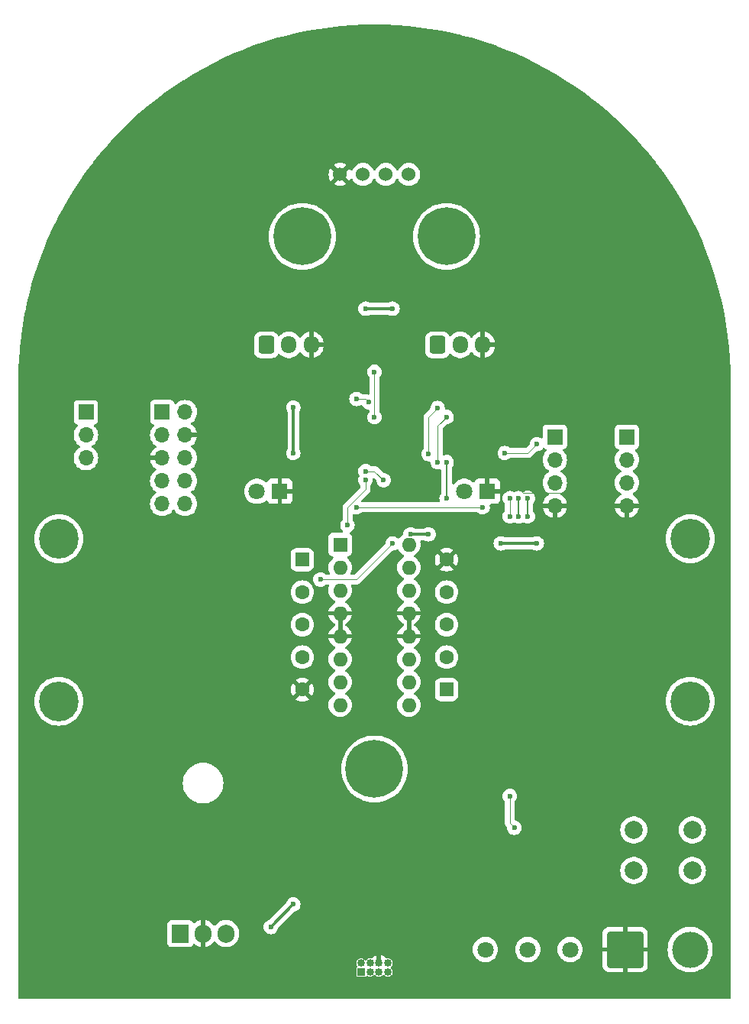
<source format=gbr>
%TF.GenerationSoftware,KiCad,Pcbnew,8.0.1*%
%TF.CreationDate,2024-06-02T16:30:41+02:00*%
%TF.ProjectId,Microrat,4d696372-6f72-4617-942e-6b696361645f,rev?*%
%TF.SameCoordinates,Original*%
%TF.FileFunction,Copper,L2,Bot*%
%TF.FilePolarity,Positive*%
%FSLAX46Y46*%
G04 Gerber Fmt 4.6, Leading zero omitted, Abs format (unit mm)*
G04 Created by KiCad (PCBNEW 8.0.1) date 2024-06-02 16:30:41*
%MOMM*%
%LPD*%
G01*
G04 APERTURE LIST*
G04 Aperture macros list*
%AMRoundRect*
0 Rectangle with rounded corners*
0 $1 Rounding radius*
0 $2 $3 $4 $5 $6 $7 $8 $9 X,Y pos of 4 corners*
0 Add a 4 corners polygon primitive as box body*
4,1,4,$2,$3,$4,$5,$6,$7,$8,$9,$2,$3,0*
0 Add four circle primitives for the rounded corners*
1,1,$1+$1,$2,$3*
1,1,$1+$1,$4,$5*
1,1,$1+$1,$6,$7*
1,1,$1+$1,$8,$9*
0 Add four rect primitives between the rounded corners*
20,1,$1+$1,$2,$3,$4,$5,0*
20,1,$1+$1,$4,$5,$6,$7,0*
20,1,$1+$1,$6,$7,$8,$9,0*
20,1,$1+$1,$8,$9,$2,$3,0*%
G04 Aperture macros list end*
%TA.AperFunction,ComponentPad*%
%ADD10C,2.600000*%
%TD*%
%TA.AperFunction,ConnectorPad*%
%ADD11C,4.400000*%
%TD*%
%TA.AperFunction,ComponentPad*%
%ADD12RoundRect,0.250000X-0.600000X-0.725000X0.600000X-0.725000X0.600000X0.725000X-0.600000X0.725000X0*%
%TD*%
%TA.AperFunction,ComponentPad*%
%ADD13O,1.700000X1.950000*%
%TD*%
%TA.AperFunction,ComponentPad*%
%ADD14R,1.700000X1.700000*%
%TD*%
%TA.AperFunction,ComponentPad*%
%ADD15O,1.700000X1.700000*%
%TD*%
%TA.AperFunction,ComponentPad*%
%ADD16R,0.850000X0.850000*%
%TD*%
%TA.AperFunction,ComponentPad*%
%ADD17O,0.850000X0.850000*%
%TD*%
%TA.AperFunction,ComponentPad*%
%ADD18C,1.800000*%
%TD*%
%TA.AperFunction,ComponentPad*%
%ADD19C,2.000000*%
%TD*%
%TA.AperFunction,ComponentPad*%
%ADD20RoundRect,0.250000X-0.550000X0.550000X-0.550000X-0.550000X0.550000X-0.550000X0.550000X0.550000X0*%
%TD*%
%TA.AperFunction,ComponentPad*%
%ADD21C,1.600000*%
%TD*%
%TA.AperFunction,ComponentPad*%
%ADD22R,1.600000X1.600000*%
%TD*%
%TA.AperFunction,ComponentPad*%
%ADD23O,1.600000X1.600000*%
%TD*%
%TA.AperFunction,ComponentPad*%
%ADD24R,1.905000X2.000000*%
%TD*%
%TA.AperFunction,ComponentPad*%
%ADD25O,1.905000X2.000000*%
%TD*%
%TA.AperFunction,ComponentPad*%
%ADD26C,1.530000*%
%TD*%
%TA.AperFunction,ComponentPad*%
%ADD27RoundRect,0.250000X-1.750000X-1.750000X1.750000X-1.750000X1.750000X1.750000X-1.750000X1.750000X0*%
%TD*%
%TA.AperFunction,ComponentPad*%
%ADD28C,4.000000*%
%TD*%
%TA.AperFunction,ComponentPad*%
%ADD29C,3.600000*%
%TD*%
%TA.AperFunction,ConnectorPad*%
%ADD30C,6.400000*%
%TD*%
%TA.AperFunction,ComponentPad*%
%ADD31R,1.800000X1.800000*%
%TD*%
%TA.AperFunction,ComponentPad*%
%ADD32RoundRect,0.250000X0.550000X-0.550000X0.550000X0.550000X-0.550000X0.550000X-0.550000X-0.550000X0*%
%TD*%
%TA.AperFunction,ViaPad*%
%ADD33C,0.600000*%
%TD*%
%TA.AperFunction,Conductor*%
%ADD34C,0.100000*%
%TD*%
%TA.AperFunction,Conductor*%
%ADD35C,0.300000*%
%TD*%
%TA.AperFunction,Conductor*%
%ADD36C,0.200000*%
%TD*%
G04 APERTURE END LIST*
D10*
%TO.P,REF\u002A\u002A,1*%
%TO.N,N/C*%
X273008574Y-169494100D03*
D11*
X273008574Y-169494100D03*
%TD*%
D12*
%TO.P,J2,1,Pin_1*%
%TO.N,Prot. Voltage*%
X226000000Y-148000000D03*
D13*
%TO.P,J2,2,Pin_2*%
%TO.N,Infra_out2*%
X228500000Y-148000000D03*
%TO.P,J2,3,Pin_3*%
%TO.N,GND*%
X231000000Y-148000000D03*
%TD*%
D14*
%TO.P,J5,1,Pin_1*%
%TO.N,UART_RX*%
X266000000Y-158200000D03*
D15*
%TO.P,J5,2,Pin_2*%
%TO.N,UART_TX*%
X266000000Y-160740000D03*
%TO.P,J5,3,Pin_3*%
%TO.N,Prot. Voltage*%
X266000000Y-163280000D03*
%TO.P,J5,4,Pin_4*%
%TO.N,GND*%
X266000000Y-165820000D03*
%TD*%
D16*
%TO.P,J9,1,Pin_1*%
%TO.N,SWD*%
X236500000Y-217500000D03*
D17*
%TO.P,J9,2,Pin_2*%
%TO.N,SW_CLK*%
X236500000Y-216500000D03*
%TO.P,J9,3,Pin_3*%
%TO.N,unconnected-(J9-Pin_3-Pad3)*%
X237500000Y-217500000D03*
%TO.P,J9,4,Pin_4*%
%TO.N,unconnected-(J9-Pin_4-Pad4)*%
X237500000Y-216500000D03*
%TO.P,J9,5,Pin_5*%
%TO.N,unconnected-(J9-Pin_5-Pad5)*%
X238500001Y-217500000D03*
%TO.P,J9,6,Pin_6*%
%TO.N,GND*%
X238500000Y-216500000D03*
%TO.P,J9,7,Pin_7*%
%TO.N,unconnected-(J9-Pin_7-Pad7)*%
X239500000Y-217500000D03*
%TO.P,J9,8,Pin_8*%
%TO.N,+3.3V*%
X239500000Y-216500000D03*
%TD*%
D18*
%TO.P,SW3,1,A*%
%TO.N,Batt_out*%
X250300000Y-215000000D03*
%TO.P,SW3,2,B*%
%TO.N,+BATT*%
X255000000Y-215000000D03*
%TO.P,SW3,3,C*%
%TO.N,unconnected-(SW3-C-Pad3)*%
X259700000Y-215000000D03*
%TD*%
D19*
%TO.P,SW2,1,1*%
%TO.N,Net-(R4-Pad2)*%
X266750000Y-201750000D03*
%TO.P,SW2,2,2*%
X273250000Y-201750000D03*
%TO.P,SW2,3,3*%
%TO.N,Prot. Voltage*%
X266750000Y-206250000D03*
%TO.P,SW2,4,4*%
X273250000Y-206250000D03*
%TD*%
D20*
%TO.P,J7,1,Pin_1*%
%TO.N,M1 Enc*%
X230000000Y-171800000D03*
D21*
%TO.P,J7,2,Pin_2*%
%TO.N,M2 Enc*%
X230000000Y-175400000D03*
%TO.P,J7,3,Pin_3*%
%TO.N,Prot. Voltage*%
X230000000Y-179000000D03*
%TO.P,J7,4,Pin_4*%
%TO.N,M1 A*%
X230000000Y-182600000D03*
%TO.P,J7,5,Pin_5*%
%TO.N,GND*%
X230000000Y-186200000D03*
%TD*%
D22*
%TO.P,U1,1,EN1\u002C2*%
%TO.N,PWM 1*%
X234200000Y-170125000D03*
D23*
%TO.P,U1,2,1A*%
%TO.N,Input 1*%
X234200000Y-172665000D03*
%TO.P,U1,3,1Y*%
%TO.N,M1 Enc*%
X234200000Y-175205000D03*
%TO.P,U1,4,GND*%
%TO.N,GND*%
X234200000Y-177745000D03*
%TO.P,U1,5,GND*%
X234200000Y-180285000D03*
%TO.P,U1,6,2Y*%
%TO.N,M2 Enc*%
X234200000Y-182825000D03*
%TO.P,U1,7,2A*%
%TO.N,Input 2*%
X234200000Y-185365000D03*
%TO.P,U1,8,VCC2*%
%TO.N,+6V*%
X234200000Y-187905000D03*
%TO.P,U1,9,EN3\u002C4*%
%TO.N,PWM 2*%
X241820000Y-187905000D03*
%TO.P,U1,10,3A*%
%TO.N,Input 3*%
X241820000Y-185365000D03*
%TO.P,U1,11,3Y*%
%TO.N,M3 Enc*%
X241820000Y-182825000D03*
%TO.P,U1,12,GND*%
%TO.N,GND*%
X241820000Y-180285000D03*
%TO.P,U1,13,GND*%
X241820000Y-177745000D03*
%TO.P,U1,14,4Y*%
%TO.N,M4 Enc*%
X241820000Y-175205000D03*
%TO.P,U1,15,4A*%
%TO.N,Input 4*%
X241820000Y-172665000D03*
%TO.P,U1,16,VCC1*%
%TO.N,Prot. Voltage*%
X241820000Y-170125000D03*
%TD*%
D10*
%TO.P,REF\u002A\u002A,1*%
%TO.N,N/C*%
X273000000Y-187485525D03*
D11*
X273000000Y-187485525D03*
%TD*%
D24*
%TO.P,U10,1,IN*%
%TO.N,Batt_out*%
X216460000Y-213230000D03*
D25*
%TO.P,U10,2,GND*%
%TO.N,GND*%
X219000000Y-213230000D03*
%TO.P,U10,3,OUT*%
%TO.N,+6V*%
X221540000Y-213230000D03*
%TD*%
D12*
%TO.P,J1,1,Pin_1*%
%TO.N,Prot. Voltage*%
X245000000Y-148000000D03*
D13*
%TO.P,J1,2,Pin_2*%
%TO.N,Infra_out1*%
X247500000Y-148000000D03*
%TO.P,J1,3,Pin_3*%
%TO.N,GND*%
X250000000Y-148000000D03*
%TD*%
D26*
%TO.P,U4,1,VCC*%
%TO.N,Prot. Voltage*%
X241810000Y-129125000D03*
%TO.P,U4,2,TRIG*%
%TO.N,PWM 3*%
X239270000Y-129125000D03*
%TO.P,U4,3,ECHO*%
%TO.N,CAP*%
X236730000Y-129125000D03*
%TO.P,U4,4,GND*%
%TO.N,GND*%
X234190000Y-129125000D03*
%TD*%
D27*
%TO.P,J3,1,Pin_1*%
%TO.N,GND*%
X265800000Y-215000000D03*
D28*
%TO.P,J3,2,Pin_2*%
%TO.N,+BATT*%
X273000000Y-215000000D03*
%TD*%
D29*
%TO.P,REF\u002A\u002A,1*%
%TO.N,N/C*%
X238000000Y-195000000D03*
D30*
X238000000Y-195000000D03*
%TD*%
D29*
%TO.P,REF\u002A\u002A,1*%
%TO.N,N/C*%
X246000000Y-136000000D03*
D30*
X246000000Y-136000000D03*
%TD*%
D14*
%TO.P,J4,1,Pin_1*%
%TO.N,+5V*%
X206000000Y-155475000D03*
D15*
%TO.P,J4,2,Pin_2*%
%TO.N,Prot. Voltage*%
X206000000Y-158015000D03*
%TO.P,J4,3,Pin_3*%
%TO.N,+3.3V*%
X206000000Y-160554999D03*
%TD*%
D31*
%TO.P,D2,1,K*%
%TO.N,GND*%
X227499489Y-164233924D03*
D18*
%TO.P,D2,2,A*%
%TO.N,Net-(D2-A)*%
X224959489Y-164233924D03*
%TD*%
D32*
%TO.P,J8,1,Pin_1*%
%TO.N,M3 Enc*%
X246000000Y-186200000D03*
D21*
%TO.P,J8,2,Pin_2*%
%TO.N,M4 Enc*%
X246000000Y-182600000D03*
%TO.P,J8,3,Pin_3*%
%TO.N,Prot. Voltage*%
X246000000Y-179000000D03*
%TO.P,J8,4,Pin_4*%
%TO.N,M2 A*%
X246000000Y-175400000D03*
%TO.P,J8,5,Pin_5*%
%TO.N,GND*%
X246000000Y-171800000D03*
%TD*%
D14*
%TO.P,J10,1,Pin_1*%
%TO.N,I2C_SDA*%
X258000000Y-158200000D03*
D15*
%TO.P,J10,2,Pin_2*%
%TO.N,I2C_SCL*%
X258000000Y-160740000D03*
%TO.P,J10,3,Pin_3*%
%TO.N,Prot. Voltage*%
X258000000Y-163280000D03*
%TO.P,J10,4,Pin_4*%
%TO.N,GND*%
X258000000Y-165820000D03*
%TD*%
D31*
%TO.P,D1,1,K*%
%TO.N,GND*%
X250499489Y-164233924D03*
D18*
%TO.P,D1,2,A*%
%TO.N,Net-(D1-A)*%
X247959489Y-164233924D03*
%TD*%
D29*
%TO.P,REF\u002A\u002A,1*%
%TO.N,N/C*%
X230000000Y-136000000D03*
D30*
X230000000Y-136000000D03*
%TD*%
D10*
%TO.P,REF\u002A\u002A,1*%
%TO.N,N/C*%
X202994283Y-187496958D03*
D11*
X202994283Y-187496958D03*
%TD*%
D14*
%TO.P,J6,1,Pin_1*%
%TO.N,Prot. Voltage*%
X214460000Y-155460000D03*
D15*
%TO.P,J6,2,Pin_2*%
X217000000Y-155460000D03*
%TO.P,J6,3,Pin_3*%
X214460000Y-158000000D03*
%TO.P,J6,4,Pin_4*%
%TO.N,GND*%
X217000000Y-158000000D03*
%TO.P,J6,5,Pin_5*%
X214460000Y-160539999D03*
%TO.P,J6,6,Pin_6*%
%TO.N,Freedig5*%
X217000000Y-160540000D03*
%TO.P,J6,7,Pin_7*%
%TO.N,Freedig4*%
X214460000Y-163080000D03*
%TO.P,J6,8,Pin_8*%
%TO.N,Freedig3*%
X217000000Y-163080000D03*
%TO.P,J6,9,Pin_9*%
%TO.N,Freedig2*%
X214460000Y-165620000D03*
%TO.P,J6,10,Pin_10*%
%TO.N,Freedig1*%
X217000000Y-165620000D03*
%TD*%
D10*
%TO.P,REF\u002A\u002A,1*%
%TO.N,N/C*%
X203008574Y-169481238D03*
D11*
X203008574Y-169481238D03*
%TD*%
D33*
%TO.N,GND*%
X215000000Y-195000000D03*
X267000000Y-174000000D03*
X256000000Y-174000000D03*
X223000000Y-198000000D03*
X216000000Y-199000000D03*
X228000000Y-190000000D03*
X252000000Y-162000000D03*
X219000000Y-215000000D03*
X222000000Y-197000000D03*
X222000000Y-199000000D03*
X223000000Y-199000000D03*
X222000000Y-196000000D03*
X264000000Y-154000000D03*
X240000000Y-182000000D03*
X216000000Y-197000000D03*
X269000000Y-154000000D03*
X227000000Y-206000000D03*
X235000000Y-148000000D03*
X215000000Y-199000000D03*
X216000000Y-198000000D03*
X215000000Y-198000000D03*
X232000000Y-195000000D03*
X215000000Y-196000000D03*
X236000000Y-182000000D03*
X215000000Y-197000000D03*
X222000000Y-198000000D03*
X210000000Y-156000000D03*
X207000000Y-210000000D03*
X249000000Y-174000000D03*
X223000000Y-195000000D03*
X260000000Y-165000000D03*
X216000000Y-195000000D03*
X247000000Y-174000000D03*
X223000000Y-196000000D03*
X222000000Y-195000000D03*
X236000000Y-185000000D03*
X223000000Y-197000000D03*
X205000000Y-210000000D03*
X230000000Y-206000000D03*
X269000000Y-174000000D03*
X216000000Y-196000000D03*
X219000000Y-219000000D03*
%TO.N,+6V*%
X226500000Y-212500000D03*
X229000000Y-210000000D03*
%TO.N,Infra_out2*%
X236000000Y-154000000D03*
X237362818Y-154362818D03*
%TO.N,UART_RX*%
X245000000Y-155000000D03*
X244000000Y-160100000D03*
%TO.N,UART_TX*%
X245000000Y-161000000D03*
X246000000Y-156000000D03*
%TO.N,I2C_SCL*%
X236000000Y-166000000D03*
X250000000Y-166000000D03*
%TO.N,I2C_SDA*%
X256000000Y-159000000D03*
X252450000Y-160000000D03*
%TO.N,M1 A*%
X240000000Y-170000000D03*
X232000000Y-174000000D03*
%TO.N,Auge 2*%
X246000000Y-165000000D03*
X246000000Y-161000000D03*
%TO.N,Prot. Voltage*%
X256000000Y-170000000D03*
X244000000Y-169000000D03*
X252000000Y-170000000D03*
X229000000Y-154950000D03*
X229000000Y-160000000D03*
X242000000Y-169000000D03*
X237000000Y-144000000D03*
X240000000Y-144000000D03*
%TO.N,PWM 1*%
X235000000Y-168000000D03*
X237000000Y-163000000D03*
%TO.N,Input 4*%
X239000000Y-163000000D03*
X237000000Y-162000000D03*
%TO.N,CAP*%
X238000000Y-151000000D03*
X238000000Y-156000000D03*
%TO.N,SWD*%
X254000000Y-165000000D03*
X254000000Y-167000000D03*
%TO.N,SW_CLK*%
X255000000Y-164981091D03*
X255000000Y-167000000D03*
%TO.N,Button*%
X253000000Y-165000000D03*
X253000000Y-198000000D03*
X253500000Y-201500000D03*
X253000000Y-167000000D03*
%TD*%
D34*
%TO.N,GND*%
X259431091Y-164431091D02*
X254431091Y-164431091D01*
X254431091Y-164431091D02*
X252000000Y-162000000D01*
X260000000Y-165000000D02*
X259431091Y-164431091D01*
D35*
%TO.N,+6V*%
X229000000Y-210000000D02*
X226500000Y-212500000D01*
D34*
%TO.N,Infra_out2*%
X236000000Y-154000000D02*
X237000000Y-154000000D01*
X237000000Y-154000000D02*
X237362818Y-154362818D01*
%TO.N,UART_RX*%
X244000000Y-160100000D02*
X244000000Y-156000000D01*
X244000000Y-156000000D02*
X245000000Y-155000000D01*
%TO.N,UART_TX*%
X245000000Y-157000000D02*
X246000000Y-156000000D01*
X245000000Y-161000000D02*
X245000000Y-157000000D01*
%TO.N,I2C_SCL*%
X236000000Y-166000000D02*
X250000000Y-166000000D01*
%TO.N,I2C_SDA*%
X252450000Y-160000000D02*
X255000000Y-160000000D01*
X255000000Y-160000000D02*
X256000000Y-159000000D01*
%TO.N,M1 A*%
X240000000Y-170000000D02*
X236000000Y-174000000D01*
X236000000Y-174000000D02*
X232000000Y-174000000D01*
D36*
%TO.N,Auge 2*%
X246000000Y-165000000D02*
X246000000Y-161000000D01*
D35*
%TO.N,Prot. Voltage*%
X242000000Y-169000000D02*
X244000000Y-169000000D01*
X252000000Y-170000000D02*
X256000000Y-170000000D01*
X238000000Y-144000000D02*
X237000000Y-144000000D01*
X229000000Y-154950000D02*
X229000000Y-160000000D01*
X240000000Y-144000000D02*
X238000000Y-144000000D01*
D34*
%TO.N,PWM 1*%
X235000000Y-168000000D02*
X235000000Y-166000000D01*
X235000000Y-166000000D02*
X237000000Y-164000000D01*
X237000000Y-164000000D02*
X237000000Y-163000000D01*
%TO.N,Input 4*%
X238000000Y-162000000D02*
X239000000Y-163000000D01*
X237000000Y-162000000D02*
X238000000Y-162000000D01*
%TO.N,CAP*%
X238000000Y-156000000D02*
X238000000Y-151000000D01*
D36*
%TO.N,SWD*%
X254000000Y-165000000D02*
X254000000Y-167000000D01*
%TO.N,SW_CLK*%
X255000000Y-167000000D02*
X255000000Y-164981091D01*
D34*
%TO.N,Button*%
X253500000Y-201500000D02*
X253000000Y-201000000D01*
X253000000Y-165000000D02*
X253000000Y-167000000D01*
X253000000Y-201000000D02*
X253000000Y-198000000D01*
%TD*%
%TA.AperFunction,Conductor*%
%TO.N,GND*%
G36*
X238288060Y-216641614D02*
G01*
X238358386Y-216711940D01*
X238450272Y-216750000D01*
X238374000Y-216750000D01*
X238306961Y-216730315D01*
X238261206Y-216677511D01*
X238250000Y-216626000D01*
X238250000Y-216549728D01*
X238288060Y-216641614D01*
G37*
%TD.AperFunction*%
%TA.AperFunction,Conductor*%
G36*
X238750000Y-216626000D02*
G01*
X238730315Y-216693039D01*
X238677511Y-216738794D01*
X238626000Y-216750000D01*
X238549728Y-216750000D01*
X238641614Y-216711940D01*
X238711940Y-216641614D01*
X238750000Y-216549728D01*
X238750000Y-216626000D01*
G37*
%TD.AperFunction*%
%TA.AperFunction,Conductor*%
G36*
X234450000Y-179969314D02*
G01*
X234445606Y-179964920D01*
X234354394Y-179912259D01*
X234252661Y-179885000D01*
X234147339Y-179885000D01*
X234045606Y-179912259D01*
X233954394Y-179964920D01*
X233950000Y-179969314D01*
X233950000Y-178060686D01*
X233954394Y-178065080D01*
X234045606Y-178117741D01*
X234147339Y-178145000D01*
X234252661Y-178145000D01*
X234354394Y-178117741D01*
X234445606Y-178065080D01*
X234450000Y-178060686D01*
X234450000Y-179969314D01*
G37*
%TD.AperFunction*%
%TA.AperFunction,Conductor*%
G36*
X242070000Y-179969314D02*
G01*
X242065606Y-179964920D01*
X241974394Y-179912259D01*
X241872661Y-179885000D01*
X241767339Y-179885000D01*
X241665606Y-179912259D01*
X241574394Y-179964920D01*
X241570000Y-179969314D01*
X241570000Y-178060686D01*
X241574394Y-178065080D01*
X241665606Y-178117741D01*
X241767339Y-178145000D01*
X241872661Y-178145000D01*
X241974394Y-178117741D01*
X242065606Y-178065080D01*
X242070000Y-178060686D01*
X242070000Y-179969314D01*
G37*
%TD.AperFunction*%
%TA.AperFunction,Conductor*%
G36*
X239238827Y-112519961D02*
G01*
X239242629Y-112520081D01*
X240478246Y-112578351D01*
X240482099Y-112578592D01*
X241715313Y-112675649D01*
X241719169Y-112676013D01*
X242948672Y-112811752D01*
X242952504Y-112812235D01*
X244177156Y-112986529D01*
X244180981Y-112987135D01*
X245399592Y-113199817D01*
X245403330Y-113200530D01*
X246614674Y-113451387D01*
X246618432Y-113452228D01*
X247732486Y-113719688D01*
X247821239Y-113740996D01*
X247825012Y-113741965D01*
X249018134Y-114068367D01*
X249021871Y-114069453D01*
X250204177Y-114433177D01*
X250207791Y-114434350D01*
X251133400Y-114751257D01*
X251378149Y-114835054D01*
X251381814Y-114836374D01*
X251651458Y-114938264D01*
X252538954Y-115273620D01*
X252542492Y-115275021D01*
X253685342Y-115748405D01*
X253688917Y-115749952D01*
X254816313Y-116258991D01*
X254819837Y-116260650D01*
X255930634Y-116804824D01*
X255934105Y-116806592D01*
X257027310Y-117385414D01*
X257030724Y-117387291D01*
X258105189Y-118000155D01*
X258108542Y-118002138D01*
X259163244Y-118648460D01*
X259166491Y-118650521D01*
X260200402Y-119329673D01*
X260203559Y-119331818D01*
X261215667Y-120043138D01*
X261218772Y-120045395D01*
X261976220Y-120614104D01*
X262207973Y-120788109D01*
X262211051Y-120790497D01*
X263003784Y-121425596D01*
X263176399Y-121563886D01*
X263179401Y-121566369D01*
X264120005Y-122369721D01*
X264122927Y-122372297D01*
X265037827Y-123204793D01*
X265040666Y-123207459D01*
X265928964Y-124068280D01*
X265931719Y-124071035D01*
X266792540Y-124959333D01*
X266795206Y-124962172D01*
X267627702Y-125877072D01*
X267630278Y-125879994D01*
X268433630Y-126820598D01*
X268436113Y-126823600D01*
X269209502Y-127788948D01*
X269211890Y-127792026D01*
X269570254Y-128269321D01*
X269906304Y-128716898D01*
X269954587Y-128781204D01*
X269956869Y-128784344D01*
X270642685Y-129760163D01*
X270668159Y-129796408D01*
X270670335Y-129799611D01*
X271061652Y-130395334D01*
X271349465Y-130833487D01*
X271351552Y-130836776D01*
X271997861Y-131891457D01*
X271999844Y-131894810D01*
X272612708Y-132969275D01*
X272614585Y-132972689D01*
X273193407Y-134065894D01*
X273195175Y-134069365D01*
X273739349Y-135180162D01*
X273741008Y-135183686D01*
X274250047Y-136311082D01*
X274251594Y-136314657D01*
X274724961Y-137457465D01*
X274726395Y-137461087D01*
X275163625Y-138618185D01*
X275164945Y-138621850D01*
X275565634Y-139792163D01*
X275566837Y-139795868D01*
X275930545Y-140978124D01*
X275931632Y-140981865D01*
X276258034Y-142174987D01*
X276259003Y-142178760D01*
X276547766Y-143381545D01*
X276548616Y-143385346D01*
X276799460Y-144596625D01*
X276800190Y-144600452D01*
X277012862Y-145819007D01*
X277013471Y-145822854D01*
X277187761Y-147047479D01*
X277188249Y-147051344D01*
X277323984Y-148280819D01*
X277324351Y-148284697D01*
X277421405Y-149517883D01*
X277421649Y-149521771D01*
X277479916Y-150757324D01*
X277480039Y-150761217D01*
X277499485Y-151999045D01*
X277499500Y-152000993D01*
X277499500Y-220375500D01*
X277479815Y-220442539D01*
X277427011Y-220488294D01*
X277375500Y-220499500D01*
X198624500Y-220499500D01*
X198557461Y-220479815D01*
X198511706Y-220427011D01*
X198500500Y-220375500D01*
X198500500Y-216500000D01*
X235969965Y-216500000D01*
X235988026Y-216637181D01*
X235988027Y-216637186D01*
X236040975Y-216765016D01*
X236040976Y-216765018D01*
X236067839Y-216800027D01*
X236093033Y-216865196D01*
X236078994Y-216933641D01*
X236038352Y-216978616D01*
X236002543Y-217002541D01*
X235980332Y-217035785D01*
X235980329Y-217035791D01*
X235974500Y-217065098D01*
X235974500Y-217934894D01*
X235974501Y-217934902D01*
X235980330Y-217964212D01*
X236002542Y-217997457D01*
X236019219Y-218008599D01*
X236035787Y-218019669D01*
X236035790Y-218019669D01*
X236035791Y-218019670D01*
X236045647Y-218021630D01*
X236065101Y-218025500D01*
X236934898Y-218025499D01*
X236964213Y-218019669D01*
X236997457Y-217997457D01*
X237019669Y-217964213D01*
X237019669Y-217964210D01*
X237021381Y-217961649D01*
X237074992Y-217916842D01*
X237144316Y-217908132D01*
X237199972Y-217932160D01*
X237223942Y-217950552D01*
X237234982Y-217959024D01*
X237362817Y-218011974D01*
X237485702Y-218028152D01*
X237499999Y-218030035D01*
X237500000Y-218030035D01*
X237500001Y-218030035D01*
X237512947Y-218028330D01*
X237637183Y-218011974D01*
X237765018Y-217959024D01*
X237874791Y-217874791D01*
X237901625Y-217839820D01*
X237958050Y-217798618D01*
X238027796Y-217794463D01*
X238088717Y-217828674D01*
X238098370Y-217839814D01*
X238125210Y-217874791D01*
X238234983Y-217959024D01*
X238234984Y-217959024D01*
X238234985Y-217959025D01*
X238277594Y-217976674D01*
X238362818Y-218011974D01*
X238485703Y-218028152D01*
X238500000Y-218030035D01*
X238500001Y-218030035D01*
X238500002Y-218030035D01*
X238512948Y-218028330D01*
X238637184Y-218011974D01*
X238765019Y-217959024D01*
X238874792Y-217874791D01*
X238901624Y-217839822D01*
X238958051Y-217798620D01*
X239027797Y-217794465D01*
X239088718Y-217828677D01*
X239098375Y-217839822D01*
X239125206Y-217874788D01*
X239125207Y-217874789D01*
X239125209Y-217874791D01*
X239234982Y-217959024D01*
X239234983Y-217959024D01*
X239234984Y-217959025D01*
X239277593Y-217976674D01*
X239362817Y-218011974D01*
X239485702Y-218028152D01*
X239499999Y-218030035D01*
X239500000Y-218030035D01*
X239500001Y-218030035D01*
X239512947Y-218028330D01*
X239637183Y-218011974D01*
X239765018Y-217959024D01*
X239874791Y-217874791D01*
X239959024Y-217765018D01*
X240011974Y-217637183D01*
X240030035Y-217500000D01*
X240011974Y-217362817D01*
X239972285Y-217266998D01*
X239959025Y-217234985D01*
X239959024Y-217234984D01*
X239959024Y-217234983D01*
X239874791Y-217125209D01*
X239874788Y-217125207D01*
X239874787Y-217125205D01*
X239839822Y-217098376D01*
X239798619Y-217041948D01*
X239794464Y-216972202D01*
X239828676Y-216911282D01*
X239839822Y-216901624D01*
X239874791Y-216874791D01*
X239959024Y-216765018D01*
X240011974Y-216637183D01*
X240030035Y-216500000D01*
X240011974Y-216362817D01*
X239959024Y-216234983D01*
X239874791Y-216125209D01*
X239874789Y-216125208D01*
X239874789Y-216125207D01*
X239765015Y-216040974D01*
X239637186Y-215988027D01*
X239637184Y-215988026D01*
X239637183Y-215988026D01*
X239545727Y-215975985D01*
X239500001Y-215969965D01*
X239499998Y-215969965D01*
X239356789Y-215988819D01*
X239287754Y-215978053D01*
X239248454Y-215948852D01*
X239122360Y-215808809D01*
X239122357Y-215808807D01*
X238965051Y-215694516D01*
X238787412Y-215615426D01*
X238750000Y-215607473D01*
X238750000Y-216450272D01*
X238711940Y-216358386D01*
X238641614Y-216288060D01*
X238549728Y-216250000D01*
X238450272Y-216250000D01*
X238358386Y-216288060D01*
X238288060Y-216358386D01*
X238250000Y-216450272D01*
X238250000Y-215607473D01*
X238212585Y-215615426D01*
X238212580Y-215615428D01*
X238034953Y-215694513D01*
X237877646Y-215808804D01*
X237751545Y-215948853D01*
X237692058Y-215985501D01*
X237643209Y-215988819D01*
X237500001Y-215969965D01*
X237499999Y-215969965D01*
X237445168Y-215977184D01*
X237362817Y-215988026D01*
X237362816Y-215988026D01*
X237362813Y-215988027D01*
X237234985Y-216040974D01*
X237125206Y-216125211D01*
X237098375Y-216160179D01*
X237041947Y-216201382D01*
X236972201Y-216205536D01*
X236911281Y-216171323D01*
X236901625Y-216160179D01*
X236874791Y-216125209D01*
X236765015Y-216040974D01*
X236637186Y-215988027D01*
X236637184Y-215988026D01*
X236637183Y-215988026D01*
X236545727Y-215975985D01*
X236500001Y-215969965D01*
X236499999Y-215969965D01*
X236445168Y-215977184D01*
X236362817Y-215988026D01*
X236362816Y-215988026D01*
X236362813Y-215988027D01*
X236234985Y-216040974D01*
X236125209Y-216125209D01*
X236040974Y-216234985D01*
X235988027Y-216362813D01*
X235988026Y-216362816D01*
X235988026Y-216362817D01*
X235983065Y-216400500D01*
X235969965Y-216499999D01*
X235969965Y-216500000D01*
X198500500Y-216500000D01*
X198500500Y-215000006D01*
X248894700Y-215000006D01*
X248913864Y-215231297D01*
X248913866Y-215231308D01*
X248970842Y-215456300D01*
X249064075Y-215668848D01*
X249191016Y-215863147D01*
X249191019Y-215863151D01*
X249191021Y-215863153D01*
X249348216Y-216033913D01*
X249348219Y-216033915D01*
X249348222Y-216033918D01*
X249531365Y-216176464D01*
X249531371Y-216176468D01*
X249531374Y-216176470D01*
X249735497Y-216286936D01*
X249849487Y-216326068D01*
X249955015Y-216362297D01*
X249955017Y-216362297D01*
X249955019Y-216362298D01*
X250183951Y-216400500D01*
X250183952Y-216400500D01*
X250416048Y-216400500D01*
X250416049Y-216400500D01*
X250644981Y-216362298D01*
X250864503Y-216286936D01*
X251068626Y-216176470D01*
X251251784Y-216033913D01*
X251408979Y-215863153D01*
X251535924Y-215668849D01*
X251629157Y-215456300D01*
X251686134Y-215231305D01*
X251686135Y-215231297D01*
X251705300Y-215000006D01*
X253594700Y-215000006D01*
X253613864Y-215231297D01*
X253613866Y-215231308D01*
X253670842Y-215456300D01*
X253764075Y-215668848D01*
X253891016Y-215863147D01*
X253891019Y-215863151D01*
X253891021Y-215863153D01*
X254048216Y-216033913D01*
X254048219Y-216033915D01*
X254048222Y-216033918D01*
X254231365Y-216176464D01*
X254231371Y-216176468D01*
X254231374Y-216176470D01*
X254435497Y-216286936D01*
X254549487Y-216326068D01*
X254655015Y-216362297D01*
X254655017Y-216362297D01*
X254655019Y-216362298D01*
X254883951Y-216400500D01*
X254883952Y-216400500D01*
X255116048Y-216400500D01*
X255116049Y-216400500D01*
X255344981Y-216362298D01*
X255564503Y-216286936D01*
X255768626Y-216176470D01*
X255951784Y-216033913D01*
X256108979Y-215863153D01*
X256235924Y-215668849D01*
X256329157Y-215456300D01*
X256386134Y-215231305D01*
X256386135Y-215231297D01*
X256405300Y-215000006D01*
X258294700Y-215000006D01*
X258313864Y-215231297D01*
X258313866Y-215231308D01*
X258370842Y-215456300D01*
X258464075Y-215668848D01*
X258591016Y-215863147D01*
X258591019Y-215863151D01*
X258591021Y-215863153D01*
X258748216Y-216033913D01*
X258748219Y-216033915D01*
X258748222Y-216033918D01*
X258931365Y-216176464D01*
X258931371Y-216176468D01*
X258931374Y-216176470D01*
X259135497Y-216286936D01*
X259249487Y-216326068D01*
X259355015Y-216362297D01*
X259355017Y-216362297D01*
X259355019Y-216362298D01*
X259583951Y-216400500D01*
X259583952Y-216400500D01*
X259816048Y-216400500D01*
X259816049Y-216400500D01*
X260044981Y-216362298D01*
X260264503Y-216286936D01*
X260468626Y-216176470D01*
X260651784Y-216033913D01*
X260808979Y-215863153D01*
X260935924Y-215668849D01*
X261029157Y-215456300D01*
X261086134Y-215231305D01*
X261086135Y-215231297D01*
X261105300Y-215000006D01*
X261105300Y-214999993D01*
X261086135Y-214768702D01*
X261086133Y-214768691D01*
X261081400Y-214750000D01*
X263300000Y-214750000D01*
X264320898Y-214750000D01*
X264300000Y-214881947D01*
X264300000Y-215118053D01*
X264320898Y-215250000D01*
X263300001Y-215250000D01*
X263300001Y-216799986D01*
X263310494Y-216902697D01*
X263365641Y-217069119D01*
X263365643Y-217069124D01*
X263457684Y-217218345D01*
X263581654Y-217342315D01*
X263730875Y-217434356D01*
X263730880Y-217434358D01*
X263897302Y-217489505D01*
X263897309Y-217489506D01*
X264000019Y-217499999D01*
X265549999Y-217499999D01*
X265550000Y-217499998D01*
X265550000Y-216479101D01*
X265681947Y-216500000D01*
X265918053Y-216500000D01*
X266050000Y-216479101D01*
X266050000Y-217499999D01*
X267599972Y-217499999D01*
X267599986Y-217499998D01*
X267702697Y-217489505D01*
X267869119Y-217434358D01*
X267869124Y-217434356D01*
X268018345Y-217342315D01*
X268142315Y-217218345D01*
X268234356Y-217069124D01*
X268234358Y-217069119D01*
X268289505Y-216902697D01*
X268289506Y-216902690D01*
X268299999Y-216799986D01*
X268300000Y-216799973D01*
X268300000Y-215250000D01*
X267279102Y-215250000D01*
X267300000Y-215118053D01*
X267300000Y-215000005D01*
X270494556Y-215000005D01*
X270514310Y-215314004D01*
X270514311Y-215314011D01*
X270514312Y-215314015D01*
X270571809Y-215615428D01*
X270573270Y-215623083D01*
X270670497Y-215922316D01*
X270670499Y-215922321D01*
X270804461Y-216207003D01*
X270804464Y-216207009D01*
X270973051Y-216472661D01*
X270973054Y-216472665D01*
X271173606Y-216715090D01*
X271173608Y-216715092D01*
X271173610Y-216715094D01*
X271382529Y-216911282D01*
X271402968Y-216930476D01*
X271402978Y-216930484D01*
X271657504Y-217115408D01*
X271657509Y-217115410D01*
X271657516Y-217115416D01*
X271933234Y-217266994D01*
X271933239Y-217266996D01*
X271933241Y-217266997D01*
X271933242Y-217266998D01*
X272225771Y-217382818D01*
X272225774Y-217382819D01*
X272426498Y-217434356D01*
X272530527Y-217461066D01*
X272596010Y-217469338D01*
X272842670Y-217500499D01*
X272842679Y-217500499D01*
X272842682Y-217500500D01*
X272842684Y-217500500D01*
X273157316Y-217500500D01*
X273157318Y-217500500D01*
X273157321Y-217500499D01*
X273157329Y-217500499D01*
X273343593Y-217476968D01*
X273469473Y-217461066D01*
X273774225Y-217382819D01*
X273824742Y-217362818D01*
X274066757Y-217266998D01*
X274066758Y-217266997D01*
X274066756Y-217266997D01*
X274066766Y-217266994D01*
X274342484Y-217115416D01*
X274597030Y-216930478D01*
X274826390Y-216715094D01*
X275026947Y-216472663D01*
X275195537Y-216207007D01*
X275329503Y-215922315D01*
X275426731Y-215623079D01*
X275485688Y-215314015D01*
X275485689Y-215314004D01*
X275505444Y-215000005D01*
X275505444Y-214999994D01*
X275485689Y-214685995D01*
X275485688Y-214685988D01*
X275485688Y-214685985D01*
X275426731Y-214376921D01*
X275329503Y-214077685D01*
X275195537Y-213792993D01*
X275084322Y-213617745D01*
X275026948Y-213527338D01*
X275026945Y-213527334D01*
X274826393Y-213284909D01*
X274826391Y-213284907D01*
X274597031Y-213069523D01*
X274597021Y-213069515D01*
X274342495Y-212884591D01*
X274342488Y-212884586D01*
X274342484Y-212884584D01*
X274066766Y-212733006D01*
X274066763Y-212733004D01*
X274066758Y-212733002D01*
X274066757Y-212733001D01*
X273774228Y-212617181D01*
X273774225Y-212617180D01*
X273469476Y-212538934D01*
X273469463Y-212538932D01*
X273157329Y-212499500D01*
X273157318Y-212499500D01*
X272842682Y-212499500D01*
X272842670Y-212499500D01*
X272530536Y-212538932D01*
X272530523Y-212538934D01*
X272225774Y-212617180D01*
X272225771Y-212617181D01*
X271933242Y-212733001D01*
X271933241Y-212733002D01*
X271657516Y-212884584D01*
X271657504Y-212884591D01*
X271402978Y-213069515D01*
X271402968Y-213069523D01*
X271173608Y-213284907D01*
X271173606Y-213284909D01*
X270973054Y-213527334D01*
X270973051Y-213527338D01*
X270804464Y-213792990D01*
X270804461Y-213792996D01*
X270670499Y-214077678D01*
X270670497Y-214077683D01*
X270573270Y-214376916D01*
X270573269Y-214376920D01*
X270573269Y-214376921D01*
X270571578Y-214385786D01*
X270514311Y-214685988D01*
X270514310Y-214685995D01*
X270494556Y-214999994D01*
X270494556Y-215000005D01*
X267300000Y-215000005D01*
X267300000Y-214881947D01*
X267279102Y-214750000D01*
X268299999Y-214750000D01*
X268299999Y-213200028D01*
X268299998Y-213200013D01*
X268289505Y-213097302D01*
X268234358Y-212930880D01*
X268234356Y-212930875D01*
X268142315Y-212781654D01*
X268018345Y-212657684D01*
X267869124Y-212565643D01*
X267869119Y-212565641D01*
X267702697Y-212510494D01*
X267702690Y-212510493D01*
X267599986Y-212500000D01*
X266050000Y-212500000D01*
X266050000Y-213520898D01*
X265918053Y-213500000D01*
X265681947Y-213500000D01*
X265550000Y-213520898D01*
X265550000Y-212500000D01*
X264000028Y-212500000D01*
X264000012Y-212500001D01*
X263897302Y-212510494D01*
X263730880Y-212565641D01*
X263730875Y-212565643D01*
X263581654Y-212657684D01*
X263457684Y-212781654D01*
X263365643Y-212930875D01*
X263365641Y-212930880D01*
X263310494Y-213097302D01*
X263310493Y-213097309D01*
X263300000Y-213200013D01*
X263300000Y-214750000D01*
X261081400Y-214750000D01*
X261029157Y-214543699D01*
X260935924Y-214331151D01*
X260808983Y-214136852D01*
X260808980Y-214136849D01*
X260808979Y-214136847D01*
X260651784Y-213966087D01*
X260651779Y-213966083D01*
X260651777Y-213966081D01*
X260468634Y-213823535D01*
X260468628Y-213823531D01*
X260264504Y-213713064D01*
X260264495Y-213713061D01*
X260044984Y-213637702D01*
X259873282Y-213609050D01*
X259816049Y-213599500D01*
X259583951Y-213599500D01*
X259538164Y-213607140D01*
X259355015Y-213637702D01*
X259135504Y-213713061D01*
X259135495Y-213713064D01*
X258931371Y-213823531D01*
X258931365Y-213823535D01*
X258748222Y-213966081D01*
X258748219Y-213966084D01*
X258748216Y-213966086D01*
X258748216Y-213966087D01*
X258689267Y-214030122D01*
X258591016Y-214136852D01*
X258464075Y-214331151D01*
X258370842Y-214543699D01*
X258313866Y-214768691D01*
X258313864Y-214768702D01*
X258294700Y-214999993D01*
X258294700Y-215000006D01*
X256405300Y-215000006D01*
X256405300Y-214999993D01*
X256386135Y-214768702D01*
X256386133Y-214768691D01*
X256329157Y-214543699D01*
X256235924Y-214331151D01*
X256108983Y-214136852D01*
X256108980Y-214136849D01*
X256108979Y-214136847D01*
X255951784Y-213966087D01*
X255951779Y-213966083D01*
X255951777Y-213966081D01*
X255768634Y-213823535D01*
X255768628Y-213823531D01*
X255564504Y-213713064D01*
X255564495Y-213713061D01*
X255344984Y-213637702D01*
X255173282Y-213609050D01*
X255116049Y-213599500D01*
X254883951Y-213599500D01*
X254838164Y-213607140D01*
X254655015Y-213637702D01*
X254435504Y-213713061D01*
X254435495Y-213713064D01*
X254231371Y-213823531D01*
X254231365Y-213823535D01*
X254048222Y-213966081D01*
X254048219Y-213966084D01*
X254048216Y-213966086D01*
X254048216Y-213966087D01*
X253989267Y-214030122D01*
X253891016Y-214136852D01*
X253764075Y-214331151D01*
X253670842Y-214543699D01*
X253613866Y-214768691D01*
X253613864Y-214768702D01*
X253594700Y-214999993D01*
X253594700Y-215000006D01*
X251705300Y-215000006D01*
X251705300Y-214999993D01*
X251686135Y-214768702D01*
X251686133Y-214768691D01*
X251629157Y-214543699D01*
X251535924Y-214331151D01*
X251408983Y-214136852D01*
X251408980Y-214136849D01*
X251408979Y-214136847D01*
X251251784Y-213966087D01*
X251251779Y-213966083D01*
X251251777Y-213966081D01*
X251068634Y-213823535D01*
X251068628Y-213823531D01*
X250864504Y-213713064D01*
X250864495Y-213713061D01*
X250644984Y-213637702D01*
X250473282Y-213609050D01*
X250416049Y-213599500D01*
X250183951Y-213599500D01*
X250138164Y-213607140D01*
X249955015Y-213637702D01*
X249735504Y-213713061D01*
X249735495Y-213713064D01*
X249531371Y-213823531D01*
X249531365Y-213823535D01*
X249348222Y-213966081D01*
X249348219Y-213966084D01*
X249348216Y-213966086D01*
X249348216Y-213966087D01*
X249289267Y-214030122D01*
X249191016Y-214136852D01*
X249064075Y-214331151D01*
X248970842Y-214543699D01*
X248913866Y-214768691D01*
X248913864Y-214768702D01*
X248894700Y-214999993D01*
X248894700Y-215000006D01*
X198500500Y-215000006D01*
X198500500Y-214277870D01*
X215007000Y-214277870D01*
X215007001Y-214277876D01*
X215013408Y-214337483D01*
X215063702Y-214472328D01*
X215063706Y-214472335D01*
X215149952Y-214587544D01*
X215149955Y-214587547D01*
X215265164Y-214673793D01*
X215265171Y-214673797D01*
X215400017Y-214724091D01*
X215400016Y-214724091D01*
X215406944Y-214724835D01*
X215459627Y-214730500D01*
X217460372Y-214730499D01*
X217519983Y-214724091D01*
X217654831Y-214673796D01*
X217770046Y-214587546D01*
X217856296Y-214472331D01*
X217866872Y-214443974D01*
X217908740Y-214388041D01*
X217974204Y-214363622D01*
X218042477Y-214378472D01*
X218055940Y-214386988D01*
X218238723Y-214519788D01*
X218442429Y-214623582D01*
X218659871Y-214694234D01*
X218750000Y-214708509D01*
X218750000Y-213720747D01*
X218787708Y-213742518D01*
X218927591Y-213780000D01*
X219072409Y-213780000D01*
X219212292Y-213742518D01*
X219250000Y-213720747D01*
X219250000Y-214708508D01*
X219340128Y-214694234D01*
X219557570Y-214623582D01*
X219761276Y-214519788D01*
X219946242Y-214385402D01*
X220107905Y-214223739D01*
X220169371Y-214139137D01*
X220224701Y-214096470D01*
X220294314Y-214090491D01*
X220356109Y-214123096D01*
X220370007Y-214139134D01*
X220431714Y-214224066D01*
X220593434Y-214385786D01*
X220778462Y-214520217D01*
X220910599Y-214587544D01*
X220982244Y-214624049D01*
X221199751Y-214694721D01*
X221199752Y-214694721D01*
X221199755Y-214694722D01*
X221425646Y-214730500D01*
X221425647Y-214730500D01*
X221654353Y-214730500D01*
X221654354Y-214730500D01*
X221880245Y-214694722D01*
X221880248Y-214694721D01*
X221880249Y-214694721D01*
X222097755Y-214624049D01*
X222097755Y-214624048D01*
X222097758Y-214624048D01*
X222301538Y-214520217D01*
X222486566Y-214385786D01*
X222648286Y-214224066D01*
X222782717Y-214039038D01*
X222886548Y-213835258D01*
X222957222Y-213617745D01*
X222993000Y-213391854D01*
X222993000Y-213068146D01*
X222957222Y-212842255D01*
X222957221Y-212842251D01*
X222957221Y-212842250D01*
X222886549Y-212624744D01*
X222873035Y-212598222D01*
X222822989Y-212500000D01*
X225694435Y-212500000D01*
X225714630Y-212679249D01*
X225714631Y-212679254D01*
X225774211Y-212849523D01*
X225870184Y-213002262D01*
X225997738Y-213129816D01*
X226150478Y-213225789D01*
X226319425Y-213284906D01*
X226320745Y-213285368D01*
X226320750Y-213285369D01*
X226499996Y-213305565D01*
X226500000Y-213305565D01*
X226500004Y-213305565D01*
X226679249Y-213285369D01*
X226679252Y-213285368D01*
X226679255Y-213285368D01*
X226849522Y-213225789D01*
X227002262Y-213129816D01*
X227129816Y-213002262D01*
X227225789Y-212849522D01*
X227285368Y-212679255D01*
X227286182Y-212672025D01*
X227313245Y-212607611D01*
X227321712Y-212598232D01*
X229098224Y-210821720D01*
X229159545Y-210788237D01*
X229172019Y-210786183D01*
X229179255Y-210785368D01*
X229349522Y-210725789D01*
X229502262Y-210629816D01*
X229629816Y-210502262D01*
X229725789Y-210349522D01*
X229785368Y-210179255D01*
X229805565Y-210000000D01*
X229786184Y-209827988D01*
X229785369Y-209820750D01*
X229785368Y-209820745D01*
X229725788Y-209650476D01*
X229629815Y-209497737D01*
X229502262Y-209370184D01*
X229349523Y-209274211D01*
X229179254Y-209214631D01*
X229179249Y-209214630D01*
X229000004Y-209194435D01*
X228999996Y-209194435D01*
X228820750Y-209214630D01*
X228820745Y-209214631D01*
X228650476Y-209274211D01*
X228497737Y-209370184D01*
X228370184Y-209497737D01*
X228274210Y-209650478D01*
X228214632Y-209820744D01*
X228214630Y-209820752D01*
X228213815Y-209827988D01*
X228186743Y-209892400D01*
X228178277Y-209901775D01*
X226401775Y-211678277D01*
X226340452Y-211711762D01*
X226327988Y-211713815D01*
X226320752Y-211714630D01*
X226320744Y-211714632D01*
X226150478Y-211774210D01*
X225997737Y-211870184D01*
X225870184Y-211997737D01*
X225774211Y-212150476D01*
X225714631Y-212320745D01*
X225714630Y-212320750D01*
X225694435Y-212499996D01*
X225694435Y-212500000D01*
X222822989Y-212500000D01*
X222782717Y-212420962D01*
X222648286Y-212235934D01*
X222486566Y-212074214D01*
X222301538Y-211939783D01*
X222097755Y-211835950D01*
X221880248Y-211765278D01*
X221694812Y-211735908D01*
X221654354Y-211729500D01*
X221425646Y-211729500D01*
X221385188Y-211735908D01*
X221199753Y-211765278D01*
X221199750Y-211765278D01*
X220982244Y-211835950D01*
X220778461Y-211939783D01*
X220712550Y-211987671D01*
X220593434Y-212074214D01*
X220593432Y-212074216D01*
X220593431Y-212074216D01*
X220431716Y-212235931D01*
X220431709Y-212235940D01*
X220370007Y-212320864D01*
X220314677Y-212363530D01*
X220245063Y-212369508D01*
X220183269Y-212336901D01*
X220169372Y-212320863D01*
X220107907Y-212236263D01*
X220107902Y-212236257D01*
X219946242Y-212074597D01*
X219761276Y-211940211D01*
X219557568Y-211836417D01*
X219340124Y-211765765D01*
X219250000Y-211751490D01*
X219250000Y-212739252D01*
X219212292Y-212717482D01*
X219072409Y-212680000D01*
X218927591Y-212680000D01*
X218787708Y-212717482D01*
X218750000Y-212739252D01*
X218750000Y-211751490D01*
X218749999Y-211751490D01*
X218659875Y-211765765D01*
X218442431Y-211836417D01*
X218238719Y-211940213D01*
X218055939Y-212073010D01*
X217990132Y-212096490D01*
X217922079Y-212080664D01*
X217873384Y-212030558D01*
X217866875Y-212016033D01*
X217856296Y-211987669D01*
X217856295Y-211987667D01*
X217856293Y-211987664D01*
X217770047Y-211872455D01*
X217770044Y-211872452D01*
X217654835Y-211786206D01*
X217654828Y-211786202D01*
X217519982Y-211735908D01*
X217519983Y-211735908D01*
X217460383Y-211729501D01*
X217460381Y-211729500D01*
X217460373Y-211729500D01*
X217460364Y-211729500D01*
X215459629Y-211729500D01*
X215459623Y-211729501D01*
X215400016Y-211735908D01*
X215265171Y-211786202D01*
X215265164Y-211786206D01*
X215149955Y-211872452D01*
X215149952Y-211872455D01*
X215063706Y-211987664D01*
X215063702Y-211987671D01*
X215013408Y-212122517D01*
X215007001Y-212182116D01*
X215007000Y-212182135D01*
X215007000Y-214277870D01*
X198500500Y-214277870D01*
X198500500Y-206250005D01*
X265244357Y-206250005D01*
X265264890Y-206497812D01*
X265264892Y-206497824D01*
X265325936Y-206738881D01*
X265425826Y-206966606D01*
X265561833Y-207174782D01*
X265561836Y-207174785D01*
X265730256Y-207357738D01*
X265926491Y-207510474D01*
X266145190Y-207628828D01*
X266380386Y-207709571D01*
X266625665Y-207750500D01*
X266874335Y-207750500D01*
X267119614Y-207709571D01*
X267354810Y-207628828D01*
X267573509Y-207510474D01*
X267769744Y-207357738D01*
X267938164Y-207174785D01*
X268074173Y-206966607D01*
X268174063Y-206738881D01*
X268235108Y-206497821D01*
X268255643Y-206250005D01*
X271744357Y-206250005D01*
X271764890Y-206497812D01*
X271764892Y-206497824D01*
X271825936Y-206738881D01*
X271925826Y-206966606D01*
X272061833Y-207174782D01*
X272061836Y-207174785D01*
X272230256Y-207357738D01*
X272426491Y-207510474D01*
X272645190Y-207628828D01*
X272880386Y-207709571D01*
X273125665Y-207750500D01*
X273374335Y-207750500D01*
X273619614Y-207709571D01*
X273854810Y-207628828D01*
X274073509Y-207510474D01*
X274269744Y-207357738D01*
X274438164Y-207174785D01*
X274574173Y-206966607D01*
X274674063Y-206738881D01*
X274735108Y-206497821D01*
X274755643Y-206250000D01*
X274735108Y-206002179D01*
X274674063Y-205761119D01*
X274574173Y-205533393D01*
X274438166Y-205325217D01*
X274416557Y-205301744D01*
X274269744Y-205142262D01*
X274073509Y-204989526D01*
X274073507Y-204989525D01*
X274073506Y-204989524D01*
X273854811Y-204871172D01*
X273854802Y-204871169D01*
X273619616Y-204790429D01*
X273374335Y-204749500D01*
X273125665Y-204749500D01*
X272880383Y-204790429D01*
X272645197Y-204871169D01*
X272645188Y-204871172D01*
X272426493Y-204989524D01*
X272230257Y-205142261D01*
X272061833Y-205325217D01*
X271925826Y-205533393D01*
X271825936Y-205761118D01*
X271764892Y-206002175D01*
X271764890Y-206002187D01*
X271744357Y-206249994D01*
X271744357Y-206250005D01*
X268255643Y-206250005D01*
X268255643Y-206250000D01*
X268235108Y-206002179D01*
X268174063Y-205761119D01*
X268074173Y-205533393D01*
X267938166Y-205325217D01*
X267916557Y-205301744D01*
X267769744Y-205142262D01*
X267573509Y-204989526D01*
X267573507Y-204989525D01*
X267573506Y-204989524D01*
X267354811Y-204871172D01*
X267354802Y-204871169D01*
X267119616Y-204790429D01*
X266874335Y-204749500D01*
X266625665Y-204749500D01*
X266380383Y-204790429D01*
X266145197Y-204871169D01*
X266145188Y-204871172D01*
X265926493Y-204989524D01*
X265730257Y-205142261D01*
X265561833Y-205325217D01*
X265425826Y-205533393D01*
X265325936Y-205761118D01*
X265264892Y-206002175D01*
X265264890Y-206002187D01*
X265244357Y-206249994D01*
X265244357Y-206250005D01*
X198500500Y-206250005D01*
X198500500Y-196570007D01*
X216744671Y-196570007D01*
X216763964Y-196864363D01*
X216763965Y-196864373D01*
X216763966Y-196864380D01*
X216763968Y-196864390D01*
X216821518Y-197153716D01*
X216821521Y-197153730D01*
X216916349Y-197433080D01*
X217046825Y-197697660D01*
X217046829Y-197697667D01*
X217210725Y-197942955D01*
X217405241Y-198164758D01*
X217615924Y-198349522D01*
X217627043Y-198359273D01*
X217872335Y-198523172D01*
X218136923Y-198653652D01*
X218416278Y-198748481D01*
X218705620Y-198806034D01*
X218733888Y-198807886D01*
X218999993Y-198825329D01*
X219000000Y-198825329D01*
X219000007Y-198825329D01*
X219235675Y-198809881D01*
X219294380Y-198806034D01*
X219583722Y-198748481D01*
X219863077Y-198653652D01*
X220127665Y-198523172D01*
X220372957Y-198359273D01*
X220594758Y-198164758D01*
X220789273Y-197942957D01*
X220953172Y-197697665D01*
X221083652Y-197433077D01*
X221178481Y-197153722D01*
X221236034Y-196864380D01*
X221255329Y-196570000D01*
X221255329Y-196569992D01*
X221236035Y-196275636D01*
X221236034Y-196275620D01*
X221178481Y-195986278D01*
X221083652Y-195706923D01*
X220953172Y-195442336D01*
X220789273Y-195197043D01*
X220746655Y-195148447D01*
X220616471Y-195000000D01*
X234294422Y-195000000D01*
X234314722Y-195387339D01*
X234375397Y-195770427D01*
X234375397Y-195770429D01*
X234475788Y-196145094D01*
X234614787Y-196507197D01*
X234790877Y-196852793D01*
X235002122Y-197178082D01*
X235031718Y-197214630D01*
X235246219Y-197479516D01*
X235520484Y-197753781D01*
X235520488Y-197753784D01*
X235821917Y-197997877D01*
X236101215Y-198179255D01*
X236147211Y-198209125D01*
X236492806Y-198385214D01*
X236797726Y-198502262D01*
X236852198Y-198523172D01*
X236854913Y-198524214D01*
X237229567Y-198624602D01*
X237612662Y-198685278D01*
X237978576Y-198704455D01*
X237999999Y-198705578D01*
X238000000Y-198705578D01*
X238000001Y-198705578D01*
X238020301Y-198704514D01*
X238387338Y-198685278D01*
X238770433Y-198624602D01*
X239145087Y-198524214D01*
X239507194Y-198385214D01*
X239852789Y-198209125D01*
X240174809Y-198000003D01*
X252194435Y-198000003D01*
X252214630Y-198179249D01*
X252214631Y-198179254D01*
X252274211Y-198349523D01*
X252370184Y-198502262D01*
X252413181Y-198545259D01*
X252446666Y-198606582D01*
X252449500Y-198632940D01*
X252449500Y-201072475D01*
X252466280Y-201135097D01*
X252482455Y-201195464D01*
X252482460Y-201195480D01*
X252487015Y-201212483D01*
X252559489Y-201338013D01*
X252559491Y-201338016D01*
X252660320Y-201438845D01*
X252693805Y-201500168D01*
X252695859Y-201512643D01*
X252714630Y-201679249D01*
X252714631Y-201679254D01*
X252774211Y-201849523D01*
X252867388Y-201997812D01*
X252870184Y-202002262D01*
X252997738Y-202129816D01*
X253150478Y-202225789D01*
X253187893Y-202238881D01*
X253320745Y-202285368D01*
X253320750Y-202285369D01*
X253499996Y-202305565D01*
X253500000Y-202305565D01*
X253500004Y-202305565D01*
X253679249Y-202285369D01*
X253679252Y-202285368D01*
X253679255Y-202285368D01*
X253849522Y-202225789D01*
X254002262Y-202129816D01*
X254129816Y-202002262D01*
X254225789Y-201849522D01*
X254260612Y-201750005D01*
X265244357Y-201750005D01*
X265264890Y-201997812D01*
X265264892Y-201997824D01*
X265325936Y-202238881D01*
X265425826Y-202466606D01*
X265561833Y-202674782D01*
X265561836Y-202674785D01*
X265730256Y-202857738D01*
X265926491Y-203010474D01*
X266145190Y-203128828D01*
X266380386Y-203209571D01*
X266625665Y-203250500D01*
X266874335Y-203250500D01*
X267119614Y-203209571D01*
X267354810Y-203128828D01*
X267573509Y-203010474D01*
X267769744Y-202857738D01*
X267938164Y-202674785D01*
X268074173Y-202466607D01*
X268174063Y-202238881D01*
X268235108Y-201997821D01*
X268235109Y-201997812D01*
X268255643Y-201750005D01*
X271744357Y-201750005D01*
X271764890Y-201997812D01*
X271764892Y-201997824D01*
X271825936Y-202238881D01*
X271925826Y-202466606D01*
X272061833Y-202674782D01*
X272061836Y-202674785D01*
X272230256Y-202857738D01*
X272426491Y-203010474D01*
X272645190Y-203128828D01*
X272880386Y-203209571D01*
X273125665Y-203250500D01*
X273374335Y-203250500D01*
X273619614Y-203209571D01*
X273854810Y-203128828D01*
X274073509Y-203010474D01*
X274269744Y-202857738D01*
X274438164Y-202674785D01*
X274574173Y-202466607D01*
X274674063Y-202238881D01*
X274735108Y-201997821D01*
X274735109Y-201997812D01*
X274755643Y-201750005D01*
X274755643Y-201749994D01*
X274735109Y-201502187D01*
X274735107Y-201502175D01*
X274674063Y-201261118D01*
X274574173Y-201033393D01*
X274438166Y-200825217D01*
X274416557Y-200801744D01*
X274269744Y-200642262D01*
X274073509Y-200489526D01*
X274073507Y-200489525D01*
X274073506Y-200489524D01*
X273854811Y-200371172D01*
X273854802Y-200371169D01*
X273619616Y-200290429D01*
X273374335Y-200249500D01*
X273125665Y-200249500D01*
X272880383Y-200290429D01*
X272645197Y-200371169D01*
X272645188Y-200371172D01*
X272426493Y-200489524D01*
X272230257Y-200642261D01*
X272061833Y-200825217D01*
X271925826Y-201033393D01*
X271825936Y-201261118D01*
X271764892Y-201502175D01*
X271764890Y-201502187D01*
X271744357Y-201749994D01*
X271744357Y-201750005D01*
X268255643Y-201750005D01*
X268255643Y-201749994D01*
X268235109Y-201502187D01*
X268235107Y-201502175D01*
X268174063Y-201261118D01*
X268074173Y-201033393D01*
X267938166Y-200825217D01*
X267916557Y-200801744D01*
X267769744Y-200642262D01*
X267573509Y-200489526D01*
X267573507Y-200489525D01*
X267573506Y-200489524D01*
X267354811Y-200371172D01*
X267354802Y-200371169D01*
X267119616Y-200290429D01*
X266874335Y-200249500D01*
X266625665Y-200249500D01*
X266380383Y-200290429D01*
X266145197Y-200371169D01*
X266145188Y-200371172D01*
X265926493Y-200489524D01*
X265730257Y-200642261D01*
X265561833Y-200825217D01*
X265425826Y-201033393D01*
X265325936Y-201261118D01*
X265264892Y-201502175D01*
X265264890Y-201502187D01*
X265244357Y-201749994D01*
X265244357Y-201750005D01*
X254260612Y-201750005D01*
X254285368Y-201679255D01*
X254285369Y-201679249D01*
X254305565Y-201500003D01*
X254305565Y-201499996D01*
X254285369Y-201320750D01*
X254285368Y-201320745D01*
X254225788Y-201150476D01*
X254176775Y-201072473D01*
X254129816Y-200997738D01*
X254002262Y-200870184D01*
X253930698Y-200825217D01*
X253849521Y-200774210D01*
X253679249Y-200714630D01*
X253660615Y-200712531D01*
X253596202Y-200685464D01*
X253556647Y-200627869D01*
X253550500Y-200589311D01*
X253550500Y-198632940D01*
X253570185Y-198565901D01*
X253586819Y-198545259D01*
X253607867Y-198524211D01*
X253629816Y-198502262D01*
X253725789Y-198349522D01*
X253785368Y-198179255D01*
X253785369Y-198179249D01*
X253805565Y-198000003D01*
X253805565Y-197999996D01*
X253785369Y-197820750D01*
X253785368Y-197820745D01*
X253742300Y-197697665D01*
X253725789Y-197650478D01*
X253629816Y-197497738D01*
X253502262Y-197370184D01*
X253349523Y-197274211D01*
X253179254Y-197214631D01*
X253179249Y-197214630D01*
X253000004Y-197194435D01*
X252999996Y-197194435D01*
X252820750Y-197214630D01*
X252820745Y-197214631D01*
X252650476Y-197274211D01*
X252497737Y-197370184D01*
X252370184Y-197497737D01*
X252274211Y-197650476D01*
X252214631Y-197820745D01*
X252214630Y-197820750D01*
X252194435Y-197999996D01*
X252194435Y-198000003D01*
X240174809Y-198000003D01*
X240178084Y-197997876D01*
X240479516Y-197753781D01*
X240753781Y-197479516D01*
X240997876Y-197178084D01*
X241209125Y-196852789D01*
X241385214Y-196507194D01*
X241524214Y-196145087D01*
X241624602Y-195770433D01*
X241685278Y-195387338D01*
X241705578Y-195000000D01*
X241685278Y-194612662D01*
X241624602Y-194229567D01*
X241524214Y-193854913D01*
X241385214Y-193492806D01*
X241209125Y-193147211D01*
X240997876Y-192821916D01*
X240753781Y-192520484D01*
X240479516Y-192246219D01*
X240178084Y-192002124D01*
X240178082Y-192002122D01*
X239852793Y-191790877D01*
X239507197Y-191614787D01*
X239145094Y-191475788D01*
X239145087Y-191475786D01*
X238770433Y-191375398D01*
X238770429Y-191375397D01*
X238770428Y-191375397D01*
X238387339Y-191314722D01*
X238000001Y-191294422D01*
X237999999Y-191294422D01*
X237612660Y-191314722D01*
X237229572Y-191375397D01*
X237229570Y-191375397D01*
X236854905Y-191475788D01*
X236492802Y-191614787D01*
X236147206Y-191790877D01*
X235821917Y-192002122D01*
X235520488Y-192246215D01*
X235520480Y-192246222D01*
X235246222Y-192520480D01*
X235246215Y-192520488D01*
X235002122Y-192821917D01*
X234790877Y-193147206D01*
X234614787Y-193492802D01*
X234475788Y-193854905D01*
X234375397Y-194229570D01*
X234375397Y-194229572D01*
X234314722Y-194612660D01*
X234294422Y-194999999D01*
X234294422Y-195000000D01*
X220616471Y-195000000D01*
X220594758Y-194975241D01*
X220372955Y-194780725D01*
X220127667Y-194616829D01*
X220127660Y-194616825D01*
X219863080Y-194486349D01*
X219583730Y-194391521D01*
X219583724Y-194391519D01*
X219583722Y-194391519D01*
X219294380Y-194333966D01*
X219294373Y-194333965D01*
X219294363Y-194333964D01*
X219000007Y-194314671D01*
X218999993Y-194314671D01*
X218705636Y-194333964D01*
X218705624Y-194333965D01*
X218705620Y-194333966D01*
X218705612Y-194333967D01*
X218705609Y-194333968D01*
X218416283Y-194391518D01*
X218416269Y-194391521D01*
X218136919Y-194486349D01*
X217872334Y-194616828D01*
X217627041Y-194780728D01*
X217405241Y-194975241D01*
X217210728Y-195197041D01*
X217046828Y-195442334D01*
X216916349Y-195706919D01*
X216821521Y-195986269D01*
X216821518Y-195986283D01*
X216763968Y-196275609D01*
X216763964Y-196275636D01*
X216744671Y-196569992D01*
X216744671Y-196570007D01*
X198500500Y-196570007D01*
X198500500Y-187496958D01*
X200288847Y-187496958D01*
X200308572Y-187823057D01*
X200367461Y-188144410D01*
X200464649Y-188456300D01*
X200464653Y-188456312D01*
X200464656Y-188456319D01*
X200598738Y-188754237D01*
X200689905Y-188905045D01*
X200767756Y-189033826D01*
X200969237Y-189290997D01*
X201200243Y-189522003D01*
X201457414Y-189723484D01*
X201457417Y-189723486D01*
X201457420Y-189723488D01*
X201737004Y-189892503D01*
X202034922Y-190026585D01*
X202034935Y-190026589D01*
X202034940Y-190026591D01*
X202310140Y-190112346D01*
X202346830Y-190123779D01*
X202668179Y-190182668D01*
X202994283Y-190202394D01*
X203320387Y-190182668D01*
X203641736Y-190123779D01*
X203953644Y-190026585D01*
X204251562Y-189892503D01*
X204531146Y-189723488D01*
X204788319Y-189522006D01*
X205019331Y-189290994D01*
X205220813Y-189033821D01*
X205389828Y-188754237D01*
X205523910Y-188456319D01*
X205621104Y-188144411D01*
X205679993Y-187823062D01*
X205699719Y-187496958D01*
X205686536Y-187279025D01*
X229274526Y-187279025D01*
X229347513Y-187330132D01*
X229347521Y-187330136D01*
X229553668Y-187426264D01*
X229553682Y-187426269D01*
X229773389Y-187485139D01*
X229773400Y-187485141D01*
X229999998Y-187504966D01*
X230000002Y-187504966D01*
X230226599Y-187485141D01*
X230226610Y-187485139D01*
X230446317Y-187426269D01*
X230446331Y-187426264D01*
X230652478Y-187330136D01*
X230725471Y-187279024D01*
X230000000Y-186553553D01*
X229274526Y-187279025D01*
X205686536Y-187279025D01*
X205679993Y-187170854D01*
X205621104Y-186849505D01*
X205605683Y-186800016D01*
X205523916Y-186537615D01*
X205523914Y-186537610D01*
X205523910Y-186537597D01*
X205389828Y-186239679D01*
X205365842Y-186200002D01*
X228695034Y-186200002D01*
X228714858Y-186426599D01*
X228714860Y-186426610D01*
X228773730Y-186646317D01*
X228773735Y-186646331D01*
X228869863Y-186852478D01*
X228920974Y-186925472D01*
X229606951Y-186239496D01*
X229700000Y-186239496D01*
X229720444Y-186315796D01*
X229759940Y-186384205D01*
X229815795Y-186440060D01*
X229884204Y-186479556D01*
X229960504Y-186500000D01*
X230039496Y-186500000D01*
X230115796Y-186479556D01*
X230184205Y-186440060D01*
X230240060Y-186384205D01*
X230279556Y-186315796D01*
X230300000Y-186239496D01*
X230300000Y-186200000D01*
X230353553Y-186200000D01*
X231079024Y-186925471D01*
X231130136Y-186852478D01*
X231226264Y-186646331D01*
X231226269Y-186646317D01*
X231285139Y-186426610D01*
X231285141Y-186426599D01*
X231304966Y-186200002D01*
X231304966Y-186199994D01*
X231285141Y-185973400D01*
X231285139Y-185973389D01*
X231226269Y-185753682D01*
X231226264Y-185753668D01*
X231130136Y-185547521D01*
X231130132Y-185547513D01*
X231079025Y-185474526D01*
X230353553Y-186199999D01*
X230353553Y-186200000D01*
X230300000Y-186200000D01*
X230300000Y-186160504D01*
X230279556Y-186084204D01*
X230240060Y-186015795D01*
X230184205Y-185959940D01*
X230115796Y-185920444D01*
X230039496Y-185900000D01*
X229960504Y-185900000D01*
X229884204Y-185920444D01*
X229815795Y-185959940D01*
X229759940Y-186015795D01*
X229720444Y-186084204D01*
X229700000Y-186160504D01*
X229700000Y-186239496D01*
X229606951Y-186239496D01*
X229646447Y-186200000D01*
X229646447Y-186199999D01*
X228920974Y-185474526D01*
X228920973Y-185474526D01*
X228869868Y-185547512D01*
X228869866Y-185547516D01*
X228773734Y-185753673D01*
X228773730Y-185753682D01*
X228714860Y-185973389D01*
X228714858Y-185973400D01*
X228695034Y-186199994D01*
X228695034Y-186200002D01*
X205365842Y-186200002D01*
X205220813Y-185960095D01*
X205220811Y-185960092D01*
X205220809Y-185960089D01*
X205019328Y-185702918D01*
X204788322Y-185471912D01*
X204531151Y-185270431D01*
X204523589Y-185265859D01*
X204283920Y-185120974D01*
X229274526Y-185120974D01*
X230000000Y-185846447D01*
X230000001Y-185846447D01*
X230725472Y-185120974D01*
X230652478Y-185069863D01*
X230446331Y-184973735D01*
X230446317Y-184973730D01*
X230226610Y-184914860D01*
X230226599Y-184914858D01*
X230000002Y-184895034D01*
X229999998Y-184895034D01*
X229773400Y-184914858D01*
X229773389Y-184914860D01*
X229553682Y-184973730D01*
X229553673Y-184973734D01*
X229347516Y-185069866D01*
X229347512Y-185069868D01*
X229274526Y-185120973D01*
X229274526Y-185120974D01*
X204283920Y-185120974D01*
X204251562Y-185101413D01*
X203953644Y-184967331D01*
X203953637Y-184967328D01*
X203953625Y-184967324D01*
X203641735Y-184870136D01*
X203320382Y-184811247D01*
X202994283Y-184791522D01*
X202668183Y-184811247D01*
X202346830Y-184870136D01*
X202034940Y-184967324D01*
X202034924Y-184967330D01*
X202034922Y-184967331D01*
X201845216Y-185052710D01*
X201737008Y-185101411D01*
X201737006Y-185101412D01*
X201457414Y-185270431D01*
X201200243Y-185471912D01*
X200969237Y-185702918D01*
X200767756Y-185960089D01*
X200692726Y-186084204D01*
X200622726Y-186199999D01*
X200598737Y-186239681D01*
X200598736Y-186239683D01*
X200550035Y-186347891D01*
X200469794Y-186526182D01*
X200464655Y-186537600D01*
X200464649Y-186537615D01*
X200367461Y-186849505D01*
X200308572Y-187170858D01*
X200288847Y-187496958D01*
X198500500Y-187496958D01*
X198500500Y-182600001D01*
X228694532Y-182600001D01*
X228714364Y-182826686D01*
X228714366Y-182826697D01*
X228773258Y-183046488D01*
X228773261Y-183046497D01*
X228869431Y-183252732D01*
X228869432Y-183252734D01*
X228999954Y-183439141D01*
X229160858Y-183600045D01*
X229160861Y-183600047D01*
X229347266Y-183730568D01*
X229553504Y-183826739D01*
X229773308Y-183885635D01*
X229935230Y-183899801D01*
X229999998Y-183905468D01*
X230000000Y-183905468D01*
X230000002Y-183905468D01*
X230056673Y-183900509D01*
X230226692Y-183885635D01*
X230446496Y-183826739D01*
X230652734Y-183730568D01*
X230839139Y-183600047D01*
X231000047Y-183439139D01*
X231130568Y-183252734D01*
X231226739Y-183046496D01*
X231285635Y-182826692D01*
X231305468Y-182600000D01*
X231305320Y-182598313D01*
X231286090Y-182378511D01*
X231285635Y-182373308D01*
X231226739Y-182153504D01*
X231130568Y-181947266D01*
X231000047Y-181760861D01*
X231000045Y-181760858D01*
X230839141Y-181599954D01*
X230652734Y-181469432D01*
X230652732Y-181469431D01*
X230446497Y-181373261D01*
X230446488Y-181373258D01*
X230226697Y-181314366D01*
X230226693Y-181314365D01*
X230226692Y-181314365D01*
X230226691Y-181314364D01*
X230226686Y-181314364D01*
X230000002Y-181294532D01*
X229999998Y-181294532D01*
X229773313Y-181314364D01*
X229773302Y-181314366D01*
X229553511Y-181373258D01*
X229553502Y-181373261D01*
X229347267Y-181469431D01*
X229347265Y-181469432D01*
X229160858Y-181599954D01*
X228999954Y-181760858D01*
X228869432Y-181947265D01*
X228869431Y-181947267D01*
X228773261Y-182153502D01*
X228773258Y-182153511D01*
X228714366Y-182373302D01*
X228714364Y-182373313D01*
X228694532Y-182599998D01*
X228694532Y-182600001D01*
X198500500Y-182600001D01*
X198500500Y-179000001D01*
X228694532Y-179000001D01*
X228714364Y-179226686D01*
X228714366Y-179226697D01*
X228773258Y-179446488D01*
X228773261Y-179446497D01*
X228869431Y-179652732D01*
X228869432Y-179652734D01*
X228999954Y-179839141D01*
X229160858Y-180000045D01*
X229160861Y-180000047D01*
X229347266Y-180130568D01*
X229553504Y-180226739D01*
X229553509Y-180226740D01*
X229553511Y-180226741D01*
X229606415Y-180240916D01*
X229773308Y-180285635D01*
X229935230Y-180299801D01*
X229999998Y-180305468D01*
X230000000Y-180305468D01*
X230000002Y-180305468D01*
X230056673Y-180300509D01*
X230226692Y-180285635D01*
X230446496Y-180226739D01*
X230652734Y-180130568D01*
X230839139Y-180000047D01*
X231000047Y-179839139D01*
X231130568Y-179652734D01*
X231226739Y-179446496D01*
X231285635Y-179226692D01*
X231305468Y-179000000D01*
X231285635Y-178773308D01*
X231226739Y-178553504D01*
X231130568Y-178347266D01*
X231000047Y-178160861D01*
X231000045Y-178160858D01*
X230839141Y-177999954D01*
X230652734Y-177869432D01*
X230652732Y-177869431D01*
X230446497Y-177773261D01*
X230446488Y-177773258D01*
X230226697Y-177714366D01*
X230226693Y-177714365D01*
X230226692Y-177714365D01*
X230226691Y-177714364D01*
X230226686Y-177714364D01*
X230000002Y-177694532D01*
X229999998Y-177694532D01*
X229773313Y-177714364D01*
X229773302Y-177714366D01*
X229553511Y-177773258D01*
X229553502Y-177773261D01*
X229347267Y-177869431D01*
X229347265Y-177869432D01*
X229160858Y-177999954D01*
X228999954Y-178160858D01*
X228869432Y-178347265D01*
X228869431Y-178347267D01*
X228773261Y-178553502D01*
X228773258Y-178553511D01*
X228714366Y-178773302D01*
X228714364Y-178773313D01*
X228694532Y-178999998D01*
X228694532Y-179000001D01*
X198500500Y-179000001D01*
X198500500Y-175400001D01*
X228694532Y-175400001D01*
X228714364Y-175626686D01*
X228714366Y-175626697D01*
X228773258Y-175846488D01*
X228773261Y-175846497D01*
X228869431Y-176052732D01*
X228869432Y-176052734D01*
X228999954Y-176239141D01*
X229160858Y-176400045D01*
X229173740Y-176409065D01*
X229347266Y-176530568D01*
X229553504Y-176626739D01*
X229773308Y-176685635D01*
X229935230Y-176699801D01*
X229999998Y-176705468D01*
X230000000Y-176705468D01*
X230000002Y-176705468D01*
X230056673Y-176700509D01*
X230226692Y-176685635D01*
X230446496Y-176626739D01*
X230652734Y-176530568D01*
X230839139Y-176400047D01*
X231000047Y-176239139D01*
X231130568Y-176052734D01*
X231226739Y-175846496D01*
X231285635Y-175626692D01*
X231305468Y-175400000D01*
X231285635Y-175173308D01*
X231226739Y-174953504D01*
X231130568Y-174747266D01*
X231000047Y-174560861D01*
X231000045Y-174560858D01*
X230839141Y-174399954D01*
X230652734Y-174269432D01*
X230652732Y-174269431D01*
X230446497Y-174173261D01*
X230446488Y-174173258D01*
X230226697Y-174114366D01*
X230226693Y-174114365D01*
X230226692Y-174114365D01*
X230226691Y-174114364D01*
X230226686Y-174114364D01*
X230000002Y-174094532D01*
X229999998Y-174094532D01*
X229773313Y-174114364D01*
X229773302Y-174114366D01*
X229553511Y-174173258D01*
X229553502Y-174173261D01*
X229347267Y-174269431D01*
X229347265Y-174269432D01*
X229160858Y-174399954D01*
X228999954Y-174560858D01*
X228869432Y-174747265D01*
X228869431Y-174747267D01*
X228773261Y-174953502D01*
X228773258Y-174953511D01*
X228714366Y-175173302D01*
X228714364Y-175173313D01*
X228694532Y-175399998D01*
X228694532Y-175400001D01*
X198500500Y-175400001D01*
X198500500Y-174000003D01*
X231194435Y-174000003D01*
X231214630Y-174179249D01*
X231214631Y-174179254D01*
X231274211Y-174349523D01*
X231331385Y-174440514D01*
X231370184Y-174502262D01*
X231497738Y-174629816D01*
X231650478Y-174725789D01*
X231743972Y-174758504D01*
X231820745Y-174785368D01*
X231820750Y-174785369D01*
X231999996Y-174805565D01*
X232000000Y-174805565D01*
X232000004Y-174805565D01*
X232179249Y-174785369D01*
X232179252Y-174785368D01*
X232179255Y-174785368D01*
X232349522Y-174725789D01*
X232502262Y-174629816D01*
X232545259Y-174586819D01*
X232606582Y-174553334D01*
X232632940Y-174550500D01*
X232875614Y-174550500D01*
X232942653Y-174570185D01*
X232988408Y-174622989D01*
X232998352Y-174692147D01*
X232987996Y-174726905D01*
X232973262Y-174758502D01*
X232973258Y-174758511D01*
X232914366Y-174978302D01*
X232914364Y-174978313D01*
X232894532Y-175204998D01*
X232894532Y-175205001D01*
X232914364Y-175431686D01*
X232914366Y-175431697D01*
X232973258Y-175651488D01*
X232973261Y-175651497D01*
X233069431Y-175857732D01*
X233069432Y-175857734D01*
X233199954Y-176044141D01*
X233360858Y-176205045D01*
X233360861Y-176205047D01*
X233547266Y-176335568D01*
X233605865Y-176362893D01*
X233658305Y-176409065D01*
X233677457Y-176476258D01*
X233657242Y-176543139D01*
X233605867Y-176587657D01*
X233547515Y-176614867D01*
X233361179Y-176745342D01*
X233200342Y-176906179D01*
X233069865Y-177092517D01*
X232973734Y-177298673D01*
X232973730Y-177298682D01*
X232921127Y-177494999D01*
X232921128Y-177495000D01*
X233884314Y-177495000D01*
X233879920Y-177499394D01*
X233827259Y-177590606D01*
X233800000Y-177692339D01*
X233800000Y-177797661D01*
X233827259Y-177899394D01*
X233879920Y-177990606D01*
X233884314Y-177995000D01*
X232921128Y-177995000D01*
X232973730Y-178191317D01*
X232973734Y-178191326D01*
X233069865Y-178397482D01*
X233200342Y-178583820D01*
X233361179Y-178744657D01*
X233547517Y-178875134D01*
X233606457Y-178902618D01*
X233658896Y-178948790D01*
X233678048Y-179015984D01*
X233657832Y-179082865D01*
X233606457Y-179127382D01*
X233547517Y-179154865D01*
X233361179Y-179285342D01*
X233200342Y-179446179D01*
X233069865Y-179632517D01*
X232973734Y-179838673D01*
X232973730Y-179838682D01*
X232921127Y-180034999D01*
X232921128Y-180035000D01*
X233884314Y-180035000D01*
X233879920Y-180039394D01*
X233827259Y-180130606D01*
X233800000Y-180232339D01*
X233800000Y-180337661D01*
X233827259Y-180439394D01*
X233879920Y-180530606D01*
X233884314Y-180535000D01*
X232921128Y-180535000D01*
X232973730Y-180731317D01*
X232973734Y-180731326D01*
X233069865Y-180937482D01*
X233200342Y-181123820D01*
X233361179Y-181284657D01*
X233547518Y-181415134D01*
X233547520Y-181415135D01*
X233605865Y-181442342D01*
X233658305Y-181488514D01*
X233677457Y-181555707D01*
X233657242Y-181622589D01*
X233605867Y-181667105D01*
X233547268Y-181694431D01*
X233547264Y-181694433D01*
X233360858Y-181824954D01*
X233199954Y-181985858D01*
X233069432Y-182172265D01*
X233069431Y-182172267D01*
X232973261Y-182378502D01*
X232973258Y-182378511D01*
X232914366Y-182598302D01*
X232914364Y-182598313D01*
X232894532Y-182824998D01*
X232894532Y-182825001D01*
X232914364Y-183051686D01*
X232914366Y-183051697D01*
X232973258Y-183271488D01*
X232973261Y-183271497D01*
X233069431Y-183477732D01*
X233069432Y-183477734D01*
X233199954Y-183664141D01*
X233360858Y-183825045D01*
X233360861Y-183825047D01*
X233547266Y-183955568D01*
X233605275Y-183982618D01*
X233657714Y-184028791D01*
X233676866Y-184095984D01*
X233656650Y-184162865D01*
X233605275Y-184207382D01*
X233547267Y-184234431D01*
X233547265Y-184234432D01*
X233360858Y-184364954D01*
X233199954Y-184525858D01*
X233069432Y-184712265D01*
X233069431Y-184712267D01*
X232973261Y-184918502D01*
X232973258Y-184918511D01*
X232914366Y-185138302D01*
X232914364Y-185138313D01*
X232894532Y-185364998D01*
X232894532Y-185365001D01*
X232914364Y-185591686D01*
X232914366Y-185591697D01*
X232973258Y-185811488D01*
X232973261Y-185811497D01*
X233069431Y-186017732D01*
X233069432Y-186017734D01*
X233199954Y-186204141D01*
X233360858Y-186365045D01*
X233360861Y-186365047D01*
X233547266Y-186495568D01*
X233605275Y-186522618D01*
X233657714Y-186568791D01*
X233676866Y-186635984D01*
X233656650Y-186702865D01*
X233605275Y-186747382D01*
X233547267Y-186774431D01*
X233547265Y-186774432D01*
X233360858Y-186904954D01*
X233199954Y-187065858D01*
X233069432Y-187252265D01*
X233069431Y-187252267D01*
X232973261Y-187458502D01*
X232973258Y-187458511D01*
X232914366Y-187678302D01*
X232914364Y-187678313D01*
X232894532Y-187904998D01*
X232894532Y-187905001D01*
X232914364Y-188131686D01*
X232914366Y-188131697D01*
X232973258Y-188351488D01*
X232973261Y-188351497D01*
X233069431Y-188557732D01*
X233069432Y-188557734D01*
X233199954Y-188744141D01*
X233360858Y-188905045D01*
X233360861Y-188905047D01*
X233547266Y-189035568D01*
X233753504Y-189131739D01*
X233973308Y-189190635D01*
X234135230Y-189204801D01*
X234199998Y-189210468D01*
X234200000Y-189210468D01*
X234200002Y-189210468D01*
X234256673Y-189205509D01*
X234426692Y-189190635D01*
X234646496Y-189131739D01*
X234852734Y-189035568D01*
X235039139Y-188905047D01*
X235200047Y-188744139D01*
X235330568Y-188557734D01*
X235426739Y-188351496D01*
X235485635Y-188131692D01*
X235505468Y-187905000D01*
X235485635Y-187678308D01*
X235426739Y-187458504D01*
X235330568Y-187252266D01*
X235200047Y-187065861D01*
X235200045Y-187065858D01*
X235039141Y-186904954D01*
X234852734Y-186774432D01*
X234852728Y-186774429D01*
X234794725Y-186747382D01*
X234742285Y-186701210D01*
X234723133Y-186634017D01*
X234743348Y-186567135D01*
X234794725Y-186522618D01*
X234852734Y-186495568D01*
X235039139Y-186365047D01*
X235200047Y-186204139D01*
X235330568Y-186017734D01*
X235426739Y-185811496D01*
X235485635Y-185591692D01*
X235505468Y-185365000D01*
X235485635Y-185138308D01*
X235426739Y-184918504D01*
X235330568Y-184712266D01*
X235200047Y-184525861D01*
X235200045Y-184525858D01*
X235039141Y-184364954D01*
X234852734Y-184234432D01*
X234852728Y-184234429D01*
X234794725Y-184207382D01*
X234742285Y-184161210D01*
X234723133Y-184094017D01*
X234743348Y-184027135D01*
X234794725Y-183982618D01*
X234852734Y-183955568D01*
X235039139Y-183825047D01*
X235200047Y-183664139D01*
X235330568Y-183477734D01*
X235426739Y-183271496D01*
X235485635Y-183051692D01*
X235505320Y-182826692D01*
X235505468Y-182825001D01*
X235505468Y-182824998D01*
X235485783Y-182600000D01*
X235485635Y-182598308D01*
X235426739Y-182378504D01*
X235330568Y-182172266D01*
X235200047Y-181985861D01*
X235200045Y-181985858D01*
X235039141Y-181824954D01*
X234852734Y-181694432D01*
X234852732Y-181694431D01*
X234841275Y-181689088D01*
X234794132Y-181667105D01*
X234741694Y-181620934D01*
X234722542Y-181553740D01*
X234742758Y-181486859D01*
X234794134Y-181442341D01*
X234852484Y-181415132D01*
X235038820Y-181284657D01*
X235199657Y-181123820D01*
X235330134Y-180937482D01*
X235426265Y-180731326D01*
X235426269Y-180731317D01*
X235478872Y-180535000D01*
X234515686Y-180535000D01*
X234520080Y-180530606D01*
X234572741Y-180439394D01*
X234600000Y-180337661D01*
X234600000Y-180232339D01*
X234572741Y-180130606D01*
X234520080Y-180039394D01*
X234515686Y-180035000D01*
X235478872Y-180035000D01*
X235478872Y-180034999D01*
X235426269Y-179838682D01*
X235426265Y-179838673D01*
X235330134Y-179632517D01*
X235199657Y-179446179D01*
X235038820Y-179285342D01*
X234852481Y-179154865D01*
X234852479Y-179154864D01*
X234793543Y-179127382D01*
X234741103Y-179081210D01*
X234721951Y-179014017D01*
X234742166Y-178947136D01*
X234793543Y-178902618D01*
X234852479Y-178875135D01*
X234852481Y-178875134D01*
X235038820Y-178744657D01*
X235199657Y-178583820D01*
X235330134Y-178397482D01*
X235426265Y-178191326D01*
X235426269Y-178191317D01*
X235478872Y-177995000D01*
X234515686Y-177995000D01*
X234520080Y-177990606D01*
X234572741Y-177899394D01*
X234600000Y-177797661D01*
X234600000Y-177692339D01*
X234572741Y-177590606D01*
X234520080Y-177499394D01*
X234515686Y-177495000D01*
X235478872Y-177495000D01*
X235478872Y-177494999D01*
X235426269Y-177298682D01*
X235426265Y-177298673D01*
X235330134Y-177092517D01*
X235199657Y-176906179D01*
X235038820Y-176745342D01*
X234852482Y-176614865D01*
X234794133Y-176587657D01*
X234741694Y-176541484D01*
X234722542Y-176474291D01*
X234742758Y-176407410D01*
X234794129Y-176362895D01*
X234852734Y-176335568D01*
X235039139Y-176205047D01*
X235200047Y-176044139D01*
X235330568Y-175857734D01*
X235426739Y-175651496D01*
X235485635Y-175431692D01*
X235505468Y-175205000D01*
X235485635Y-174978308D01*
X235426739Y-174758504D01*
X235412003Y-174726904D01*
X235401512Y-174657827D01*
X235430032Y-174594043D01*
X235488508Y-174555804D01*
X235524386Y-174550500D01*
X236072472Y-174550500D01*
X236072474Y-174550500D01*
X236072475Y-174550500D01*
X236212485Y-174512984D01*
X236231053Y-174502263D01*
X236231055Y-174502263D01*
X236338008Y-174440514D01*
X236338007Y-174440514D01*
X236338015Y-174440510D01*
X239938846Y-170839677D01*
X240000167Y-170806194D01*
X240012630Y-170804141D01*
X240109204Y-170793260D01*
X240179250Y-170785369D01*
X240179253Y-170785368D01*
X240179255Y-170785368D01*
X240349522Y-170725789D01*
X240474701Y-170647133D01*
X240541936Y-170628133D01*
X240608771Y-170648500D01*
X240653054Y-170699722D01*
X240689431Y-170777732D01*
X240689432Y-170777734D01*
X240819954Y-170964141D01*
X240980858Y-171125045D01*
X240980861Y-171125047D01*
X241167266Y-171255568D01*
X241225275Y-171282618D01*
X241277714Y-171328791D01*
X241296866Y-171395984D01*
X241276650Y-171462865D01*
X241225275Y-171507382D01*
X241167267Y-171534431D01*
X241167265Y-171534432D01*
X240980858Y-171664954D01*
X240819954Y-171825858D01*
X240689432Y-172012265D01*
X240689431Y-172012267D01*
X240593261Y-172218502D01*
X240593258Y-172218511D01*
X240534366Y-172438302D01*
X240534364Y-172438313D01*
X240514532Y-172664998D01*
X240514532Y-172665001D01*
X240534364Y-172891686D01*
X240534366Y-172891697D01*
X240593258Y-173111488D01*
X240593261Y-173111497D01*
X240689431Y-173317732D01*
X240689432Y-173317734D01*
X240819954Y-173504141D01*
X240980858Y-173665045D01*
X240980861Y-173665047D01*
X241167266Y-173795568D01*
X241221258Y-173820745D01*
X241225275Y-173822618D01*
X241277714Y-173868791D01*
X241296866Y-173935984D01*
X241276650Y-174002865D01*
X241225275Y-174047382D01*
X241167267Y-174074431D01*
X241167265Y-174074432D01*
X240980858Y-174204954D01*
X240819954Y-174365858D01*
X240689432Y-174552265D01*
X240689431Y-174552267D01*
X240593261Y-174758502D01*
X240593258Y-174758511D01*
X240534366Y-174978302D01*
X240534364Y-174978313D01*
X240514532Y-175204998D01*
X240514532Y-175205001D01*
X240534364Y-175431686D01*
X240534366Y-175431697D01*
X240593258Y-175651488D01*
X240593261Y-175651497D01*
X240689431Y-175857732D01*
X240689432Y-175857734D01*
X240819954Y-176044141D01*
X240980858Y-176205045D01*
X240980861Y-176205047D01*
X241167266Y-176335568D01*
X241225865Y-176362893D01*
X241278305Y-176409065D01*
X241297457Y-176476258D01*
X241277242Y-176543139D01*
X241225867Y-176587657D01*
X241167515Y-176614867D01*
X240981179Y-176745342D01*
X240820342Y-176906179D01*
X240689865Y-177092517D01*
X240593734Y-177298673D01*
X240593730Y-177298682D01*
X240541127Y-177494999D01*
X240541128Y-177495000D01*
X241504314Y-177495000D01*
X241499920Y-177499394D01*
X241447259Y-177590606D01*
X241420000Y-177692339D01*
X241420000Y-177797661D01*
X241447259Y-177899394D01*
X241499920Y-177990606D01*
X241504314Y-177995000D01*
X240541128Y-177995000D01*
X240593730Y-178191317D01*
X240593734Y-178191326D01*
X240689865Y-178397482D01*
X240820342Y-178583820D01*
X240981179Y-178744657D01*
X241167517Y-178875134D01*
X241226457Y-178902618D01*
X241278896Y-178948790D01*
X241298048Y-179015984D01*
X241277832Y-179082865D01*
X241226457Y-179127382D01*
X241167517Y-179154865D01*
X240981179Y-179285342D01*
X240820342Y-179446179D01*
X240689865Y-179632517D01*
X240593734Y-179838673D01*
X240593730Y-179838682D01*
X240541127Y-180034999D01*
X240541128Y-180035000D01*
X241504314Y-180035000D01*
X241499920Y-180039394D01*
X241447259Y-180130606D01*
X241420000Y-180232339D01*
X241420000Y-180337661D01*
X241447259Y-180439394D01*
X241499920Y-180530606D01*
X241504314Y-180535000D01*
X240541128Y-180535000D01*
X240593730Y-180731317D01*
X240593734Y-180731326D01*
X240689865Y-180937482D01*
X240820342Y-181123820D01*
X240981179Y-181284657D01*
X241167518Y-181415134D01*
X241167520Y-181415135D01*
X241225865Y-181442342D01*
X241278305Y-181488514D01*
X241297457Y-181555707D01*
X241277242Y-181622589D01*
X241225867Y-181667105D01*
X241167268Y-181694431D01*
X241167264Y-181694433D01*
X240980858Y-181824954D01*
X240819954Y-181985858D01*
X240689432Y-182172265D01*
X240689431Y-182172267D01*
X240593261Y-182378502D01*
X240593258Y-182378511D01*
X240534366Y-182598302D01*
X240534364Y-182598313D01*
X240514532Y-182824998D01*
X240514532Y-182825001D01*
X240534364Y-183051686D01*
X240534366Y-183051697D01*
X240593258Y-183271488D01*
X240593261Y-183271497D01*
X240689431Y-183477732D01*
X240689432Y-183477734D01*
X240819954Y-183664141D01*
X240980858Y-183825045D01*
X240980861Y-183825047D01*
X241167266Y-183955568D01*
X241225275Y-183982618D01*
X241277714Y-184028791D01*
X241296866Y-184095984D01*
X241276650Y-184162865D01*
X241225275Y-184207382D01*
X241167267Y-184234431D01*
X241167265Y-184234432D01*
X240980858Y-184364954D01*
X240819954Y-184525858D01*
X240689432Y-184712265D01*
X240689431Y-184712267D01*
X240593261Y-184918502D01*
X240593258Y-184918511D01*
X240534366Y-185138302D01*
X240534364Y-185138313D01*
X240514532Y-185364998D01*
X240514532Y-185365001D01*
X240534364Y-185591686D01*
X240534366Y-185591697D01*
X240593258Y-185811488D01*
X240593261Y-185811497D01*
X240689431Y-186017732D01*
X240689432Y-186017734D01*
X240819954Y-186204141D01*
X240980858Y-186365045D01*
X240980861Y-186365047D01*
X241167266Y-186495568D01*
X241225275Y-186522618D01*
X241277714Y-186568791D01*
X241296866Y-186635984D01*
X241276650Y-186702865D01*
X241225275Y-186747382D01*
X241167267Y-186774431D01*
X241167265Y-186774432D01*
X240980858Y-186904954D01*
X240819954Y-187065858D01*
X240689432Y-187252265D01*
X240689431Y-187252267D01*
X240593261Y-187458502D01*
X240593258Y-187458511D01*
X240534366Y-187678302D01*
X240534364Y-187678313D01*
X240514532Y-187904998D01*
X240514532Y-187905001D01*
X240534364Y-188131686D01*
X240534366Y-188131697D01*
X240593258Y-188351488D01*
X240593261Y-188351497D01*
X240689431Y-188557732D01*
X240689432Y-188557734D01*
X240819954Y-188744141D01*
X240980858Y-188905045D01*
X240980861Y-188905047D01*
X241167266Y-189035568D01*
X241373504Y-189131739D01*
X241593308Y-189190635D01*
X241755230Y-189204801D01*
X241819998Y-189210468D01*
X241820000Y-189210468D01*
X241820002Y-189210468D01*
X241876673Y-189205509D01*
X242046692Y-189190635D01*
X242266496Y-189131739D01*
X242472734Y-189035568D01*
X242659139Y-188905047D01*
X242820047Y-188744139D01*
X242950568Y-188557734D01*
X243046739Y-188351496D01*
X243105635Y-188131692D01*
X243125468Y-187905000D01*
X243105635Y-187678308D01*
X243046739Y-187458504D01*
X242950568Y-187252266D01*
X242820047Y-187065861D01*
X242820045Y-187065858D01*
X242659141Y-186904954D01*
X242509251Y-186800001D01*
X244699500Y-186800001D01*
X244699501Y-186800018D01*
X244710000Y-186902796D01*
X244710001Y-186902799D01*
X244764034Y-187065858D01*
X244765186Y-187069334D01*
X244857288Y-187218656D01*
X244981344Y-187342712D01*
X245130666Y-187434814D01*
X245297203Y-187489999D01*
X245399991Y-187500500D01*
X246600008Y-187500499D01*
X246702797Y-187489999D01*
X246716299Y-187485525D01*
X270294564Y-187485525D01*
X270314289Y-187811624D01*
X270373178Y-188132977D01*
X270470366Y-188444867D01*
X270470370Y-188444879D01*
X270470373Y-188444886D01*
X270604455Y-188742804D01*
X270702535Y-188905047D01*
X270773473Y-189022393D01*
X270974954Y-189279564D01*
X271205960Y-189510570D01*
X271463131Y-189712051D01*
X271463134Y-189712053D01*
X271463137Y-189712055D01*
X271742721Y-189881070D01*
X272040639Y-190015152D01*
X272040652Y-190015156D01*
X272040657Y-190015158D01*
X272352547Y-190112346D01*
X272673896Y-190171235D01*
X273000000Y-190190961D01*
X273326104Y-190171235D01*
X273647453Y-190112346D01*
X273959361Y-190015152D01*
X274257279Y-189881070D01*
X274536863Y-189712055D01*
X274794036Y-189510573D01*
X275025048Y-189279561D01*
X275226530Y-189022388D01*
X275395545Y-188742804D01*
X275529627Y-188444886D01*
X275626821Y-188132978D01*
X275685710Y-187811629D01*
X275705436Y-187485525D01*
X275685710Y-187159421D01*
X275626821Y-186838072D01*
X275577022Y-186678261D01*
X275529633Y-186526182D01*
X275529631Y-186526177D01*
X275529627Y-186526164D01*
X275395545Y-186228246D01*
X275226530Y-185948662D01*
X275226528Y-185948659D01*
X275226526Y-185948656D01*
X275025045Y-185691485D01*
X274794039Y-185460479D01*
X274536868Y-185258998D01*
X274529306Y-185254426D01*
X274257279Y-185089980D01*
X273959361Y-184955898D01*
X273959354Y-184955895D01*
X273959342Y-184955891D01*
X273647452Y-184858703D01*
X273326099Y-184799814D01*
X273000000Y-184780089D01*
X272673900Y-184799814D01*
X272352547Y-184858703D01*
X272040657Y-184955891D01*
X272040641Y-184955897D01*
X272040639Y-184955898D01*
X271742721Y-185089980D01*
X271691451Y-185120974D01*
X271463131Y-185258998D01*
X271205960Y-185460479D01*
X270974954Y-185691485D01*
X270773473Y-185948656D01*
X270604454Y-186228248D01*
X270604453Y-186228250D01*
X270565052Y-186315796D01*
X270482149Y-186500000D01*
X270470372Y-186526167D01*
X270470366Y-186526182D01*
X270373178Y-186838072D01*
X270314289Y-187159425D01*
X270294564Y-187485525D01*
X246716299Y-187485525D01*
X246869334Y-187434814D01*
X247018656Y-187342712D01*
X247142712Y-187218656D01*
X247234814Y-187069334D01*
X247289999Y-186902797D01*
X247300500Y-186800009D01*
X247300499Y-185599992D01*
X247289999Y-185497203D01*
X247234814Y-185330666D01*
X247142712Y-185181344D01*
X247018656Y-185057288D01*
X246925888Y-185000069D01*
X246869336Y-184965187D01*
X246869331Y-184965185D01*
X246867862Y-184964698D01*
X246702797Y-184910001D01*
X246702795Y-184910000D01*
X246600010Y-184899500D01*
X245399998Y-184899500D01*
X245399981Y-184899501D01*
X245297203Y-184910000D01*
X245297200Y-184910001D01*
X245130668Y-184965185D01*
X245130663Y-184965187D01*
X244981342Y-185057289D01*
X244857289Y-185181342D01*
X244765187Y-185330663D01*
X244765186Y-185330666D01*
X244710001Y-185497203D01*
X244710001Y-185497204D01*
X244710000Y-185497204D01*
X244699500Y-185599983D01*
X244699500Y-186800001D01*
X242509251Y-186800001D01*
X242472734Y-186774432D01*
X242472728Y-186774429D01*
X242414725Y-186747382D01*
X242362285Y-186701210D01*
X242343133Y-186634017D01*
X242363348Y-186567135D01*
X242414725Y-186522618D01*
X242472734Y-186495568D01*
X242659139Y-186365047D01*
X242820047Y-186204139D01*
X242950568Y-186017734D01*
X243046739Y-185811496D01*
X243105635Y-185591692D01*
X243125468Y-185365000D01*
X243105635Y-185138308D01*
X243046739Y-184918504D01*
X242950568Y-184712266D01*
X242820047Y-184525861D01*
X242820045Y-184525858D01*
X242659141Y-184364954D01*
X242472734Y-184234432D01*
X242472728Y-184234429D01*
X242414725Y-184207382D01*
X242362285Y-184161210D01*
X242343133Y-184094017D01*
X242363348Y-184027135D01*
X242414725Y-183982618D01*
X242472734Y-183955568D01*
X242659139Y-183825047D01*
X242820047Y-183664139D01*
X242950568Y-183477734D01*
X243046739Y-183271496D01*
X243105635Y-183051692D01*
X243125320Y-182826692D01*
X243125468Y-182825001D01*
X243125468Y-182824998D01*
X243105783Y-182600001D01*
X244694532Y-182600001D01*
X244714364Y-182826686D01*
X244714366Y-182826697D01*
X244773258Y-183046488D01*
X244773261Y-183046497D01*
X244869431Y-183252732D01*
X244869432Y-183252734D01*
X244999954Y-183439141D01*
X245160858Y-183600045D01*
X245160861Y-183600047D01*
X245347266Y-183730568D01*
X245553504Y-183826739D01*
X245773308Y-183885635D01*
X245935230Y-183899801D01*
X245999998Y-183905468D01*
X246000000Y-183905468D01*
X246000002Y-183905468D01*
X246056673Y-183900509D01*
X246226692Y-183885635D01*
X246446496Y-183826739D01*
X246652734Y-183730568D01*
X246839139Y-183600047D01*
X247000047Y-183439139D01*
X247130568Y-183252734D01*
X247226739Y-183046496D01*
X247285635Y-182826692D01*
X247305468Y-182600000D01*
X247305320Y-182598313D01*
X247286090Y-182378511D01*
X247285635Y-182373308D01*
X247226739Y-182153504D01*
X247130568Y-181947266D01*
X247000047Y-181760861D01*
X247000045Y-181760858D01*
X246839141Y-181599954D01*
X246652734Y-181469432D01*
X246652732Y-181469431D01*
X246446497Y-181373261D01*
X246446488Y-181373258D01*
X246226697Y-181314366D01*
X246226693Y-181314365D01*
X246226692Y-181314365D01*
X246226691Y-181314364D01*
X246226686Y-181314364D01*
X246000002Y-181294532D01*
X245999998Y-181294532D01*
X245773313Y-181314364D01*
X245773302Y-181314366D01*
X245553511Y-181373258D01*
X245553502Y-181373261D01*
X245347267Y-181469431D01*
X245347265Y-181469432D01*
X245160858Y-181599954D01*
X244999954Y-181760858D01*
X244869432Y-181947265D01*
X244869431Y-181947267D01*
X244773261Y-182153502D01*
X244773258Y-182153511D01*
X244714366Y-182373302D01*
X244714364Y-182373313D01*
X244694532Y-182599998D01*
X244694532Y-182600001D01*
X243105783Y-182600001D01*
X243105783Y-182600000D01*
X243105635Y-182598308D01*
X243046739Y-182378504D01*
X242950568Y-182172266D01*
X242820047Y-181985861D01*
X242820045Y-181985858D01*
X242659141Y-181824954D01*
X242472734Y-181694432D01*
X242472732Y-181694431D01*
X242461275Y-181689088D01*
X242414132Y-181667105D01*
X242361694Y-181620934D01*
X242342542Y-181553740D01*
X242362758Y-181486859D01*
X242414134Y-181442341D01*
X242472484Y-181415132D01*
X242658820Y-181284657D01*
X242819657Y-181123820D01*
X242950134Y-180937482D01*
X243046265Y-180731326D01*
X243046269Y-180731317D01*
X243098872Y-180535000D01*
X242135686Y-180535000D01*
X242140080Y-180530606D01*
X242192741Y-180439394D01*
X242220000Y-180337661D01*
X242220000Y-180232339D01*
X242192741Y-180130606D01*
X242140080Y-180039394D01*
X242135686Y-180035000D01*
X243098872Y-180035000D01*
X243098872Y-180034999D01*
X243046269Y-179838682D01*
X243046265Y-179838673D01*
X242950134Y-179632517D01*
X242819657Y-179446179D01*
X242658820Y-179285342D01*
X242472481Y-179154865D01*
X242472479Y-179154864D01*
X242413543Y-179127382D01*
X242361103Y-179081210D01*
X242341951Y-179014017D01*
X242346187Y-179000001D01*
X244694532Y-179000001D01*
X244714364Y-179226686D01*
X244714366Y-179226697D01*
X244773258Y-179446488D01*
X244773261Y-179446497D01*
X244869431Y-179652732D01*
X244869432Y-179652734D01*
X244999954Y-179839141D01*
X245160858Y-180000045D01*
X245160861Y-180000047D01*
X245347266Y-180130568D01*
X245553504Y-180226739D01*
X245553509Y-180226740D01*
X245553511Y-180226741D01*
X245606415Y-180240916D01*
X245773308Y-180285635D01*
X245935230Y-180299801D01*
X245999998Y-180305468D01*
X246000000Y-180305468D01*
X246000002Y-180305468D01*
X246056673Y-180300509D01*
X246226692Y-180285635D01*
X246446496Y-180226739D01*
X246652734Y-180130568D01*
X246839139Y-180000047D01*
X247000047Y-179839139D01*
X247130568Y-179652734D01*
X247226739Y-179446496D01*
X247285635Y-179226692D01*
X247305468Y-179000000D01*
X247285635Y-178773308D01*
X247226739Y-178553504D01*
X247130568Y-178347266D01*
X247000047Y-178160861D01*
X247000045Y-178160858D01*
X246839141Y-177999954D01*
X246652734Y-177869432D01*
X246652732Y-177869431D01*
X246446497Y-177773261D01*
X246446488Y-177773258D01*
X246226697Y-177714366D01*
X246226693Y-177714365D01*
X246226692Y-177714365D01*
X246226691Y-177714364D01*
X246226686Y-177714364D01*
X246000002Y-177694532D01*
X245999998Y-177694532D01*
X245773313Y-177714364D01*
X245773302Y-177714366D01*
X245553511Y-177773258D01*
X245553502Y-177773261D01*
X245347267Y-177869431D01*
X245347265Y-177869432D01*
X245160858Y-177999954D01*
X244999954Y-178160858D01*
X244869432Y-178347265D01*
X244869431Y-178347267D01*
X244773261Y-178553502D01*
X244773258Y-178553511D01*
X244714366Y-178773302D01*
X244714364Y-178773313D01*
X244694532Y-178999998D01*
X244694532Y-179000001D01*
X242346187Y-179000001D01*
X242362166Y-178947136D01*
X242413543Y-178902618D01*
X242472479Y-178875135D01*
X242472481Y-178875134D01*
X242658820Y-178744657D01*
X242819657Y-178583820D01*
X242950134Y-178397482D01*
X243046265Y-178191326D01*
X243046269Y-178191317D01*
X243098872Y-177995000D01*
X242135686Y-177995000D01*
X242140080Y-177990606D01*
X242192741Y-177899394D01*
X242220000Y-177797661D01*
X242220000Y-177692339D01*
X242192741Y-177590606D01*
X242140080Y-177499394D01*
X242135686Y-177495000D01*
X243098872Y-177495000D01*
X243098872Y-177494999D01*
X243046269Y-177298682D01*
X243046265Y-177298673D01*
X242950134Y-177092517D01*
X242819657Y-176906179D01*
X242658820Y-176745342D01*
X242472482Y-176614865D01*
X242414133Y-176587657D01*
X242361694Y-176541484D01*
X242342542Y-176474291D01*
X242362758Y-176407410D01*
X242414129Y-176362895D01*
X242472734Y-176335568D01*
X242659139Y-176205047D01*
X242820047Y-176044139D01*
X242950568Y-175857734D01*
X243046739Y-175651496D01*
X243105635Y-175431692D01*
X243108408Y-175400001D01*
X244694532Y-175400001D01*
X244714364Y-175626686D01*
X244714366Y-175626697D01*
X244773258Y-175846488D01*
X244773261Y-175846497D01*
X244869431Y-176052732D01*
X244869432Y-176052734D01*
X244999954Y-176239141D01*
X245160858Y-176400045D01*
X245173740Y-176409065D01*
X245347266Y-176530568D01*
X245553504Y-176626739D01*
X245773308Y-176685635D01*
X245935230Y-176699801D01*
X245999998Y-176705468D01*
X246000000Y-176705468D01*
X246000002Y-176705468D01*
X246056673Y-176700509D01*
X246226692Y-176685635D01*
X246446496Y-176626739D01*
X246652734Y-176530568D01*
X246839139Y-176400047D01*
X247000047Y-176239139D01*
X247130568Y-176052734D01*
X247226739Y-175846496D01*
X247285635Y-175626692D01*
X247305468Y-175400000D01*
X247285635Y-175173308D01*
X247226739Y-174953504D01*
X247130568Y-174747266D01*
X247000047Y-174560861D01*
X247000045Y-174560858D01*
X246839141Y-174399954D01*
X246652734Y-174269432D01*
X246652732Y-174269431D01*
X246446497Y-174173261D01*
X246446488Y-174173258D01*
X246226697Y-174114366D01*
X246226693Y-174114365D01*
X246226692Y-174114365D01*
X246226691Y-174114364D01*
X246226686Y-174114364D01*
X246000002Y-174094532D01*
X245999998Y-174094532D01*
X245773313Y-174114364D01*
X245773302Y-174114366D01*
X245553511Y-174173258D01*
X245553502Y-174173261D01*
X245347267Y-174269431D01*
X245347265Y-174269432D01*
X245160858Y-174399954D01*
X244999954Y-174560858D01*
X244869432Y-174747265D01*
X244869431Y-174747267D01*
X244773261Y-174953502D01*
X244773258Y-174953511D01*
X244714366Y-175173302D01*
X244714364Y-175173313D01*
X244694532Y-175399998D01*
X244694532Y-175400001D01*
X243108408Y-175400001D01*
X243125468Y-175205000D01*
X243105635Y-174978308D01*
X243046739Y-174758504D01*
X242950568Y-174552266D01*
X242820047Y-174365861D01*
X242820045Y-174365858D01*
X242659141Y-174204954D01*
X242472734Y-174074432D01*
X242472728Y-174074429D01*
X242414725Y-174047382D01*
X242362285Y-174001210D01*
X242343133Y-173934017D01*
X242363348Y-173867135D01*
X242414725Y-173822618D01*
X242418742Y-173820745D01*
X242472734Y-173795568D01*
X242659139Y-173665047D01*
X242820047Y-173504139D01*
X242950568Y-173317734D01*
X243046739Y-173111496D01*
X243105635Y-172891692D01*
X243106743Y-172879025D01*
X245274526Y-172879025D01*
X245347513Y-172930132D01*
X245347521Y-172930136D01*
X245553668Y-173026264D01*
X245553682Y-173026269D01*
X245773389Y-173085139D01*
X245773400Y-173085141D01*
X245999998Y-173104966D01*
X246000002Y-173104966D01*
X246226599Y-173085141D01*
X246226610Y-173085139D01*
X246446317Y-173026269D01*
X246446331Y-173026264D01*
X246652478Y-172930136D01*
X246725471Y-172879024D01*
X246000000Y-172153553D01*
X245274526Y-172879025D01*
X243106743Y-172879025D01*
X243125468Y-172665000D01*
X243105635Y-172438308D01*
X243046739Y-172218504D01*
X242950568Y-172012266D01*
X242820047Y-171825861D01*
X242820045Y-171825858D01*
X242794189Y-171800002D01*
X244695034Y-171800002D01*
X244714858Y-172026599D01*
X244714860Y-172026610D01*
X244773730Y-172246317D01*
X244773735Y-172246331D01*
X244869863Y-172452478D01*
X244920974Y-172525472D01*
X245606951Y-171839496D01*
X245700000Y-171839496D01*
X245720444Y-171915796D01*
X245759940Y-171984205D01*
X245815795Y-172040060D01*
X245884204Y-172079556D01*
X245960504Y-172100000D01*
X246039496Y-172100000D01*
X246115796Y-172079556D01*
X246184205Y-172040060D01*
X246240060Y-171984205D01*
X246279556Y-171915796D01*
X246300000Y-171839496D01*
X246300000Y-171800000D01*
X246353553Y-171800000D01*
X247079024Y-172525471D01*
X247130136Y-172452478D01*
X247226264Y-172246331D01*
X247226269Y-172246317D01*
X247285139Y-172026610D01*
X247285141Y-172026599D01*
X247304966Y-171800002D01*
X247304966Y-171799997D01*
X247285141Y-171573400D01*
X247285139Y-171573389D01*
X247226269Y-171353682D01*
X247226264Y-171353668D01*
X247130136Y-171147521D01*
X247130132Y-171147513D01*
X247079025Y-171074526D01*
X246353553Y-171799999D01*
X246353553Y-171800000D01*
X246300000Y-171800000D01*
X246300000Y-171760504D01*
X246279556Y-171684204D01*
X246240060Y-171615795D01*
X246184205Y-171559940D01*
X246115796Y-171520444D01*
X246039496Y-171500000D01*
X245960504Y-171500000D01*
X245884204Y-171520444D01*
X245815795Y-171559940D01*
X245759940Y-171615795D01*
X245720444Y-171684204D01*
X245700000Y-171760504D01*
X245700000Y-171839496D01*
X245606951Y-171839496D01*
X245646447Y-171800000D01*
X245646447Y-171799999D01*
X244920974Y-171074526D01*
X244920973Y-171074526D01*
X244869868Y-171147512D01*
X244869866Y-171147516D01*
X244773734Y-171353673D01*
X244773730Y-171353682D01*
X244714860Y-171573389D01*
X244714858Y-171573400D01*
X244695034Y-171799997D01*
X244695034Y-171800002D01*
X242794189Y-171800002D01*
X242659141Y-171664954D01*
X242472734Y-171534432D01*
X242472728Y-171534429D01*
X242442737Y-171520444D01*
X242414724Y-171507381D01*
X242362285Y-171461210D01*
X242343133Y-171394017D01*
X242363348Y-171327135D01*
X242414725Y-171282618D01*
X242472734Y-171255568D01*
X242659139Y-171125047D01*
X242820047Y-170964139D01*
X242950568Y-170777734D01*
X242977036Y-170720974D01*
X245274526Y-170720974D01*
X246000000Y-171446447D01*
X246000001Y-171446447D01*
X246725472Y-170720974D01*
X246652478Y-170669863D01*
X246446331Y-170573735D01*
X246446317Y-170573730D01*
X246226610Y-170514860D01*
X246226599Y-170514858D01*
X246000002Y-170495034D01*
X245999998Y-170495034D01*
X245773400Y-170514858D01*
X245773389Y-170514860D01*
X245553682Y-170573730D01*
X245553673Y-170573734D01*
X245347516Y-170669866D01*
X245347512Y-170669868D01*
X245274526Y-170720973D01*
X245274526Y-170720974D01*
X242977036Y-170720974D01*
X243046739Y-170571496D01*
X243105635Y-170351692D01*
X243125468Y-170125000D01*
X243114532Y-170000003D01*
X251194435Y-170000003D01*
X251214630Y-170179249D01*
X251214631Y-170179254D01*
X251274211Y-170349523D01*
X251339508Y-170453442D01*
X251370184Y-170502262D01*
X251497738Y-170629816D01*
X251650478Y-170725789D01*
X251798923Y-170777732D01*
X251820745Y-170785368D01*
X251820750Y-170785369D01*
X251999996Y-170805565D01*
X252000000Y-170805565D01*
X252000004Y-170805565D01*
X252179249Y-170785369D01*
X252179251Y-170785368D01*
X252179255Y-170785368D01*
X252179258Y-170785366D01*
X252179262Y-170785366D01*
X252276390Y-170751379D01*
X252349522Y-170725789D01*
X252439096Y-170669505D01*
X252505068Y-170650500D01*
X255494932Y-170650500D01*
X255560904Y-170669506D01*
X255650477Y-170725789D01*
X255650481Y-170725790D01*
X255820737Y-170785366D01*
X255820743Y-170785367D01*
X255820745Y-170785368D01*
X255820746Y-170785368D01*
X255820750Y-170785369D01*
X255999996Y-170805565D01*
X256000000Y-170805565D01*
X256000004Y-170805565D01*
X256179249Y-170785369D01*
X256179252Y-170785368D01*
X256179255Y-170785368D01*
X256349522Y-170725789D01*
X256502262Y-170629816D01*
X256629816Y-170502262D01*
X256725789Y-170349522D01*
X256785368Y-170179255D01*
X256791065Y-170128691D01*
X256805565Y-170000003D01*
X256805565Y-169999996D01*
X256785369Y-169820750D01*
X256785368Y-169820745D01*
X256752141Y-169725788D01*
X256725789Y-169650478D01*
X256629816Y-169497738D01*
X256626178Y-169494100D01*
X270303138Y-169494100D01*
X270322863Y-169820199D01*
X270381752Y-170141552D01*
X270478940Y-170453442D01*
X270478944Y-170453454D01*
X270478947Y-170453461D01*
X270613029Y-170751379D01*
X270746927Y-170972872D01*
X270782047Y-171030968D01*
X270983528Y-171288139D01*
X271214534Y-171519145D01*
X271471705Y-171720626D01*
X271471708Y-171720628D01*
X271471711Y-171720630D01*
X271751295Y-171889645D01*
X272049213Y-172023727D01*
X272049226Y-172023731D01*
X272049231Y-172023733D01*
X272228375Y-172079556D01*
X272361121Y-172120921D01*
X272682470Y-172179810D01*
X273008574Y-172199536D01*
X273334678Y-172179810D01*
X273656027Y-172120921D01*
X273958683Y-172026610D01*
X273967916Y-172023733D01*
X273967916Y-172023732D01*
X273967935Y-172023727D01*
X274265853Y-171889645D01*
X274545437Y-171720630D01*
X274802610Y-171519148D01*
X275033622Y-171288136D01*
X275235104Y-171030963D01*
X275404119Y-170751379D01*
X275538201Y-170453461D01*
X275635395Y-170141553D01*
X275694284Y-169820204D01*
X275714010Y-169494100D01*
X275694284Y-169167996D01*
X275635395Y-168846647D01*
X275538201Y-168534739D01*
X275404119Y-168236821D01*
X275235104Y-167957237D01*
X275235102Y-167957234D01*
X275235100Y-167957231D01*
X275033619Y-167700060D01*
X274802613Y-167469054D01*
X274545442Y-167267573D01*
X274524161Y-167254708D01*
X274265853Y-167098555D01*
X273967935Y-166964473D01*
X273967928Y-166964470D01*
X273967916Y-166964466D01*
X273656026Y-166867278D01*
X273334673Y-166808389D01*
X273008574Y-166788664D01*
X272682474Y-166808389D01*
X272361121Y-166867278D01*
X272049231Y-166964466D01*
X272049215Y-166964472D01*
X272049213Y-166964473D01*
X271970269Y-167000003D01*
X271751299Y-167098553D01*
X271751297Y-167098554D01*
X271471705Y-167267573D01*
X271214534Y-167469054D01*
X270983528Y-167700060D01*
X270782047Y-167957231D01*
X270655282Y-168166925D01*
X270620805Y-168223959D01*
X270613028Y-168236823D01*
X270613027Y-168236825D01*
X270596201Y-168274211D01*
X270484735Y-168521880D01*
X270478946Y-168534742D01*
X270478940Y-168534757D01*
X270381752Y-168846647D01*
X270322863Y-169168000D01*
X270303138Y-169494100D01*
X256626178Y-169494100D01*
X256502262Y-169370184D01*
X256439096Y-169330494D01*
X256349523Y-169274211D01*
X256179254Y-169214631D01*
X256179249Y-169214630D01*
X256000004Y-169194435D01*
X255999996Y-169194435D01*
X255820750Y-169214630D01*
X255820737Y-169214633D01*
X255650481Y-169274209D01*
X255650477Y-169274210D01*
X255560904Y-169330494D01*
X255494932Y-169349500D01*
X252505068Y-169349500D01*
X252439096Y-169330494D01*
X252349522Y-169274210D01*
X252349518Y-169274209D01*
X252179262Y-169214633D01*
X252179249Y-169214630D01*
X252000004Y-169194435D01*
X251999996Y-169194435D01*
X251820750Y-169214630D01*
X251820745Y-169214631D01*
X251650476Y-169274211D01*
X251497737Y-169370184D01*
X251370184Y-169497737D01*
X251274211Y-169650476D01*
X251214631Y-169820745D01*
X251214630Y-169820750D01*
X251194435Y-169999996D01*
X251194435Y-170000003D01*
X243114532Y-170000003D01*
X243105635Y-169898308D01*
X243081060Y-169806592D01*
X243082723Y-169736744D01*
X243121885Y-169678881D01*
X243186114Y-169651377D01*
X243200835Y-169650500D01*
X243494932Y-169650500D01*
X243560904Y-169669506D01*
X243650477Y-169725789D01*
X243650481Y-169725790D01*
X243820737Y-169785366D01*
X243820743Y-169785367D01*
X243820745Y-169785368D01*
X243820746Y-169785368D01*
X243820750Y-169785369D01*
X243999996Y-169805565D01*
X244000000Y-169805565D01*
X244000004Y-169805565D01*
X244179249Y-169785369D01*
X244179252Y-169785368D01*
X244179255Y-169785368D01*
X244349522Y-169725789D01*
X244502262Y-169629816D01*
X244629816Y-169502262D01*
X244725789Y-169349522D01*
X244785368Y-169179255D01*
X244786637Y-169167996D01*
X244805565Y-169000003D01*
X244805565Y-168999996D01*
X244785369Y-168820750D01*
X244785368Y-168820745D01*
X244753199Y-168728812D01*
X244725789Y-168650478D01*
X244629816Y-168497738D01*
X244502262Y-168370184D01*
X244439096Y-168330494D01*
X244349523Y-168274211D01*
X244179254Y-168214631D01*
X244179249Y-168214630D01*
X244000004Y-168194435D01*
X243999996Y-168194435D01*
X243820750Y-168214630D01*
X243820737Y-168214633D01*
X243650481Y-168274209D01*
X243650477Y-168274210D01*
X243560904Y-168330494D01*
X243494932Y-168349500D01*
X242505068Y-168349500D01*
X242439096Y-168330494D01*
X242349522Y-168274210D01*
X242349518Y-168274209D01*
X242179262Y-168214633D01*
X242179249Y-168214630D01*
X242000004Y-168194435D01*
X241999996Y-168194435D01*
X241820750Y-168214630D01*
X241820745Y-168214631D01*
X241650476Y-168274211D01*
X241497737Y-168370184D01*
X241370184Y-168497737D01*
X241274210Y-168650478D01*
X241214630Y-168820750D01*
X241203706Y-168917703D01*
X241176639Y-168982117D01*
X241151609Y-169005394D01*
X240980859Y-169124953D01*
X240819954Y-169285858D01*
X240739151Y-169401259D01*
X240684575Y-169444884D01*
X240615076Y-169452078D01*
X240552721Y-169420556D01*
X240549895Y-169417817D01*
X240502262Y-169370184D01*
X240349523Y-169274211D01*
X240179254Y-169214631D01*
X240179249Y-169214630D01*
X240000004Y-169194435D01*
X239999996Y-169194435D01*
X239820750Y-169214630D01*
X239820745Y-169214631D01*
X239650476Y-169274211D01*
X239497737Y-169370184D01*
X239370184Y-169497737D01*
X239274211Y-169650476D01*
X239214631Y-169820745D01*
X239214630Y-169820749D01*
X239195859Y-169987356D01*
X239168793Y-170051769D01*
X239160320Y-170061153D01*
X235808294Y-173413181D01*
X235746971Y-173446666D01*
X235720613Y-173449500D01*
X235463766Y-173449500D01*
X235396727Y-173429815D01*
X235350972Y-173377011D01*
X235341028Y-173307853D01*
X235351384Y-173273095D01*
X235365504Y-173242813D01*
X235426739Y-173111496D01*
X235485635Y-172891692D01*
X235505468Y-172665000D01*
X235485635Y-172438308D01*
X235426739Y-172218504D01*
X235330568Y-172012266D01*
X235200047Y-171825861D01*
X235200045Y-171825858D01*
X235039143Y-171664956D01*
X235014536Y-171647726D01*
X234970912Y-171593149D01*
X234963719Y-171523650D01*
X234995241Y-171461296D01*
X235055471Y-171425882D01*
X235072404Y-171422861D01*
X235107483Y-171419091D01*
X235242331Y-171368796D01*
X235357546Y-171282546D01*
X235443796Y-171167331D01*
X235494091Y-171032483D01*
X235500500Y-170972873D01*
X235500499Y-169277128D01*
X235494091Y-169217517D01*
X235493015Y-169214633D01*
X235443797Y-169082671D01*
X235443793Y-169082664D01*
X235357547Y-168967455D01*
X235321281Y-168940306D01*
X235279411Y-168884372D01*
X235274427Y-168814680D01*
X235307913Y-168753358D01*
X235344118Y-168730621D01*
X235343247Y-168728812D01*
X235349516Y-168725792D01*
X235349519Y-168725789D01*
X235349522Y-168725789D01*
X235502262Y-168629816D01*
X235629816Y-168502262D01*
X235725789Y-168349522D01*
X235785368Y-168179255D01*
X235805565Y-168000000D01*
X235800746Y-167957231D01*
X235785369Y-167820750D01*
X235785368Y-167820745D01*
X235738638Y-167687198D01*
X235725789Y-167650478D01*
X235629816Y-167497738D01*
X235586819Y-167454741D01*
X235553334Y-167393418D01*
X235550500Y-167367060D01*
X235550500Y-167000003D01*
X252194435Y-167000003D01*
X252214630Y-167179249D01*
X252214631Y-167179254D01*
X252274211Y-167349523D01*
X252341235Y-167456190D01*
X252370184Y-167502262D01*
X252497738Y-167629816D01*
X252565973Y-167672691D01*
X252609530Y-167700060D01*
X252650478Y-167725789D01*
X252820745Y-167785368D01*
X252820750Y-167785369D01*
X252999996Y-167805565D01*
X253000000Y-167805565D01*
X253000004Y-167805565D01*
X253179249Y-167785369D01*
X253179252Y-167785368D01*
X253179255Y-167785368D01*
X253349522Y-167725789D01*
X253390470Y-167700060D01*
X253434027Y-167672691D01*
X253501264Y-167653690D01*
X253565973Y-167672691D01*
X253650475Y-167725788D01*
X253820745Y-167785368D01*
X253820750Y-167785369D01*
X253999996Y-167805565D01*
X254000000Y-167805565D01*
X254000004Y-167805565D01*
X254179249Y-167785369D01*
X254179252Y-167785368D01*
X254179255Y-167785368D01*
X254349522Y-167725789D01*
X254390470Y-167700060D01*
X254434027Y-167672691D01*
X254501264Y-167653690D01*
X254565973Y-167672691D01*
X254650475Y-167725788D01*
X254820745Y-167785368D01*
X254820750Y-167785369D01*
X254999996Y-167805565D01*
X255000000Y-167805565D01*
X255000004Y-167805565D01*
X255179249Y-167785369D01*
X255179252Y-167785368D01*
X255179255Y-167785368D01*
X255349522Y-167725789D01*
X255502262Y-167629816D01*
X255629816Y-167502262D01*
X255725789Y-167349522D01*
X255785368Y-167179255D01*
X255795038Y-167093433D01*
X255805565Y-167000003D01*
X255805565Y-166999996D01*
X255785369Y-166820750D01*
X255785368Y-166820745D01*
X255769642Y-166775802D01*
X255725789Y-166650478D01*
X255629816Y-166497738D01*
X255629814Y-166497736D01*
X255629813Y-166497734D01*
X255627550Y-166494896D01*
X255626659Y-166492715D01*
X255626111Y-166491842D01*
X255626264Y-166491745D01*
X255601144Y-166430209D01*
X255600500Y-166417587D01*
X255600500Y-165563503D01*
X255620185Y-165496464D01*
X255627555Y-165486188D01*
X255629810Y-165483358D01*
X255629816Y-165483353D01*
X255725789Y-165330613D01*
X255785368Y-165160346D01*
X255792497Y-165097077D01*
X255805565Y-164981094D01*
X255805565Y-164981087D01*
X255785369Y-164801841D01*
X255785368Y-164801836D01*
X255778389Y-164781890D01*
X255725789Y-164631569D01*
X255629816Y-164478829D01*
X255502262Y-164351275D01*
X255494359Y-164346309D01*
X255349523Y-164255302D01*
X255179254Y-164195722D01*
X255179249Y-164195721D01*
X255000004Y-164175526D01*
X254999996Y-164175526D01*
X254820750Y-164195721D01*
X254820745Y-164195722D01*
X254650476Y-164255302D01*
X254550925Y-164317855D01*
X254483688Y-164336855D01*
X254418981Y-164317855D01*
X254349522Y-164274211D01*
X254349520Y-164274210D01*
X254349518Y-164274209D01*
X254179262Y-164214633D01*
X254179249Y-164214630D01*
X254000004Y-164194435D01*
X253999996Y-164194435D01*
X253820750Y-164214630D01*
X253820737Y-164214633D01*
X253650479Y-164274209D01*
X253565971Y-164327309D01*
X253498734Y-164346309D01*
X253434029Y-164327309D01*
X253349520Y-164274209D01*
X253179262Y-164214633D01*
X253179249Y-164214630D01*
X253000004Y-164194435D01*
X252999996Y-164194435D01*
X252820750Y-164214630D01*
X252820745Y-164214631D01*
X252650476Y-164274211D01*
X252497737Y-164370184D01*
X252370184Y-164497737D01*
X252274211Y-164650476D01*
X252214631Y-164820745D01*
X252214630Y-164820750D01*
X252194435Y-164999996D01*
X252194435Y-165000003D01*
X252214630Y-165179249D01*
X252214631Y-165179254D01*
X252274211Y-165349523D01*
X252370184Y-165502262D01*
X252413181Y-165545259D01*
X252446666Y-165606582D01*
X252449500Y-165632940D01*
X252449500Y-166367060D01*
X252429815Y-166434099D01*
X252413181Y-166454741D01*
X252370184Y-166497737D01*
X252274211Y-166650476D01*
X252214631Y-166820745D01*
X252214630Y-166820750D01*
X252194435Y-166999996D01*
X252194435Y-167000003D01*
X235550500Y-167000003D01*
X235550500Y-166865567D01*
X235570185Y-166798528D01*
X235622989Y-166752773D01*
X235692147Y-166742829D01*
X235715455Y-166748526D01*
X235820737Y-166785366D01*
X235820743Y-166785367D01*
X235820745Y-166785368D01*
X235820746Y-166785368D01*
X235820750Y-166785369D01*
X235999996Y-166805565D01*
X236000000Y-166805565D01*
X236000004Y-166805565D01*
X236179249Y-166785369D01*
X236179252Y-166785368D01*
X236179255Y-166785368D01*
X236349522Y-166725789D01*
X236502262Y-166629816D01*
X236545259Y-166586819D01*
X236606582Y-166553334D01*
X236632940Y-166550500D01*
X249367060Y-166550500D01*
X249434099Y-166570185D01*
X249454741Y-166586819D01*
X249497738Y-166629816D01*
X249650478Y-166725789D01*
X249699176Y-166742829D01*
X249820745Y-166785368D01*
X249820750Y-166785369D01*
X249999996Y-166805565D01*
X250000000Y-166805565D01*
X250000004Y-166805565D01*
X250179249Y-166785369D01*
X250179252Y-166785368D01*
X250179255Y-166785368D01*
X250349522Y-166725789D01*
X250502262Y-166629816D01*
X250629816Y-166502262D01*
X250725789Y-166349522D01*
X250785368Y-166179255D01*
X250795196Y-166092032D01*
X250805565Y-166000003D01*
X250805565Y-165999996D01*
X250785369Y-165820750D01*
X250785367Y-165820742D01*
X250777717Y-165798878D01*
X250774156Y-165729099D01*
X250808885Y-165668472D01*
X250870879Y-165636245D01*
X250894759Y-165633924D01*
X251447317Y-165633924D01*
X251447333Y-165633923D01*
X251506861Y-165627522D01*
X251506868Y-165627520D01*
X251641575Y-165577278D01*
X251641582Y-165577274D01*
X251756676Y-165491114D01*
X251756679Y-165491111D01*
X251842839Y-165376017D01*
X251842843Y-165376010D01*
X251893085Y-165241303D01*
X251893087Y-165241296D01*
X251899488Y-165181768D01*
X251899489Y-165181751D01*
X251899489Y-164483924D01*
X250874767Y-164483924D01*
X250918822Y-164407618D01*
X250949489Y-164293168D01*
X250949489Y-164174680D01*
X250918822Y-164060230D01*
X250874767Y-163983924D01*
X251899489Y-163983924D01*
X251899489Y-163286096D01*
X251899488Y-163286079D01*
X251893087Y-163226551D01*
X251893085Y-163226544D01*
X251842843Y-163091837D01*
X251842839Y-163091830D01*
X251756679Y-162976736D01*
X251756676Y-162976733D01*
X251641582Y-162890573D01*
X251641575Y-162890569D01*
X251506868Y-162840327D01*
X251506861Y-162840325D01*
X251447333Y-162833924D01*
X250749489Y-162833924D01*
X250749489Y-163858646D01*
X250673183Y-163814591D01*
X250558733Y-163783924D01*
X250440245Y-163783924D01*
X250325795Y-163814591D01*
X250249489Y-163858646D01*
X250249489Y-162833924D01*
X249551644Y-162833924D01*
X249492116Y-162840325D01*
X249492109Y-162840327D01*
X249357402Y-162890569D01*
X249357395Y-162890573D01*
X249242301Y-162976733D01*
X249242298Y-162976736D01*
X249156138Y-163091830D01*
X249156135Y-163091835D01*
X249127413Y-163168844D01*
X249085541Y-163224777D01*
X249020077Y-163249194D01*
X248951804Y-163234342D01*
X248920003Y-163209495D01*
X248911273Y-163200011D01*
X248911268Y-163200007D01*
X248911266Y-163200005D01*
X248728123Y-163057459D01*
X248728117Y-163057455D01*
X248523993Y-162946988D01*
X248523984Y-162946985D01*
X248304473Y-162871626D01*
X248116893Y-162840325D01*
X248075538Y-162833424D01*
X247843440Y-162833424D01*
X247802085Y-162840325D01*
X247614504Y-162871626D01*
X247394993Y-162946985D01*
X247394984Y-162946988D01*
X247190860Y-163057455D01*
X247190854Y-163057459D01*
X247007711Y-163200005D01*
X247007708Y-163200008D01*
X247007705Y-163200010D01*
X247007705Y-163200011D01*
X246901471Y-163315413D01*
X246850504Y-163370778D01*
X246828308Y-163404752D01*
X246775162Y-163450109D01*
X246705930Y-163459532D01*
X246642595Y-163430029D01*
X246605263Y-163370969D01*
X246600500Y-163336930D01*
X246600500Y-161582412D01*
X246620185Y-161515373D01*
X246627555Y-161505097D01*
X246629810Y-161502267D01*
X246629816Y-161502262D01*
X246725789Y-161349522D01*
X246785368Y-161179255D01*
X246785894Y-161174587D01*
X246805565Y-161000003D01*
X246805565Y-160999996D01*
X246785369Y-160820750D01*
X246785368Y-160820745D01*
X246774752Y-160790407D01*
X246725789Y-160650478D01*
X246629816Y-160497738D01*
X246502262Y-160370184D01*
X246469379Y-160349522D01*
X246349523Y-160274211D01*
X246179254Y-160214631D01*
X246179249Y-160214630D01*
X246000004Y-160194435D01*
X245999996Y-160194435D01*
X245820750Y-160214630D01*
X245820742Y-160214632D01*
X245715454Y-160251474D01*
X245645675Y-160255035D01*
X245585048Y-160220306D01*
X245552821Y-160158312D01*
X245550500Y-160134432D01*
X245550500Y-160000003D01*
X251644435Y-160000003D01*
X251664630Y-160179249D01*
X251664631Y-160179254D01*
X251724211Y-160349523D01*
X251781384Y-160440512D01*
X251820184Y-160502262D01*
X251947738Y-160629816D01*
X252100478Y-160725789D01*
X252141091Y-160740000D01*
X252270745Y-160785368D01*
X252270750Y-160785369D01*
X252449996Y-160805565D01*
X252450000Y-160805565D01*
X252450004Y-160805565D01*
X252629249Y-160785369D01*
X252629252Y-160785368D01*
X252629255Y-160785368D01*
X252799522Y-160725789D01*
X252952262Y-160629816D01*
X252995259Y-160586819D01*
X253056582Y-160553334D01*
X253082940Y-160550500D01*
X255072472Y-160550500D01*
X255072474Y-160550500D01*
X255072475Y-160550500D01*
X255212485Y-160512984D01*
X255225836Y-160505276D01*
X255338015Y-160440510D01*
X255938843Y-159839679D01*
X256000166Y-159806195D01*
X256012641Y-159804141D01*
X256179249Y-159785369D01*
X256179252Y-159785368D01*
X256179255Y-159785368D01*
X256349522Y-159725789D01*
X256502262Y-159629816D01*
X256629816Y-159502262D01*
X256650732Y-159468974D01*
X256703064Y-159422684D01*
X256772117Y-159412034D01*
X256830035Y-159435679D01*
X256874514Y-159468976D01*
X256907668Y-159493795D01*
X256907671Y-159493797D01*
X257039081Y-159542810D01*
X257095015Y-159584681D01*
X257119432Y-159650145D01*
X257104580Y-159718418D01*
X257083430Y-159746673D01*
X256961503Y-159868600D01*
X256825965Y-160062169D01*
X256825964Y-160062171D01*
X256726098Y-160276335D01*
X256726094Y-160276344D01*
X256664938Y-160504586D01*
X256664936Y-160504596D01*
X256644341Y-160739999D01*
X256644341Y-160740000D01*
X256664936Y-160975403D01*
X256664938Y-160975413D01*
X256726094Y-161203655D01*
X256726096Y-161203659D01*
X256726097Y-161203663D01*
X256794113Y-161349523D01*
X256825965Y-161417830D01*
X256825967Y-161417834D01*
X256887070Y-161505097D01*
X256948968Y-161593497D01*
X256961501Y-161611395D01*
X256961506Y-161611402D01*
X257128597Y-161778493D01*
X257128603Y-161778498D01*
X257314158Y-161908425D01*
X257357783Y-161963002D01*
X257364977Y-162032500D01*
X257333454Y-162094855D01*
X257314158Y-162111575D01*
X257128597Y-162241505D01*
X256961505Y-162408597D01*
X256825965Y-162602169D01*
X256825964Y-162602171D01*
X256726098Y-162816335D01*
X256726094Y-162816344D01*
X256664938Y-163044586D01*
X256664936Y-163044596D01*
X256644341Y-163279999D01*
X256644341Y-163280000D01*
X256664936Y-163515403D01*
X256664938Y-163515413D01*
X256726094Y-163743655D01*
X256726096Y-163743659D01*
X256726097Y-163743663D01*
X256822964Y-163951395D01*
X256825965Y-163957830D01*
X256825967Y-163957834D01*
X256961501Y-164151395D01*
X256961506Y-164151402D01*
X257128597Y-164318493D01*
X257128603Y-164318498D01*
X257314594Y-164448730D01*
X257358219Y-164503307D01*
X257365413Y-164572805D01*
X257333890Y-164635160D01*
X257314595Y-164651880D01*
X257128922Y-164781890D01*
X257128920Y-164781891D01*
X256961891Y-164948920D01*
X256961886Y-164948926D01*
X256826400Y-165142420D01*
X256826399Y-165142422D01*
X256726570Y-165356507D01*
X256726567Y-165356513D01*
X256669364Y-165569999D01*
X256669364Y-165570000D01*
X257566988Y-165570000D01*
X257534075Y-165627007D01*
X257500000Y-165754174D01*
X257500000Y-165885826D01*
X257534075Y-166012993D01*
X257566988Y-166070000D01*
X256669364Y-166070000D01*
X256726567Y-166283486D01*
X256726570Y-166283492D01*
X256826399Y-166497578D01*
X256961894Y-166691082D01*
X257128917Y-166858105D01*
X257322421Y-166993600D01*
X257536507Y-167093429D01*
X257536516Y-167093433D01*
X257750000Y-167150634D01*
X257750000Y-166253012D01*
X257807007Y-166285925D01*
X257934174Y-166320000D01*
X258065826Y-166320000D01*
X258192993Y-166285925D01*
X258250000Y-166253012D01*
X258250000Y-167150633D01*
X258463483Y-167093433D01*
X258463492Y-167093429D01*
X258677578Y-166993600D01*
X258871082Y-166858105D01*
X259038105Y-166691082D01*
X259173600Y-166497578D01*
X259273429Y-166283492D01*
X259273432Y-166283486D01*
X259330636Y-166070000D01*
X258433012Y-166070000D01*
X258465925Y-166012993D01*
X258500000Y-165885826D01*
X258500000Y-165754174D01*
X258465925Y-165627007D01*
X258433012Y-165570000D01*
X259330636Y-165570000D01*
X259330635Y-165569999D01*
X259273432Y-165356513D01*
X259273429Y-165356507D01*
X259173600Y-165142422D01*
X259173599Y-165142420D01*
X259038113Y-164948926D01*
X259038108Y-164948920D01*
X258871078Y-164781890D01*
X258685405Y-164651879D01*
X258641780Y-164597302D01*
X258634588Y-164527804D01*
X258666110Y-164465449D01*
X258685406Y-164448730D01*
X258689355Y-164445965D01*
X258871401Y-164318495D01*
X259038495Y-164151401D01*
X259174035Y-163957830D01*
X259273903Y-163743663D01*
X259335063Y-163515408D01*
X259355659Y-163280000D01*
X264644341Y-163280000D01*
X264664936Y-163515403D01*
X264664938Y-163515413D01*
X264726094Y-163743655D01*
X264726096Y-163743659D01*
X264726097Y-163743663D01*
X264822964Y-163951395D01*
X264825965Y-163957830D01*
X264825967Y-163957834D01*
X264961501Y-164151395D01*
X264961506Y-164151402D01*
X265128597Y-164318493D01*
X265128603Y-164318498D01*
X265314594Y-164448730D01*
X265358219Y-164503307D01*
X265365413Y-164572805D01*
X265333890Y-164635160D01*
X265314595Y-164651880D01*
X265128922Y-164781890D01*
X265128920Y-164781891D01*
X264961891Y-164948920D01*
X264961886Y-164948926D01*
X264826400Y-165142420D01*
X264826399Y-165142422D01*
X264726570Y-165356507D01*
X264726567Y-165356513D01*
X264669364Y-165569999D01*
X264669364Y-165570000D01*
X265566988Y-165570000D01*
X265534075Y-165627007D01*
X265500000Y-165754174D01*
X265500000Y-165885826D01*
X265534075Y-166012993D01*
X265566988Y-166070000D01*
X264669364Y-166070000D01*
X264726567Y-166283486D01*
X264726570Y-166283492D01*
X264826399Y-166497578D01*
X264961894Y-166691082D01*
X265128917Y-166858105D01*
X265322421Y-166993600D01*
X265536507Y-167093429D01*
X265536516Y-167093433D01*
X265750000Y-167150634D01*
X265750000Y-166253012D01*
X265807007Y-166285925D01*
X265934174Y-166320000D01*
X266065826Y-166320000D01*
X266192993Y-166285925D01*
X266250000Y-166253012D01*
X266250000Y-167150633D01*
X266463483Y-167093433D01*
X266463492Y-167093429D01*
X266677578Y-166993600D01*
X266871082Y-166858105D01*
X267038105Y-166691082D01*
X267173600Y-166497578D01*
X267273429Y-166283492D01*
X267273432Y-166283486D01*
X267330636Y-166070000D01*
X266433012Y-166070000D01*
X266465925Y-166012993D01*
X266500000Y-165885826D01*
X266500000Y-165754174D01*
X266465925Y-165627007D01*
X266433012Y-165570000D01*
X267330636Y-165570000D01*
X267330635Y-165569999D01*
X267273432Y-165356513D01*
X267273429Y-165356507D01*
X267173600Y-165142422D01*
X267173599Y-165142420D01*
X267038113Y-164948926D01*
X267038108Y-164948920D01*
X266871078Y-164781890D01*
X266685405Y-164651879D01*
X266641780Y-164597302D01*
X266634588Y-164527804D01*
X266666110Y-164465449D01*
X266685406Y-164448730D01*
X266689355Y-164445965D01*
X266871401Y-164318495D01*
X267038495Y-164151401D01*
X267174035Y-163957830D01*
X267273903Y-163743663D01*
X267335063Y-163515408D01*
X267355659Y-163280000D01*
X267335063Y-163044592D01*
X267280331Y-162840327D01*
X267273905Y-162816344D01*
X267273904Y-162816343D01*
X267273903Y-162816337D01*
X267174035Y-162602171D01*
X267102495Y-162500000D01*
X267038494Y-162408597D01*
X266871402Y-162241506D01*
X266871396Y-162241501D01*
X266685842Y-162111575D01*
X266642217Y-162056998D01*
X266635023Y-161987500D01*
X266666546Y-161925145D01*
X266685842Y-161908425D01*
X266794274Y-161832500D01*
X266871401Y-161778495D01*
X267038495Y-161611401D01*
X267174035Y-161417830D01*
X267273903Y-161203663D01*
X267335063Y-160975408D01*
X267355659Y-160740000D01*
X267335063Y-160504592D01*
X267277564Y-160289999D01*
X267273905Y-160276344D01*
X267273904Y-160276343D01*
X267273903Y-160276337D01*
X267174035Y-160062171D01*
X267075011Y-159920750D01*
X267038496Y-159868600D01*
X266990633Y-159820737D01*
X266916567Y-159746671D01*
X266883084Y-159685351D01*
X266888068Y-159615659D01*
X266929939Y-159559725D01*
X266960915Y-159542810D01*
X267092331Y-159493796D01*
X267207546Y-159407546D01*
X267293796Y-159292331D01*
X267344091Y-159157483D01*
X267350500Y-159097873D01*
X267350499Y-157302128D01*
X267344091Y-157242517D01*
X267338685Y-157228024D01*
X267293797Y-157107671D01*
X267293793Y-157107664D01*
X267207547Y-156992455D01*
X267207544Y-156992452D01*
X267092335Y-156906206D01*
X267092328Y-156906202D01*
X266957482Y-156855908D01*
X266957483Y-156855908D01*
X266897883Y-156849501D01*
X266897881Y-156849500D01*
X266897873Y-156849500D01*
X266897864Y-156849500D01*
X265102129Y-156849500D01*
X265102123Y-156849501D01*
X265042516Y-156855908D01*
X264907671Y-156906202D01*
X264907664Y-156906206D01*
X264792455Y-156992452D01*
X264792452Y-156992455D01*
X264706206Y-157107664D01*
X264706202Y-157107671D01*
X264655908Y-157242517D01*
X264651945Y-157279385D01*
X264649501Y-157302123D01*
X264649500Y-157302135D01*
X264649500Y-159097870D01*
X264649501Y-159097876D01*
X264655908Y-159157483D01*
X264706202Y-159292328D01*
X264706206Y-159292335D01*
X264792452Y-159407544D01*
X264792455Y-159407547D01*
X264907664Y-159493793D01*
X264907671Y-159493797D01*
X265039081Y-159542810D01*
X265095015Y-159584681D01*
X265119432Y-159650145D01*
X265104580Y-159718418D01*
X265083430Y-159746673D01*
X264961503Y-159868600D01*
X264825965Y-160062169D01*
X264825964Y-160062171D01*
X264726098Y-160276335D01*
X264726094Y-160276344D01*
X264664938Y-160504586D01*
X264664936Y-160504596D01*
X264644341Y-160739999D01*
X264644341Y-160740000D01*
X264664936Y-160975403D01*
X264664938Y-160975413D01*
X264726094Y-161203655D01*
X264726096Y-161203659D01*
X264726097Y-161203663D01*
X264794113Y-161349523D01*
X264825965Y-161417830D01*
X264825967Y-161417834D01*
X264887070Y-161505097D01*
X264948968Y-161593497D01*
X264961501Y-161611395D01*
X264961506Y-161611402D01*
X265128597Y-161778493D01*
X265128603Y-161778498D01*
X265314158Y-161908425D01*
X265357783Y-161963002D01*
X265364977Y-162032500D01*
X265333454Y-162094855D01*
X265314158Y-162111575D01*
X265128597Y-162241505D01*
X264961505Y-162408597D01*
X264825965Y-162602169D01*
X264825964Y-162602171D01*
X264726098Y-162816335D01*
X264726094Y-162816344D01*
X264664938Y-163044586D01*
X264664936Y-163044596D01*
X264644341Y-163279999D01*
X264644341Y-163280000D01*
X259355659Y-163280000D01*
X259335063Y-163044592D01*
X259280331Y-162840327D01*
X259273905Y-162816344D01*
X259273904Y-162816343D01*
X259273903Y-162816337D01*
X259174035Y-162602171D01*
X259102495Y-162500000D01*
X259038494Y-162408597D01*
X258871402Y-162241506D01*
X258871396Y-162241501D01*
X258685842Y-162111575D01*
X258642217Y-162056998D01*
X258635023Y-161987500D01*
X258666546Y-161925145D01*
X258685842Y-161908425D01*
X258794274Y-161832500D01*
X258871401Y-161778495D01*
X259038495Y-161611401D01*
X259174035Y-161417830D01*
X259273903Y-161203663D01*
X259335063Y-160975408D01*
X259355659Y-160740000D01*
X259335063Y-160504592D01*
X259277564Y-160289999D01*
X259273905Y-160276344D01*
X259273904Y-160276343D01*
X259273903Y-160276337D01*
X259174035Y-160062171D01*
X259075011Y-159920750D01*
X259038496Y-159868600D01*
X258990633Y-159820737D01*
X258916567Y-159746671D01*
X258883084Y-159685351D01*
X258888068Y-159615659D01*
X258929939Y-159559725D01*
X258960915Y-159542810D01*
X259092331Y-159493796D01*
X259207546Y-159407546D01*
X259293796Y-159292331D01*
X259344091Y-159157483D01*
X259350500Y-159097873D01*
X259350499Y-157302128D01*
X259344091Y-157242517D01*
X259338685Y-157228024D01*
X259293797Y-157107671D01*
X259293793Y-157107664D01*
X259207547Y-156992455D01*
X259207544Y-156992452D01*
X259092335Y-156906206D01*
X259092328Y-156906202D01*
X258957482Y-156855908D01*
X258957483Y-156855908D01*
X258897883Y-156849501D01*
X258897881Y-156849500D01*
X258897873Y-156849500D01*
X258897864Y-156849500D01*
X257102129Y-156849500D01*
X257102123Y-156849501D01*
X257042516Y-156855908D01*
X256907671Y-156906202D01*
X256907664Y-156906206D01*
X256792455Y-156992452D01*
X256792452Y-156992455D01*
X256706206Y-157107664D01*
X256706202Y-157107671D01*
X256655908Y-157242517D01*
X256651945Y-157279385D01*
X256649501Y-157302123D01*
X256649500Y-157302135D01*
X256649500Y-158238338D01*
X256629815Y-158305377D01*
X256577011Y-158351132D01*
X256507853Y-158361076D01*
X256459528Y-158343332D01*
X256349523Y-158274211D01*
X256179254Y-158214631D01*
X256179249Y-158214630D01*
X256000004Y-158194435D01*
X255999996Y-158194435D01*
X255820750Y-158214630D01*
X255820745Y-158214631D01*
X255650476Y-158274211D01*
X255497737Y-158370184D01*
X255370184Y-158497737D01*
X255274211Y-158650476D01*
X255214631Y-158820745D01*
X255214630Y-158820750D01*
X255195859Y-158987356D01*
X255168793Y-159051770D01*
X255160320Y-159061154D01*
X254808294Y-159413181D01*
X254746971Y-159446666D01*
X254720613Y-159449500D01*
X253082940Y-159449500D01*
X253015901Y-159429815D01*
X252995259Y-159413181D01*
X252952262Y-159370184D01*
X252799523Y-159274211D01*
X252629254Y-159214631D01*
X252629249Y-159214630D01*
X252450004Y-159194435D01*
X252449996Y-159194435D01*
X252270750Y-159214630D01*
X252270745Y-159214631D01*
X252100476Y-159274211D01*
X251947737Y-159370184D01*
X251820184Y-159497737D01*
X251724211Y-159650476D01*
X251664631Y-159820745D01*
X251664630Y-159820750D01*
X251644435Y-159999996D01*
X251644435Y-160000003D01*
X245550500Y-160000003D01*
X245550500Y-157279385D01*
X245570185Y-157212346D01*
X245586815Y-157191708D01*
X245938843Y-156839679D01*
X246000166Y-156806195D01*
X246012641Y-156804141D01*
X246179249Y-156785369D01*
X246179252Y-156785368D01*
X246179255Y-156785368D01*
X246349522Y-156725789D01*
X246502262Y-156629816D01*
X246629816Y-156502262D01*
X246725789Y-156349522D01*
X246785368Y-156179255D01*
X246790035Y-156137834D01*
X246805565Y-156000003D01*
X246805565Y-155999996D01*
X246785369Y-155820750D01*
X246785368Y-155820745D01*
X246741512Y-155695413D01*
X246725789Y-155650478D01*
X246629816Y-155497738D01*
X246502262Y-155370184D01*
X246497290Y-155367060D01*
X246349523Y-155274211D01*
X246179254Y-155214631D01*
X246179249Y-155214630D01*
X246000004Y-155194435D01*
X245999996Y-155194435D01*
X245935388Y-155201714D01*
X245866566Y-155189659D01*
X245815187Y-155142310D01*
X245797563Y-155074699D01*
X245798285Y-155064610D01*
X245798675Y-155061154D01*
X245805565Y-155000000D01*
X245805153Y-154996344D01*
X245785369Y-154820750D01*
X245785368Y-154820745D01*
X245746262Y-154708986D01*
X245725789Y-154650478D01*
X245629816Y-154497738D01*
X245502262Y-154370184D01*
X245368232Y-154285967D01*
X245349523Y-154274211D01*
X245179254Y-154214631D01*
X245179249Y-154214630D01*
X245000004Y-154194435D01*
X244999996Y-154194435D01*
X244820750Y-154214630D01*
X244820745Y-154214631D01*
X244650476Y-154274211D01*
X244497737Y-154370184D01*
X244370184Y-154497737D01*
X244274211Y-154650476D01*
X244214631Y-154820745D01*
X244214630Y-154820750D01*
X244195859Y-154987356D01*
X244168793Y-155051770D01*
X244160320Y-155061154D01*
X243559491Y-155661983D01*
X243559489Y-155661986D01*
X243488266Y-155785351D01*
X243488256Y-155785367D01*
X243487016Y-155787512D01*
X243473038Y-155839680D01*
X243449500Y-155927525D01*
X243449500Y-155927527D01*
X243449500Y-159467060D01*
X243429815Y-159534099D01*
X243413181Y-159554741D01*
X243370184Y-159597737D01*
X243274211Y-159750476D01*
X243214631Y-159920745D01*
X243214630Y-159920750D01*
X243194435Y-160099996D01*
X243194435Y-160100003D01*
X243214630Y-160279249D01*
X243214631Y-160279254D01*
X243274211Y-160449523D01*
X243370184Y-160602262D01*
X243497738Y-160729816D01*
X243513946Y-160740000D01*
X243642450Y-160820745D01*
X243650478Y-160825789D01*
X243711113Y-160847006D01*
X243820745Y-160885368D01*
X243820750Y-160885369D01*
X243999996Y-160905565D01*
X244000000Y-160905565D01*
X244000003Y-160905565D01*
X244058269Y-160899000D01*
X244127091Y-160911054D01*
X244178471Y-160958404D01*
X244195373Y-161008336D01*
X244214630Y-161179250D01*
X244214631Y-161179254D01*
X244274211Y-161349523D01*
X244322517Y-161426401D01*
X244370184Y-161502262D01*
X244497738Y-161629816D01*
X244588080Y-161686582D01*
X244648173Y-161724341D01*
X244650478Y-161725789D01*
X244801097Y-161778493D01*
X244820745Y-161785368D01*
X244820750Y-161785369D01*
X244999996Y-161805565D01*
X245000000Y-161805565D01*
X245000004Y-161805565D01*
X245179249Y-161785369D01*
X245179250Y-161785368D01*
X245179255Y-161785368D01*
X245234545Y-161766020D01*
X245304322Y-161762458D01*
X245364950Y-161797186D01*
X245397178Y-161859179D01*
X245399500Y-161883062D01*
X245399500Y-164417587D01*
X245379815Y-164484626D01*
X245372450Y-164494896D01*
X245370186Y-164497734D01*
X245274211Y-164650476D01*
X245214631Y-164820745D01*
X245214630Y-164820750D01*
X245194435Y-164999996D01*
X245194435Y-165000003D01*
X245214630Y-165179249D01*
X245214633Y-165179262D01*
X245251474Y-165284545D01*
X245255036Y-165354324D01*
X245220308Y-165414951D01*
X245158314Y-165447179D01*
X245134433Y-165449500D01*
X236632940Y-165449500D01*
X236565901Y-165429815D01*
X236545259Y-165413181D01*
X236542982Y-165410904D01*
X236509497Y-165349581D01*
X236514481Y-165279889D01*
X236542982Y-165235542D01*
X236875752Y-164902772D01*
X237440510Y-164338015D01*
X237512984Y-164212485D01*
X237525270Y-164166632D01*
X237550500Y-164072475D01*
X237550500Y-163632940D01*
X237570185Y-163565901D01*
X237586819Y-163545259D01*
X237588423Y-163543655D01*
X237629816Y-163502262D01*
X237725789Y-163349522D01*
X237785368Y-163179255D01*
X237795218Y-163091835D01*
X237805565Y-163000003D01*
X237805565Y-162999996D01*
X237792430Y-162883419D01*
X237804484Y-162814598D01*
X237851834Y-162763218D01*
X237919444Y-162745594D01*
X237985850Y-162767321D01*
X238003323Y-162781847D01*
X238093102Y-162871626D01*
X238160320Y-162938844D01*
X238193804Y-163000167D01*
X238195858Y-163012641D01*
X238214630Y-163179250D01*
X238214631Y-163179254D01*
X238274211Y-163349523D01*
X238287567Y-163370778D01*
X238370184Y-163502262D01*
X238497738Y-163629816D01*
X238650478Y-163725789D01*
X238764943Y-163765842D01*
X238820745Y-163785368D01*
X238820750Y-163785369D01*
X238999996Y-163805565D01*
X239000000Y-163805565D01*
X239000004Y-163805565D01*
X239179249Y-163785369D01*
X239179252Y-163785368D01*
X239179255Y-163785368D01*
X239349522Y-163725789D01*
X239502262Y-163629816D01*
X239629816Y-163502262D01*
X239725789Y-163349522D01*
X239785368Y-163179255D01*
X239795218Y-163091835D01*
X239805565Y-163000003D01*
X239805565Y-162999996D01*
X239785369Y-162820750D01*
X239785368Y-162820745D01*
X239765238Y-162763218D01*
X239725789Y-162650478D01*
X239629816Y-162497738D01*
X239502262Y-162370184D01*
X239469379Y-162349522D01*
X239349523Y-162274211D01*
X239179254Y-162214631D01*
X239179250Y-162214630D01*
X239012641Y-162195858D01*
X238948227Y-162168791D01*
X238938844Y-162160319D01*
X238338016Y-161559491D01*
X238338015Y-161559490D01*
X238212485Y-161487016D01*
X238212486Y-161487016D01*
X238177482Y-161477637D01*
X238072475Y-161449500D01*
X238072472Y-161449500D01*
X237632940Y-161449500D01*
X237565901Y-161429815D01*
X237545259Y-161413181D01*
X237502262Y-161370184D01*
X237349523Y-161274211D01*
X237179254Y-161214631D01*
X237179249Y-161214630D01*
X237000004Y-161194435D01*
X236999996Y-161194435D01*
X236820750Y-161214630D01*
X236820745Y-161214631D01*
X236650476Y-161274211D01*
X236497737Y-161370184D01*
X236370184Y-161497737D01*
X236274211Y-161650476D01*
X236214631Y-161820745D01*
X236214630Y-161820750D01*
X236194435Y-161999996D01*
X236194435Y-162000003D01*
X236214630Y-162179249D01*
X236214633Y-162179262D01*
X236274209Y-162349520D01*
X236327309Y-162434029D01*
X236346309Y-162501266D01*
X236327309Y-162565971D01*
X236274209Y-162650479D01*
X236214633Y-162820737D01*
X236214630Y-162820750D01*
X236194435Y-162999996D01*
X236194435Y-163000003D01*
X236214630Y-163179249D01*
X236214631Y-163179254D01*
X236274211Y-163349523D01*
X236370184Y-163502262D01*
X236413181Y-163545259D01*
X236446666Y-163606582D01*
X236449500Y-163632940D01*
X236449500Y-163720613D01*
X236429815Y-163787652D01*
X236413181Y-163808294D01*
X234559491Y-165661983D01*
X234559489Y-165661986D01*
X234520742Y-165729099D01*
X234499173Y-165766459D01*
X234487016Y-165787515D01*
X234449500Y-165927525D01*
X234449500Y-165927527D01*
X234449500Y-167367060D01*
X234429815Y-167434099D01*
X234413181Y-167454741D01*
X234370184Y-167497737D01*
X234274211Y-167650476D01*
X234214631Y-167820745D01*
X234214630Y-167820750D01*
X234194435Y-167999996D01*
X234194435Y-168000003D01*
X234214630Y-168179249D01*
X234214631Y-168179254D01*
X234274211Y-168349523D01*
X234370184Y-168502262D01*
X234480741Y-168612819D01*
X234514226Y-168674142D01*
X234509242Y-168743834D01*
X234467370Y-168799767D01*
X234401906Y-168824184D01*
X234393060Y-168824500D01*
X233352129Y-168824500D01*
X233352123Y-168824501D01*
X233292516Y-168830908D01*
X233157671Y-168881202D01*
X233157664Y-168881206D01*
X233042455Y-168967452D01*
X233042452Y-168967455D01*
X232956206Y-169082664D01*
X232956202Y-169082671D01*
X232905908Y-169217517D01*
X232899501Y-169277116D01*
X232899501Y-169277123D01*
X232899500Y-169277135D01*
X232899500Y-170972870D01*
X232899501Y-170972876D01*
X232905908Y-171032483D01*
X232956202Y-171167328D01*
X232956206Y-171167335D01*
X233042452Y-171282544D01*
X233042455Y-171282547D01*
X233157664Y-171368793D01*
X233157671Y-171368797D01*
X233202618Y-171385561D01*
X233292517Y-171419091D01*
X233327596Y-171422862D01*
X233392144Y-171449599D01*
X233431993Y-171506991D01*
X233434488Y-171576816D01*
X233398836Y-171636905D01*
X233385464Y-171647725D01*
X233360858Y-171664954D01*
X233199954Y-171825858D01*
X233069432Y-172012265D01*
X233069431Y-172012267D01*
X232973261Y-172218502D01*
X232973258Y-172218511D01*
X232914366Y-172438302D01*
X232914364Y-172438313D01*
X232894532Y-172664998D01*
X232894532Y-172665001D01*
X232914364Y-172891686D01*
X232914366Y-172891697D01*
X232973258Y-173111488D01*
X232973260Y-173111492D01*
X232973261Y-173111496D01*
X233011936Y-173194435D01*
X233048616Y-173273095D01*
X233059108Y-173342173D01*
X233030588Y-173405957D01*
X232972112Y-173444196D01*
X232936234Y-173449500D01*
X232632940Y-173449500D01*
X232565901Y-173429815D01*
X232545259Y-173413181D01*
X232502262Y-173370184D01*
X232349523Y-173274211D01*
X232179254Y-173214631D01*
X232179249Y-173214630D01*
X232000004Y-173194435D01*
X231999996Y-173194435D01*
X231820750Y-173214630D01*
X231820745Y-173214631D01*
X231650476Y-173274211D01*
X231497737Y-173370184D01*
X231370184Y-173497737D01*
X231274211Y-173650476D01*
X231214631Y-173820745D01*
X231214630Y-173820750D01*
X231194435Y-173999996D01*
X231194435Y-174000003D01*
X198500500Y-174000003D01*
X198500500Y-172400001D01*
X228699500Y-172400001D01*
X228699501Y-172400018D01*
X228710000Y-172502796D01*
X228710001Y-172502799D01*
X228763749Y-172664998D01*
X228765186Y-172669334D01*
X228857288Y-172818656D01*
X228981344Y-172942712D01*
X229130666Y-173034814D01*
X229297203Y-173089999D01*
X229399991Y-173100500D01*
X230600008Y-173100499D01*
X230702797Y-173089999D01*
X230869334Y-173034814D01*
X231018656Y-172942712D01*
X231142712Y-172818656D01*
X231234814Y-172669334D01*
X231289999Y-172502797D01*
X231300500Y-172400009D01*
X231300499Y-171199992D01*
X231289999Y-171097203D01*
X231234814Y-170930666D01*
X231142712Y-170781344D01*
X231018656Y-170657288D01*
X230925888Y-170600069D01*
X230869336Y-170565187D01*
X230869331Y-170565185D01*
X230867862Y-170564698D01*
X230702797Y-170510001D01*
X230702795Y-170510000D01*
X230600010Y-170499500D01*
X229399998Y-170499500D01*
X229399981Y-170499501D01*
X229297203Y-170510000D01*
X229297200Y-170510001D01*
X229130668Y-170565185D01*
X229130663Y-170565187D01*
X228981342Y-170657289D01*
X228857289Y-170781342D01*
X228765187Y-170930663D01*
X228765185Y-170930668D01*
X228737349Y-171014670D01*
X228710001Y-171097203D01*
X228710001Y-171097204D01*
X228710000Y-171097204D01*
X228699500Y-171199983D01*
X228699500Y-172400001D01*
X198500500Y-172400001D01*
X198500500Y-169481238D01*
X200303138Y-169481238D01*
X200322863Y-169807337D01*
X200381752Y-170128690D01*
X200478940Y-170440580D01*
X200478944Y-170440592D01*
X200478947Y-170440599D01*
X200613029Y-170738517D01*
X200754709Y-170972883D01*
X200782047Y-171018106D01*
X200983528Y-171275277D01*
X201214534Y-171506283D01*
X201471705Y-171707764D01*
X201471708Y-171707766D01*
X201471711Y-171707768D01*
X201751295Y-171876783D01*
X202049213Y-172010865D01*
X202049226Y-172010869D01*
X202049231Y-172010871D01*
X202142903Y-172040060D01*
X202361121Y-172108059D01*
X202682470Y-172166948D01*
X203008574Y-172186674D01*
X203334678Y-172166948D01*
X203656027Y-172108059D01*
X203967935Y-172010865D01*
X204265853Y-171876783D01*
X204545437Y-171707768D01*
X204802610Y-171506286D01*
X205033622Y-171275274D01*
X205235104Y-171018101D01*
X205404119Y-170738517D01*
X205538201Y-170440599D01*
X205635395Y-170128691D01*
X205694284Y-169807342D01*
X205714010Y-169481238D01*
X205694284Y-169155134D01*
X205635395Y-168833785D01*
X205601742Y-168725789D01*
X205538207Y-168521895D01*
X205538205Y-168521890D01*
X205538201Y-168521877D01*
X205404119Y-168223959D01*
X205235104Y-167944375D01*
X205235102Y-167944372D01*
X205235100Y-167944369D01*
X205033619Y-167687198D01*
X204802613Y-167456192D01*
X204545442Y-167254711D01*
X204537880Y-167250139D01*
X204265853Y-167085693D01*
X203967935Y-166951611D01*
X203967928Y-166951608D01*
X203967916Y-166951604D01*
X203656026Y-166854416D01*
X203334673Y-166795527D01*
X203008574Y-166775802D01*
X202682474Y-166795527D01*
X202361121Y-166854416D01*
X202049231Y-166951604D01*
X202049215Y-166951610D01*
X202049213Y-166951611D01*
X201751295Y-167085693D01*
X201730019Y-167098555D01*
X201471705Y-167254711D01*
X201214534Y-167456192D01*
X200983528Y-167687198D01*
X200782047Y-167944369D01*
X200655282Y-168154063D01*
X200613029Y-168223959D01*
X200547219Y-168370184D01*
X200478946Y-168521880D01*
X200478940Y-168521895D01*
X200381752Y-168833785D01*
X200322863Y-169155138D01*
X200303138Y-169481238D01*
X198500500Y-169481238D01*
X198500500Y-165620000D01*
X213104341Y-165620000D01*
X213124936Y-165855403D01*
X213124938Y-165855413D01*
X213186094Y-166083655D01*
X213186096Y-166083659D01*
X213186097Y-166083663D01*
X213266004Y-166255023D01*
X213285965Y-166297830D01*
X213285967Y-166297834D01*
X213378658Y-166430209D01*
X213421505Y-166491401D01*
X213588599Y-166658495D01*
X213635138Y-166691082D01*
X213782165Y-166794032D01*
X213782167Y-166794033D01*
X213782170Y-166794035D01*
X213996337Y-166893903D01*
X214224592Y-166955063D01*
X214412918Y-166971539D01*
X214459999Y-166975659D01*
X214460000Y-166975659D01*
X214460001Y-166975659D01*
X214499234Y-166972226D01*
X214695408Y-166955063D01*
X214923663Y-166893903D01*
X215137830Y-166794035D01*
X215331401Y-166658495D01*
X215498495Y-166491401D01*
X215628425Y-166305842D01*
X215683002Y-166262217D01*
X215752500Y-166255023D01*
X215814855Y-166286546D01*
X215831575Y-166305842D01*
X215961500Y-166491395D01*
X215961505Y-166491401D01*
X216128599Y-166658495D01*
X216175138Y-166691082D01*
X216322165Y-166794032D01*
X216322167Y-166794033D01*
X216322170Y-166794035D01*
X216536337Y-166893903D01*
X216764592Y-166955063D01*
X216952918Y-166971539D01*
X216999999Y-166975659D01*
X217000000Y-166975659D01*
X217000001Y-166975659D01*
X217039234Y-166972226D01*
X217235408Y-166955063D01*
X217463663Y-166893903D01*
X217677830Y-166794035D01*
X217871401Y-166658495D01*
X218038495Y-166491401D01*
X218174035Y-166297830D01*
X218273903Y-166083663D01*
X218335063Y-165855408D01*
X218355659Y-165620000D01*
X218335063Y-165384592D01*
X218273903Y-165156337D01*
X218174035Y-164942171D01*
X218168425Y-164934158D01*
X218038494Y-164748597D01*
X217871402Y-164581506D01*
X217871396Y-164581501D01*
X217685842Y-164451575D01*
X217642217Y-164396998D01*
X217635023Y-164327500D01*
X217666546Y-164265145D01*
X217685842Y-164248425D01*
X217706543Y-164233930D01*
X223554189Y-164233930D01*
X223573353Y-164465221D01*
X223573355Y-164465232D01*
X223630331Y-164690224D01*
X223723564Y-164902772D01*
X223850505Y-165097071D01*
X223850508Y-165097075D01*
X223850510Y-165097077D01*
X224007705Y-165267837D01*
X224007708Y-165267839D01*
X224007711Y-165267842D01*
X224190854Y-165410388D01*
X224190860Y-165410392D01*
X224190863Y-165410394D01*
X224394986Y-165520860D01*
X224466058Y-165545259D01*
X224614504Y-165596221D01*
X224614506Y-165596221D01*
X224614508Y-165596222D01*
X224843440Y-165634424D01*
X224843441Y-165634424D01*
X225075537Y-165634424D01*
X225075538Y-165634424D01*
X225304470Y-165596222D01*
X225523992Y-165520860D01*
X225728115Y-165410394D01*
X225761261Y-165384596D01*
X225830618Y-165330613D01*
X225911273Y-165267837D01*
X225920000Y-165258356D01*
X225979883Y-165222365D01*
X226049721Y-165224462D01*
X226107339Y-165263984D01*
X226127413Y-165299004D01*
X226156134Y-165376010D01*
X226156138Y-165376017D01*
X226242298Y-165491111D01*
X226242301Y-165491114D01*
X226357395Y-165577274D01*
X226357402Y-165577278D01*
X226492109Y-165627520D01*
X226492116Y-165627522D01*
X226551644Y-165633923D01*
X226551661Y-165633924D01*
X227249489Y-165633924D01*
X227249489Y-164609201D01*
X227325795Y-164653257D01*
X227440245Y-164683924D01*
X227558733Y-164683924D01*
X227673183Y-164653257D01*
X227749489Y-164609201D01*
X227749489Y-165633924D01*
X228447317Y-165633924D01*
X228447333Y-165633923D01*
X228506861Y-165627522D01*
X228506868Y-165627520D01*
X228641575Y-165577278D01*
X228641582Y-165577274D01*
X228756676Y-165491114D01*
X228756679Y-165491111D01*
X228842839Y-165376017D01*
X228842843Y-165376010D01*
X228893085Y-165241303D01*
X228893087Y-165241296D01*
X228899488Y-165181768D01*
X228899489Y-165181751D01*
X228899489Y-164483924D01*
X227874767Y-164483924D01*
X227918822Y-164407618D01*
X227949489Y-164293168D01*
X227949489Y-164174680D01*
X227918822Y-164060230D01*
X227874767Y-163983924D01*
X228899489Y-163983924D01*
X228899489Y-163286096D01*
X228899488Y-163286079D01*
X228893087Y-163226551D01*
X228893085Y-163226544D01*
X228842843Y-163091837D01*
X228842839Y-163091830D01*
X228756679Y-162976736D01*
X228756676Y-162976733D01*
X228641582Y-162890573D01*
X228641575Y-162890569D01*
X228506868Y-162840327D01*
X228506861Y-162840325D01*
X228447333Y-162833924D01*
X227749489Y-162833924D01*
X227749489Y-163858646D01*
X227673183Y-163814591D01*
X227558733Y-163783924D01*
X227440245Y-163783924D01*
X227325795Y-163814591D01*
X227249489Y-163858646D01*
X227249489Y-162833924D01*
X226551644Y-162833924D01*
X226492116Y-162840325D01*
X226492109Y-162840327D01*
X226357402Y-162890569D01*
X226357395Y-162890573D01*
X226242301Y-162976733D01*
X226242298Y-162976736D01*
X226156138Y-163091830D01*
X226156135Y-163091835D01*
X226127413Y-163168844D01*
X226085541Y-163224777D01*
X226020077Y-163249194D01*
X225951804Y-163234342D01*
X225920003Y-163209495D01*
X225911273Y-163200011D01*
X225911268Y-163200007D01*
X225911266Y-163200005D01*
X225728123Y-163057459D01*
X225728117Y-163057455D01*
X225523993Y-162946988D01*
X225523984Y-162946985D01*
X225304473Y-162871626D01*
X225116893Y-162840325D01*
X225075538Y-162833424D01*
X224843440Y-162833424D01*
X224802085Y-162840325D01*
X224614504Y-162871626D01*
X224394993Y-162946985D01*
X224394984Y-162946988D01*
X224190860Y-163057455D01*
X224190854Y-163057459D01*
X224007711Y-163200005D01*
X224007708Y-163200008D01*
X224007705Y-163200010D01*
X224007705Y-163200011D01*
X223983280Y-163226544D01*
X223850505Y-163370776D01*
X223723564Y-163565075D01*
X223630331Y-163777623D01*
X223573355Y-164002615D01*
X223573353Y-164002626D01*
X223554189Y-164233917D01*
X223554189Y-164233930D01*
X217706543Y-164233930D01*
X217761108Y-164195723D01*
X217871401Y-164118495D01*
X218038495Y-163951401D01*
X218174035Y-163757830D01*
X218273903Y-163543663D01*
X218335063Y-163315408D01*
X218355659Y-163080000D01*
X218352561Y-163044596D01*
X218339086Y-162890573D01*
X218335063Y-162844592D01*
X218273903Y-162616337D01*
X218174035Y-162402171D01*
X218168425Y-162394158D01*
X218038494Y-162208597D01*
X217871402Y-162041506D01*
X217871396Y-162041501D01*
X217685842Y-161911575D01*
X217642217Y-161856998D01*
X217635023Y-161787500D01*
X217666546Y-161725145D01*
X217685842Y-161708425D01*
X217708026Y-161692891D01*
X217871401Y-161578495D01*
X218038495Y-161411401D01*
X218174035Y-161217830D01*
X218273903Y-161003663D01*
X218335063Y-160775408D01*
X218355659Y-160540000D01*
X218352561Y-160504596D01*
X218346955Y-160440512D01*
X218335063Y-160304592D01*
X218273903Y-160076337D01*
X218238308Y-160000003D01*
X228194435Y-160000003D01*
X228214630Y-160179249D01*
X228214631Y-160179254D01*
X228274211Y-160349523D01*
X228331384Y-160440512D01*
X228370184Y-160502262D01*
X228497738Y-160629816D01*
X228650478Y-160725789D01*
X228691091Y-160740000D01*
X228820745Y-160785368D01*
X228820750Y-160785369D01*
X228999996Y-160805565D01*
X229000000Y-160805565D01*
X229000004Y-160805565D01*
X229179249Y-160785369D01*
X229179252Y-160785368D01*
X229179255Y-160785368D01*
X229349522Y-160725789D01*
X229502262Y-160629816D01*
X229629816Y-160502262D01*
X229725789Y-160349522D01*
X229785368Y-160179255D01*
X229787728Y-160158312D01*
X229805565Y-160000003D01*
X229805565Y-159999996D01*
X229785369Y-159820750D01*
X229785366Y-159820737D01*
X229725790Y-159650481D01*
X229725789Y-159650478D01*
X229703911Y-159615659D01*
X229669506Y-159560903D01*
X229650500Y-159494931D01*
X229650500Y-155455067D01*
X229669507Y-155389094D01*
X229725788Y-155299524D01*
X229729484Y-155288962D01*
X229785368Y-155129255D01*
X229793041Y-155061154D01*
X229805565Y-154950003D01*
X229805565Y-154949996D01*
X229785369Y-154770750D01*
X229785368Y-154770745D01*
X229764931Y-154712340D01*
X229725789Y-154600478D01*
X229701696Y-154562135D01*
X229629815Y-154447737D01*
X229502262Y-154320184D01*
X229349523Y-154224211D01*
X229179254Y-154164631D01*
X229179249Y-154164630D01*
X229000004Y-154144435D01*
X228999996Y-154144435D01*
X228820750Y-154164630D01*
X228820745Y-154164631D01*
X228650476Y-154224211D01*
X228497737Y-154320184D01*
X228370184Y-154447737D01*
X228274211Y-154600476D01*
X228214631Y-154770745D01*
X228214630Y-154770750D01*
X228194435Y-154949996D01*
X228194435Y-154950003D01*
X228214630Y-155129249D01*
X228214631Y-155129254D01*
X228274211Y-155299524D01*
X228330493Y-155389094D01*
X228349500Y-155455067D01*
X228349500Y-159494931D01*
X228330494Y-159560903D01*
X228274211Y-159650477D01*
X228274209Y-159650481D01*
X228214633Y-159820737D01*
X228214630Y-159820750D01*
X228194435Y-159999996D01*
X228194435Y-160000003D01*
X218238308Y-160000003D01*
X218174035Y-159862171D01*
X218168731Y-159854595D01*
X218038494Y-159668597D01*
X217871402Y-159501506D01*
X217871401Y-159501505D01*
X217699251Y-159380964D01*
X217685405Y-159371269D01*
X217641781Y-159316692D01*
X217634588Y-159247193D01*
X217666110Y-159184839D01*
X217685405Y-159168119D01*
X217871082Y-159038105D01*
X218038105Y-158871082D01*
X218173600Y-158677578D01*
X218273429Y-158463492D01*
X218273432Y-158463486D01*
X218330636Y-158250000D01*
X217433012Y-158250000D01*
X217465925Y-158192993D01*
X217500000Y-158065826D01*
X217500000Y-157934174D01*
X217465925Y-157807007D01*
X217433012Y-157750000D01*
X218330636Y-157750000D01*
X218330635Y-157749999D01*
X218273432Y-157536513D01*
X218273429Y-157536507D01*
X218173600Y-157322422D01*
X218173599Y-157322420D01*
X218038113Y-157128926D01*
X218038108Y-157128920D01*
X217871078Y-156961890D01*
X217685405Y-156831879D01*
X217641780Y-156777302D01*
X217634588Y-156707804D01*
X217666110Y-156645449D01*
X217685406Y-156628730D01*
X217773097Y-156567328D01*
X217871401Y-156498495D01*
X218038495Y-156331401D01*
X218174035Y-156137830D01*
X218273903Y-155923663D01*
X218335063Y-155695408D01*
X218355659Y-155460000D01*
X218335063Y-155224592D01*
X218274885Y-155000002D01*
X218273905Y-154996344D01*
X218273904Y-154996343D01*
X218273903Y-154996337D01*
X218174035Y-154782171D01*
X218166035Y-154770745D01*
X218038494Y-154588597D01*
X217871402Y-154421506D01*
X217871395Y-154421501D01*
X217677834Y-154285967D01*
X217677830Y-154285965D01*
X217677828Y-154285964D01*
X217463663Y-154186097D01*
X217463659Y-154186096D01*
X217463655Y-154186094D01*
X217235413Y-154124938D01*
X217235403Y-154124936D01*
X217000001Y-154104341D01*
X216999999Y-154104341D01*
X216764596Y-154124936D01*
X216764586Y-154124938D01*
X216536344Y-154186094D01*
X216536335Y-154186098D01*
X216322171Y-154285964D01*
X216322169Y-154285965D01*
X216128600Y-154421503D01*
X216006673Y-154543430D01*
X215945350Y-154576914D01*
X215875658Y-154571930D01*
X215819725Y-154530058D01*
X215802810Y-154499081D01*
X215753797Y-154367671D01*
X215753793Y-154367664D01*
X215667547Y-154252455D01*
X215667544Y-154252452D01*
X215552335Y-154166206D01*
X215552328Y-154166202D01*
X215417482Y-154115908D01*
X215417483Y-154115908D01*
X215357883Y-154109501D01*
X215357881Y-154109500D01*
X215357873Y-154109500D01*
X215357864Y-154109500D01*
X213562129Y-154109500D01*
X213562123Y-154109501D01*
X213502516Y-154115908D01*
X213367671Y-154166202D01*
X213367664Y-154166206D01*
X213252455Y-154252452D01*
X213252452Y-154252455D01*
X213166206Y-154367664D01*
X213166202Y-154367671D01*
X213115908Y-154502517D01*
X213109501Y-154562116D01*
X213109500Y-154562135D01*
X213109500Y-156357870D01*
X213109501Y-156357876D01*
X213115908Y-156417483D01*
X213166202Y-156552328D01*
X213166206Y-156552335D01*
X213252452Y-156667544D01*
X213252455Y-156667547D01*
X213367664Y-156753793D01*
X213367671Y-156753797D01*
X213499081Y-156802810D01*
X213555015Y-156844681D01*
X213579432Y-156910145D01*
X213564580Y-156978418D01*
X213543430Y-157006673D01*
X213421503Y-157128600D01*
X213285965Y-157322169D01*
X213285964Y-157322171D01*
X213186098Y-157536335D01*
X213186094Y-157536344D01*
X213124938Y-157764586D01*
X213124936Y-157764596D01*
X213104341Y-157999999D01*
X213104341Y-158000000D01*
X213124936Y-158235403D01*
X213124938Y-158235413D01*
X213186094Y-158463655D01*
X213186096Y-158463659D01*
X213186097Y-158463663D01*
X213269155Y-158641781D01*
X213285965Y-158677830D01*
X213285967Y-158677834D01*
X213386035Y-158820745D01*
X213421505Y-158871401D01*
X213588599Y-159038495D01*
X213774594Y-159168730D01*
X213818218Y-159223307D01*
X213825411Y-159292806D01*
X213793889Y-159355160D01*
X213774594Y-159371880D01*
X213588922Y-159501889D01*
X213588920Y-159501890D01*
X213421891Y-159668919D01*
X213421886Y-159668925D01*
X213286400Y-159862419D01*
X213286399Y-159862421D01*
X213186570Y-160076506D01*
X213186567Y-160076512D01*
X213129364Y-160289998D01*
X213129364Y-160289999D01*
X214026988Y-160289999D01*
X213994075Y-160347006D01*
X213960000Y-160474173D01*
X213960000Y-160605825D01*
X213994075Y-160732992D01*
X214026988Y-160789999D01*
X213129364Y-160789999D01*
X213186567Y-161003485D01*
X213186570Y-161003491D01*
X213286399Y-161217577D01*
X213421894Y-161411081D01*
X213588917Y-161578104D01*
X213774596Y-161708119D01*
X213818221Y-161762696D01*
X213825413Y-161832195D01*
X213793891Y-161894549D01*
X213774595Y-161911269D01*
X213588597Y-162041505D01*
X213421505Y-162208597D01*
X213285965Y-162402169D01*
X213285964Y-162402171D01*
X213186098Y-162616335D01*
X213186094Y-162616344D01*
X213124938Y-162844586D01*
X213124936Y-162844596D01*
X213104341Y-163079999D01*
X213104341Y-163080000D01*
X213124936Y-163315403D01*
X213124938Y-163315413D01*
X213186094Y-163543655D01*
X213186096Y-163543659D01*
X213186097Y-163543663D01*
X213226271Y-163629816D01*
X213285965Y-163757830D01*
X213285967Y-163757834D01*
X213367192Y-163873834D01*
X213421501Y-163951396D01*
X213421506Y-163951402D01*
X213588597Y-164118493D01*
X213588603Y-164118498D01*
X213774158Y-164248425D01*
X213817783Y-164303002D01*
X213824977Y-164372500D01*
X213793454Y-164434855D01*
X213774158Y-164451575D01*
X213588597Y-164581505D01*
X213421505Y-164748597D01*
X213285965Y-164942169D01*
X213285964Y-164942171D01*
X213186098Y-165156335D01*
X213186094Y-165156344D01*
X213124938Y-165384586D01*
X213124936Y-165384596D01*
X213104341Y-165619999D01*
X213104341Y-165620000D01*
X198500500Y-165620000D01*
X198500500Y-160554999D01*
X204644341Y-160554999D01*
X204664936Y-160790402D01*
X204664938Y-160790412D01*
X204726094Y-161018654D01*
X204726096Y-161018658D01*
X204726097Y-161018662D01*
X204808062Y-161194435D01*
X204825965Y-161232829D01*
X204825967Y-161232833D01*
X204907674Y-161349522D01*
X204961505Y-161426400D01*
X205128599Y-161593494D01*
X205180471Y-161629815D01*
X205322165Y-161729031D01*
X205322167Y-161729032D01*
X205322170Y-161729034D01*
X205536337Y-161828902D01*
X205536343Y-161828903D01*
X205536344Y-161828904D01*
X205549765Y-161832500D01*
X205764592Y-161890062D01*
X205946360Y-161905965D01*
X205999999Y-161910658D01*
X206000000Y-161910658D01*
X206000001Y-161910658D01*
X206053640Y-161905965D01*
X206235408Y-161890062D01*
X206463663Y-161828902D01*
X206677830Y-161729034D01*
X206871401Y-161593494D01*
X207038495Y-161426400D01*
X207174035Y-161232829D01*
X207273903Y-161018662D01*
X207335063Y-160790407D01*
X207355659Y-160554999D01*
X207335063Y-160319591D01*
X207276225Y-160100003D01*
X207273905Y-160091343D01*
X207273904Y-160091342D01*
X207273903Y-160091336D01*
X207174035Y-159877170D01*
X207171739Y-159873890D01*
X207038494Y-159683596D01*
X206871402Y-159516505D01*
X206871401Y-159516504D01*
X206685842Y-159386574D01*
X206642218Y-159331997D01*
X206635025Y-159262498D01*
X206666547Y-159200144D01*
X206685843Y-159183424D01*
X206699252Y-159174035D01*
X206871401Y-159053495D01*
X207038495Y-158886401D01*
X207174035Y-158692830D01*
X207273903Y-158478663D01*
X207335063Y-158250408D01*
X207355659Y-158015000D01*
X207335063Y-157779592D01*
X207273903Y-157551337D01*
X207174035Y-157337171D01*
X207163706Y-157322420D01*
X207038496Y-157143600D01*
X207002560Y-157107664D01*
X206916567Y-157021671D01*
X206883084Y-156960351D01*
X206888068Y-156890659D01*
X206929939Y-156834725D01*
X206960915Y-156817810D01*
X207092331Y-156768796D01*
X207207546Y-156682546D01*
X207293796Y-156567331D01*
X207344091Y-156432483D01*
X207350500Y-156372873D01*
X207350499Y-154577128D01*
X207344091Y-154517517D01*
X207338496Y-154502517D01*
X207293797Y-154382671D01*
X207293793Y-154382664D01*
X207207547Y-154267455D01*
X207207544Y-154267452D01*
X207092335Y-154181206D01*
X207092328Y-154181202D01*
X206957482Y-154130908D01*
X206957483Y-154130908D01*
X206897883Y-154124501D01*
X206897881Y-154124500D01*
X206897873Y-154124500D01*
X206897864Y-154124500D01*
X205102129Y-154124500D01*
X205102123Y-154124501D01*
X205042516Y-154130908D01*
X204907671Y-154181202D01*
X204907664Y-154181206D01*
X204792455Y-154267452D01*
X204792452Y-154267455D01*
X204706206Y-154382664D01*
X204706202Y-154382671D01*
X204655908Y-154517517D01*
X204650059Y-154571930D01*
X204649501Y-154577123D01*
X204649500Y-154577135D01*
X204649500Y-156372870D01*
X204649501Y-156372876D01*
X204655908Y-156432483D01*
X204706202Y-156567328D01*
X204706206Y-156567335D01*
X204792452Y-156682544D01*
X204792455Y-156682547D01*
X204907664Y-156768793D01*
X204907671Y-156768797D01*
X205039081Y-156817810D01*
X205095015Y-156859681D01*
X205119432Y-156925145D01*
X205104580Y-156993418D01*
X205083430Y-157021673D01*
X204961503Y-157143600D01*
X204825965Y-157337169D01*
X204825964Y-157337171D01*
X204726098Y-157551335D01*
X204726094Y-157551344D01*
X204664938Y-157779586D01*
X204664936Y-157779596D01*
X204644341Y-158014999D01*
X204644341Y-158015000D01*
X204664936Y-158250403D01*
X204664938Y-158250413D01*
X204726094Y-158478655D01*
X204726096Y-158478659D01*
X204726097Y-158478663D01*
X204806215Y-158650476D01*
X204825965Y-158692830D01*
X204825967Y-158692834D01*
X204934281Y-158847521D01*
X204961505Y-158886401D01*
X205128599Y-159053495D01*
X205293171Y-159168730D01*
X205314157Y-159183424D01*
X205357782Y-159238001D01*
X205364976Y-159307499D01*
X205333453Y-159369854D01*
X205314158Y-159386574D01*
X205128594Y-159516507D01*
X204961505Y-159683596D01*
X204825965Y-159877168D01*
X204825964Y-159877170D01*
X204726098Y-160091334D01*
X204726094Y-160091343D01*
X204664938Y-160319585D01*
X204664936Y-160319595D01*
X204644341Y-160554998D01*
X204644341Y-160554999D01*
X198500500Y-160554999D01*
X198500500Y-154000003D01*
X235194435Y-154000003D01*
X235214630Y-154179249D01*
X235214631Y-154179254D01*
X235274211Y-154349523D01*
X235335924Y-154447738D01*
X235370184Y-154502262D01*
X235497738Y-154629816D01*
X235542276Y-154657801D01*
X235619690Y-154706444D01*
X235650478Y-154725789D01*
X235820745Y-154785368D01*
X235820750Y-154785369D01*
X235999996Y-154805565D01*
X236000000Y-154805565D01*
X236000004Y-154805565D01*
X236179249Y-154785369D01*
X236179252Y-154785368D01*
X236179255Y-154785368D01*
X236349522Y-154725789D01*
X236457724Y-154657800D01*
X236524960Y-154638801D01*
X236591796Y-154659169D01*
X236633235Y-154706499D01*
X236633324Y-154706444D01*
X236633671Y-154706996D01*
X236635413Y-154708986D01*
X236637027Y-154712338D01*
X236733002Y-154865080D01*
X236860556Y-154992634D01*
X236950898Y-155049400D01*
X236991161Y-155074699D01*
X237013296Y-155088607D01*
X237166770Y-155142310D01*
X237183563Y-155148186D01*
X237183567Y-155148187D01*
X237262560Y-155157086D01*
X237339384Y-155165742D01*
X237403797Y-155192808D01*
X237443352Y-155250402D01*
X237449500Y-155288962D01*
X237449500Y-155367060D01*
X237429815Y-155434099D01*
X237413181Y-155454741D01*
X237370184Y-155497737D01*
X237274211Y-155650476D01*
X237214631Y-155820745D01*
X237214630Y-155820750D01*
X237194435Y-155999996D01*
X237194435Y-156000003D01*
X237214630Y-156179249D01*
X237214631Y-156179254D01*
X237274211Y-156349523D01*
X237319071Y-156420917D01*
X237370184Y-156502262D01*
X237497738Y-156629816D01*
X237650478Y-156725789D01*
X237773385Y-156768796D01*
X237820745Y-156785368D01*
X237820750Y-156785369D01*
X237999996Y-156805565D01*
X238000000Y-156805565D01*
X238000004Y-156805565D01*
X238179249Y-156785369D01*
X238179252Y-156785368D01*
X238179255Y-156785368D01*
X238349522Y-156725789D01*
X238502262Y-156629816D01*
X238629816Y-156502262D01*
X238725789Y-156349522D01*
X238785368Y-156179255D01*
X238790035Y-156137834D01*
X238805565Y-156000003D01*
X238805565Y-155999996D01*
X238785369Y-155820750D01*
X238785368Y-155820745D01*
X238741512Y-155695413D01*
X238725789Y-155650478D01*
X238629816Y-155497738D01*
X238586819Y-155454741D01*
X238553334Y-155393418D01*
X238550500Y-155367060D01*
X238550500Y-151632940D01*
X238570185Y-151565901D01*
X238586819Y-151545259D01*
X238629816Y-151502262D01*
X238725789Y-151349522D01*
X238785368Y-151179255D01*
X238805565Y-151000000D01*
X238785368Y-150820745D01*
X238725789Y-150650478D01*
X238629816Y-150497738D01*
X238502262Y-150370184D01*
X238349523Y-150274211D01*
X238179254Y-150214631D01*
X238179249Y-150214630D01*
X238000004Y-150194435D01*
X237999996Y-150194435D01*
X237820750Y-150214630D01*
X237820745Y-150214631D01*
X237650476Y-150274211D01*
X237497737Y-150370184D01*
X237370184Y-150497737D01*
X237274211Y-150650476D01*
X237214631Y-150820745D01*
X237214630Y-150820750D01*
X237194435Y-150999996D01*
X237194435Y-151000003D01*
X237214630Y-151179249D01*
X237214631Y-151179254D01*
X237274211Y-151349523D01*
X237370184Y-151502262D01*
X237413181Y-151545259D01*
X237446666Y-151606582D01*
X237449500Y-151632940D01*
X237449500Y-153409082D01*
X237429815Y-153476121D01*
X237377011Y-153521876D01*
X237307853Y-153531820D01*
X237263501Y-153516470D01*
X237231054Y-153497737D01*
X237212485Y-153487016D01*
X237212486Y-153487016D01*
X237171825Y-153476121D01*
X237072475Y-153449500D01*
X237072472Y-153449500D01*
X236632940Y-153449500D01*
X236565901Y-153429815D01*
X236545259Y-153413181D01*
X236502262Y-153370184D01*
X236349523Y-153274211D01*
X236179254Y-153214631D01*
X236179249Y-153214630D01*
X236000004Y-153194435D01*
X235999996Y-153194435D01*
X235820750Y-153214630D01*
X235820745Y-153214631D01*
X235650476Y-153274211D01*
X235497737Y-153370184D01*
X235370184Y-153497737D01*
X235274211Y-153650476D01*
X235214631Y-153820745D01*
X235214630Y-153820750D01*
X235194435Y-153999996D01*
X235194435Y-154000003D01*
X198500500Y-154000003D01*
X198500500Y-152000993D01*
X198500515Y-151999045D01*
X198507073Y-151581578D01*
X198519961Y-150761170D01*
X198520081Y-150757372D01*
X198578351Y-149521749D01*
X198578594Y-149517883D01*
X198584586Y-149441757D01*
X198637060Y-148775001D01*
X224649500Y-148775001D01*
X224649501Y-148775018D01*
X224660000Y-148877796D01*
X224660001Y-148877799D01*
X224705894Y-149016294D01*
X224715186Y-149044334D01*
X224807288Y-149193656D01*
X224931344Y-149317712D01*
X225080666Y-149409814D01*
X225247203Y-149464999D01*
X225349991Y-149475500D01*
X226650008Y-149475499D01*
X226752797Y-149464999D01*
X226919334Y-149409814D01*
X227068656Y-149317712D01*
X227192712Y-149193656D01*
X227284814Y-149044334D01*
X227284814Y-149044331D01*
X227288178Y-149038879D01*
X227340126Y-148992154D01*
X227409088Y-148980931D01*
X227473170Y-149008774D01*
X227481398Y-149016294D01*
X227620213Y-149155109D01*
X227792179Y-149280048D01*
X227792181Y-149280049D01*
X227792184Y-149280051D01*
X227981588Y-149376557D01*
X228183757Y-149442246D01*
X228393713Y-149475500D01*
X228393714Y-149475500D01*
X228606286Y-149475500D01*
X228606287Y-149475500D01*
X228816243Y-149442246D01*
X229018412Y-149376557D01*
X229207816Y-149280051D01*
X229229789Y-149264086D01*
X229379786Y-149155109D01*
X229379788Y-149155106D01*
X229379792Y-149155104D01*
X229530104Y-149004792D01*
X229649991Y-148839779D01*
X229705320Y-148797115D01*
X229774933Y-148791136D01*
X229836729Y-148823741D01*
X229850627Y-148839781D01*
X229970272Y-149004459D01*
X229970276Y-149004464D01*
X230120535Y-149154723D01*
X230120540Y-149154727D01*
X230292442Y-149279620D01*
X230481782Y-149376095D01*
X230683871Y-149441757D01*
X230750000Y-149452231D01*
X230750000Y-148404145D01*
X230816657Y-148442630D01*
X230937465Y-148475000D01*
X231062535Y-148475000D01*
X231183343Y-148442630D01*
X231250000Y-148404145D01*
X231250000Y-149452230D01*
X231316126Y-149441757D01*
X231316129Y-149441757D01*
X231518217Y-149376095D01*
X231707557Y-149279620D01*
X231879459Y-149154727D01*
X231879464Y-149154723D01*
X232029723Y-149004464D01*
X232029727Y-149004459D01*
X232154620Y-148832557D01*
X232183947Y-148775001D01*
X243649500Y-148775001D01*
X243649501Y-148775018D01*
X243660000Y-148877796D01*
X243660001Y-148877799D01*
X243705894Y-149016294D01*
X243715186Y-149044334D01*
X243807288Y-149193656D01*
X243931344Y-149317712D01*
X244080666Y-149409814D01*
X244247203Y-149464999D01*
X244349991Y-149475500D01*
X245650008Y-149475499D01*
X245752797Y-149464999D01*
X245919334Y-149409814D01*
X246068656Y-149317712D01*
X246192712Y-149193656D01*
X246284814Y-149044334D01*
X246284814Y-149044331D01*
X246288178Y-149038879D01*
X246340126Y-148992154D01*
X246409088Y-148980931D01*
X246473170Y-149008774D01*
X246481398Y-149016294D01*
X246620213Y-149155109D01*
X246792179Y-149280048D01*
X246792181Y-149280049D01*
X246792184Y-149280051D01*
X246981588Y-149376557D01*
X247183757Y-149442246D01*
X247393713Y-149475500D01*
X247393714Y-149475500D01*
X247606286Y-149475500D01*
X247606287Y-149475500D01*
X247816243Y-149442246D01*
X248018412Y-149376557D01*
X248207816Y-149280051D01*
X248229789Y-149264086D01*
X248379786Y-149155109D01*
X248379788Y-149155106D01*
X248379792Y-149155104D01*
X248530104Y-149004792D01*
X248649991Y-148839779D01*
X248705320Y-148797115D01*
X248774933Y-148791136D01*
X248836729Y-148823741D01*
X248850627Y-148839781D01*
X248970272Y-149004459D01*
X248970276Y-149004464D01*
X249120535Y-149154723D01*
X249120540Y-149154727D01*
X249292442Y-149279620D01*
X249481782Y-149376095D01*
X249683871Y-149441757D01*
X249750000Y-149452231D01*
X249750000Y-148404145D01*
X249816657Y-148442630D01*
X249937465Y-148475000D01*
X250062535Y-148475000D01*
X250183343Y-148442630D01*
X250250000Y-148404145D01*
X250250000Y-149452230D01*
X250316126Y-149441757D01*
X250316129Y-149441757D01*
X250518217Y-149376095D01*
X250707557Y-149279620D01*
X250879459Y-149154727D01*
X250879464Y-149154723D01*
X251029723Y-149004464D01*
X251029727Y-149004459D01*
X251154620Y-148832557D01*
X251251095Y-148643217D01*
X251316757Y-148441130D01*
X251316757Y-148441127D01*
X251347030Y-148250000D01*
X250404146Y-148250000D01*
X250442630Y-148183343D01*
X250475000Y-148062535D01*
X250475000Y-147937465D01*
X250442630Y-147816657D01*
X250404146Y-147750000D01*
X251347030Y-147750000D01*
X251316757Y-147558872D01*
X251316757Y-147558869D01*
X251251095Y-147356782D01*
X251154620Y-147167442D01*
X251029727Y-146995540D01*
X251029723Y-146995535D01*
X250879464Y-146845276D01*
X250879459Y-146845272D01*
X250707557Y-146720379D01*
X250518215Y-146623903D01*
X250316124Y-146558241D01*
X250250000Y-146547768D01*
X250250000Y-147595854D01*
X250183343Y-147557370D01*
X250062535Y-147525000D01*
X249937465Y-147525000D01*
X249816657Y-147557370D01*
X249750000Y-147595854D01*
X249750000Y-146547768D01*
X249749999Y-146547768D01*
X249683875Y-146558241D01*
X249481784Y-146623903D01*
X249292442Y-146720379D01*
X249120540Y-146845272D01*
X249120535Y-146845276D01*
X248970276Y-146995535D01*
X248970272Y-146995540D01*
X248850627Y-147160218D01*
X248795297Y-147202884D01*
X248725684Y-147208863D01*
X248663889Y-147176257D01*
X248649991Y-147160218D01*
X248530109Y-146995214D01*
X248530105Y-146995209D01*
X248379786Y-146844890D01*
X248207820Y-146719951D01*
X248018414Y-146623444D01*
X248018413Y-146623443D01*
X248018412Y-146623443D01*
X247816243Y-146557754D01*
X247816241Y-146557753D01*
X247816240Y-146557753D01*
X247654957Y-146532208D01*
X247606287Y-146524500D01*
X247393713Y-146524500D01*
X247345042Y-146532208D01*
X247183760Y-146557753D01*
X246981585Y-146623444D01*
X246792179Y-146719951D01*
X246620215Y-146844889D01*
X246481398Y-146983706D01*
X246420075Y-147017190D01*
X246350383Y-147012206D01*
X246294450Y-146970334D01*
X246288178Y-146961120D01*
X246192712Y-146806344D01*
X246068657Y-146682289D01*
X246068656Y-146682288D01*
X245919334Y-146590186D01*
X245752797Y-146535001D01*
X245752795Y-146535000D01*
X245650010Y-146524500D01*
X244349998Y-146524500D01*
X244349981Y-146524501D01*
X244247203Y-146535000D01*
X244247200Y-146535001D01*
X244080668Y-146590185D01*
X244080663Y-146590187D01*
X243931342Y-146682289D01*
X243807289Y-146806342D01*
X243715187Y-146955663D01*
X243715185Y-146955668D01*
X243710325Y-146970334D01*
X243660001Y-147122203D01*
X243660001Y-147122204D01*
X243660000Y-147122204D01*
X243649500Y-147224983D01*
X243649500Y-148775001D01*
X232183947Y-148775001D01*
X232251095Y-148643217D01*
X232316757Y-148441130D01*
X232316757Y-148441127D01*
X232347030Y-148250000D01*
X231404146Y-148250000D01*
X231442630Y-148183343D01*
X231475000Y-148062535D01*
X231475000Y-147937465D01*
X231442630Y-147816657D01*
X231404146Y-147750000D01*
X232347030Y-147750000D01*
X232316757Y-147558872D01*
X232316757Y-147558869D01*
X232251095Y-147356782D01*
X232154620Y-147167442D01*
X232029727Y-146995540D01*
X232029723Y-146995535D01*
X231879464Y-146845276D01*
X231879459Y-146845272D01*
X231707557Y-146720379D01*
X231518215Y-146623903D01*
X231316124Y-146558241D01*
X231250000Y-146547768D01*
X231250000Y-147595854D01*
X231183343Y-147557370D01*
X231062535Y-147525000D01*
X230937465Y-147525000D01*
X230816657Y-147557370D01*
X230750000Y-147595854D01*
X230750000Y-146547768D01*
X230749999Y-146547768D01*
X230683875Y-146558241D01*
X230481784Y-146623903D01*
X230292442Y-146720379D01*
X230120540Y-146845272D01*
X230120535Y-146845276D01*
X229970276Y-146995535D01*
X229970272Y-146995540D01*
X229850627Y-147160218D01*
X229795297Y-147202884D01*
X229725684Y-147208863D01*
X229663889Y-147176257D01*
X229649991Y-147160218D01*
X229530109Y-146995214D01*
X229530105Y-146995209D01*
X229379786Y-146844890D01*
X229207820Y-146719951D01*
X229018414Y-146623444D01*
X229018413Y-146623443D01*
X229018412Y-146623443D01*
X228816243Y-146557754D01*
X228816241Y-146557753D01*
X228816240Y-146557753D01*
X228654957Y-146532208D01*
X228606287Y-146524500D01*
X228393713Y-146524500D01*
X228345042Y-146532208D01*
X228183760Y-146557753D01*
X227981585Y-146623444D01*
X227792179Y-146719951D01*
X227620215Y-146844889D01*
X227481398Y-146983706D01*
X227420075Y-147017190D01*
X227350383Y-147012206D01*
X227294450Y-146970334D01*
X227288178Y-146961120D01*
X227192712Y-146806344D01*
X227068657Y-146682289D01*
X227068656Y-146682288D01*
X226919334Y-146590186D01*
X226752797Y-146535001D01*
X226752795Y-146535000D01*
X226650010Y-146524500D01*
X225349998Y-146524500D01*
X225349981Y-146524501D01*
X225247203Y-146535000D01*
X225247200Y-146535001D01*
X225080668Y-146590185D01*
X225080663Y-146590187D01*
X224931342Y-146682289D01*
X224807289Y-146806342D01*
X224715187Y-146955663D01*
X224715185Y-146955668D01*
X224710325Y-146970334D01*
X224660001Y-147122203D01*
X224660001Y-147122204D01*
X224660000Y-147122204D01*
X224649500Y-147224983D01*
X224649500Y-148775001D01*
X198637060Y-148775001D01*
X198675649Y-148284680D01*
X198676015Y-148280819D01*
X198811753Y-147051319D01*
X198812238Y-147047479D01*
X198819677Y-146995214D01*
X198986531Y-145822833D01*
X198987137Y-145819007D01*
X199199819Y-144600396D01*
X199200528Y-144596681D01*
X199324094Y-144000003D01*
X236194435Y-144000003D01*
X236214630Y-144179249D01*
X236214631Y-144179254D01*
X236274211Y-144349523D01*
X236370184Y-144502262D01*
X236497738Y-144629816D01*
X236650478Y-144725789D01*
X236820739Y-144785366D01*
X236820745Y-144785368D01*
X236820750Y-144785369D01*
X236999996Y-144805565D01*
X237000000Y-144805565D01*
X237000004Y-144805565D01*
X237179249Y-144785369D01*
X237179251Y-144785368D01*
X237179255Y-144785368D01*
X237179258Y-144785366D01*
X237179262Y-144785366D01*
X237269377Y-144753832D01*
X237349522Y-144725789D01*
X237439096Y-144669505D01*
X237505068Y-144650500D01*
X237935931Y-144650500D01*
X239494932Y-144650500D01*
X239560904Y-144669506D01*
X239650477Y-144725789D01*
X239650481Y-144725790D01*
X239820737Y-144785366D01*
X239820743Y-144785367D01*
X239820745Y-144785368D01*
X239820746Y-144785368D01*
X239820750Y-144785369D01*
X239999996Y-144805565D01*
X240000000Y-144805565D01*
X240000004Y-144805565D01*
X240179249Y-144785369D01*
X240179252Y-144785368D01*
X240179255Y-144785368D01*
X240349522Y-144725789D01*
X240502262Y-144629816D01*
X240629816Y-144502262D01*
X240725789Y-144349522D01*
X240785368Y-144179255D01*
X240805565Y-144000000D01*
X240785368Y-143820745D01*
X240725789Y-143650478D01*
X240629816Y-143497738D01*
X240502262Y-143370184D01*
X240439096Y-143330494D01*
X240349523Y-143274211D01*
X240179254Y-143214631D01*
X240179249Y-143214630D01*
X240000004Y-143194435D01*
X239999996Y-143194435D01*
X239820750Y-143214630D01*
X239820737Y-143214633D01*
X239650481Y-143274209D01*
X239650477Y-143274210D01*
X239560904Y-143330494D01*
X239494932Y-143349500D01*
X237505068Y-143349500D01*
X237439096Y-143330494D01*
X237349522Y-143274210D01*
X237349518Y-143274209D01*
X237179262Y-143214633D01*
X237179249Y-143214630D01*
X237000004Y-143194435D01*
X236999996Y-143194435D01*
X236820750Y-143214630D01*
X236820745Y-143214631D01*
X236650476Y-143274211D01*
X236497737Y-143370184D01*
X236370184Y-143497737D01*
X236274211Y-143650476D01*
X236214631Y-143820745D01*
X236214630Y-143820750D01*
X236194435Y-143999996D01*
X236194435Y-144000003D01*
X199324094Y-144000003D01*
X199451390Y-143385311D01*
X199452224Y-143381580D01*
X199740999Y-142178747D01*
X199741965Y-142174987D01*
X200068372Y-140981845D01*
X200069454Y-140978124D01*
X200433182Y-139795803D01*
X200434344Y-139792226D01*
X200835056Y-138621842D01*
X200836374Y-138618185D01*
X201273629Y-137461023D01*
X201275012Y-137457528D01*
X201748414Y-136314634D01*
X201749952Y-136311082D01*
X201890411Y-136000000D01*
X226294422Y-136000000D01*
X226314722Y-136387339D01*
X226375397Y-136770427D01*
X226375397Y-136770429D01*
X226475788Y-137145094D01*
X226614787Y-137507197D01*
X226790877Y-137852793D01*
X227002122Y-138178082D01*
X227002124Y-138178084D01*
X227246219Y-138479516D01*
X227520484Y-138753781D01*
X227520488Y-138753784D01*
X227821917Y-138997877D01*
X228147206Y-139209122D01*
X228147211Y-139209125D01*
X228492806Y-139385214D01*
X228854913Y-139524214D01*
X229229567Y-139624602D01*
X229612662Y-139685278D01*
X229978576Y-139704455D01*
X229999999Y-139705578D01*
X230000000Y-139705578D01*
X230000001Y-139705578D01*
X230020301Y-139704514D01*
X230387338Y-139685278D01*
X230770433Y-139624602D01*
X231145087Y-139524214D01*
X231507194Y-139385214D01*
X231852789Y-139209125D01*
X232178084Y-138997876D01*
X232479516Y-138753781D01*
X232753781Y-138479516D01*
X232997876Y-138178084D01*
X233209125Y-137852789D01*
X233385214Y-137507194D01*
X233524214Y-137145087D01*
X233624602Y-136770433D01*
X233685278Y-136387338D01*
X233705578Y-136000000D01*
X242294422Y-136000000D01*
X242314722Y-136387339D01*
X242375397Y-136770427D01*
X242375397Y-136770429D01*
X242475788Y-137145094D01*
X242614787Y-137507197D01*
X242790877Y-137852793D01*
X243002122Y-138178082D01*
X243002124Y-138178084D01*
X243246219Y-138479516D01*
X243520484Y-138753781D01*
X243520488Y-138753784D01*
X243821917Y-138997877D01*
X244147206Y-139209122D01*
X244147211Y-139209125D01*
X244492806Y-139385214D01*
X244854913Y-139524214D01*
X245229567Y-139624602D01*
X245612662Y-139685278D01*
X245978576Y-139704455D01*
X245999999Y-139705578D01*
X246000000Y-139705578D01*
X246000001Y-139705578D01*
X246020301Y-139704514D01*
X246387338Y-139685278D01*
X246770433Y-139624602D01*
X247145087Y-139524214D01*
X247507194Y-139385214D01*
X247852789Y-139209125D01*
X248178084Y-138997876D01*
X248479516Y-138753781D01*
X248753781Y-138479516D01*
X248997876Y-138178084D01*
X249209125Y-137852789D01*
X249385214Y-137507194D01*
X249524214Y-137145087D01*
X249624602Y-136770433D01*
X249685278Y-136387338D01*
X249705578Y-136000000D01*
X249685278Y-135612662D01*
X249624602Y-135229567D01*
X249524214Y-134854913D01*
X249385214Y-134492806D01*
X249209125Y-134147211D01*
X249158571Y-134069365D01*
X248997877Y-133821917D01*
X248753784Y-133520488D01*
X248753781Y-133520484D01*
X248479516Y-133246219D01*
X248178084Y-133002124D01*
X248178082Y-133002122D01*
X247852793Y-132790877D01*
X247507197Y-132614787D01*
X247145094Y-132475788D01*
X247145087Y-132475786D01*
X246770433Y-132375398D01*
X246770429Y-132375397D01*
X246770428Y-132375397D01*
X246387339Y-132314722D01*
X246000001Y-132294422D01*
X245999999Y-132294422D01*
X245612660Y-132314722D01*
X245229572Y-132375397D01*
X245229570Y-132375397D01*
X244854905Y-132475788D01*
X244492802Y-132614787D01*
X244147206Y-132790877D01*
X243821917Y-133002122D01*
X243520488Y-133246215D01*
X243520480Y-133246222D01*
X243246222Y-133520480D01*
X243246215Y-133520488D01*
X243002122Y-133821917D01*
X242790877Y-134147206D01*
X242614787Y-134492802D01*
X242475788Y-134854905D01*
X242375397Y-135229570D01*
X242375397Y-135229572D01*
X242314722Y-135612660D01*
X242294422Y-135999999D01*
X242294422Y-136000000D01*
X233705578Y-136000000D01*
X233685278Y-135612662D01*
X233624602Y-135229567D01*
X233524214Y-134854913D01*
X233385214Y-134492806D01*
X233209125Y-134147211D01*
X233158571Y-134069365D01*
X232997877Y-133821917D01*
X232753784Y-133520488D01*
X232753781Y-133520484D01*
X232479516Y-133246219D01*
X232178084Y-133002124D01*
X232178082Y-133002122D01*
X231852793Y-132790877D01*
X231507197Y-132614787D01*
X231145094Y-132475788D01*
X231145087Y-132475786D01*
X230770433Y-132375398D01*
X230770429Y-132375397D01*
X230770428Y-132375397D01*
X230387339Y-132314722D01*
X230000001Y-132294422D01*
X229999999Y-132294422D01*
X229612660Y-132314722D01*
X229229572Y-132375397D01*
X229229570Y-132375397D01*
X228854905Y-132475788D01*
X228492802Y-132614787D01*
X228147206Y-132790877D01*
X227821917Y-133002122D01*
X227520488Y-133246215D01*
X227520480Y-133246222D01*
X227246222Y-133520480D01*
X227246215Y-133520488D01*
X227002122Y-133821917D01*
X226790877Y-134147206D01*
X226614787Y-134492802D01*
X226475788Y-134854905D01*
X226375397Y-135229570D01*
X226375397Y-135229572D01*
X226314722Y-135612660D01*
X226294422Y-135999999D01*
X226294422Y-136000000D01*
X201890411Y-136000000D01*
X202259005Y-135183655D01*
X202260634Y-135180194D01*
X202804832Y-134069348D01*
X202806592Y-134065894D01*
X202935772Y-133821916D01*
X203385423Y-132972670D01*
X203387291Y-132969275D01*
X204000168Y-131894787D01*
X204002138Y-131891457D01*
X204648478Y-130836726D01*
X204650502Y-130833536D01*
X205329693Y-129799567D01*
X205331798Y-129796469D01*
X205803714Y-129125000D01*
X232920168Y-129125000D01*
X232939459Y-129345499D01*
X232939461Y-129345509D01*
X232996745Y-129559300D01*
X232996749Y-129559309D01*
X233090295Y-129759919D01*
X233136103Y-129825341D01*
X233136105Y-129825342D01*
X233698871Y-129262575D01*
X233714755Y-129321853D01*
X233781898Y-129438147D01*
X233876853Y-129533102D01*
X233993147Y-129600245D01*
X234052424Y-129616128D01*
X233489656Y-130178894D01*
X233555083Y-130224706D01*
X233555085Y-130224707D01*
X233755690Y-130318250D01*
X233755699Y-130318254D01*
X233969490Y-130375538D01*
X233969500Y-130375540D01*
X234189999Y-130394832D01*
X234190001Y-130394832D01*
X234410499Y-130375540D01*
X234410509Y-130375538D01*
X234624300Y-130318254D01*
X234624309Y-130318250D01*
X234824915Y-130224706D01*
X234890342Y-130178894D01*
X234327575Y-129616127D01*
X234386853Y-129600245D01*
X234503147Y-129533102D01*
X234598102Y-129438147D01*
X234665245Y-129321853D01*
X234681128Y-129262575D01*
X235243894Y-129825342D01*
X235289707Y-129759914D01*
X235289708Y-129759912D01*
X235347342Y-129636317D01*
X235393514Y-129583877D01*
X235460707Y-129564725D01*
X235527589Y-129584941D01*
X235572106Y-129636317D01*
X235629858Y-129760167D01*
X235756868Y-129941555D01*
X235913445Y-130098132D01*
X236094833Y-130225142D01*
X236215572Y-130281443D01*
X236295513Y-130318720D01*
X236295515Y-130318720D01*
X236295520Y-130318723D01*
X236509409Y-130376035D01*
X236666974Y-130389820D01*
X236729998Y-130395334D01*
X236730000Y-130395334D01*
X236730002Y-130395334D01*
X236785147Y-130390509D01*
X236950591Y-130376035D01*
X237164480Y-130318723D01*
X237365167Y-130225142D01*
X237546555Y-130098132D01*
X237703132Y-129941555D01*
X237830142Y-129760167D01*
X237887618Y-129636907D01*
X237933790Y-129584468D01*
X238000983Y-129565316D01*
X238067864Y-129585531D01*
X238112381Y-129636907D01*
X238169858Y-129760167D01*
X238296868Y-129941555D01*
X238453445Y-130098132D01*
X238634833Y-130225142D01*
X238755572Y-130281443D01*
X238835513Y-130318720D01*
X238835515Y-130318720D01*
X238835520Y-130318723D01*
X239049409Y-130376035D01*
X239206974Y-130389820D01*
X239269998Y-130395334D01*
X239270000Y-130395334D01*
X239270002Y-130395334D01*
X239325147Y-130390509D01*
X239490591Y-130376035D01*
X239704480Y-130318723D01*
X239905167Y-130225142D01*
X240086555Y-130098132D01*
X240243132Y-129941555D01*
X240370142Y-129760167D01*
X240427618Y-129636907D01*
X240473790Y-129584468D01*
X240540983Y-129565316D01*
X240607864Y-129585531D01*
X240652381Y-129636907D01*
X240709858Y-129760167D01*
X240836868Y-129941555D01*
X240993445Y-130098132D01*
X241174833Y-130225142D01*
X241295572Y-130281443D01*
X241375513Y-130318720D01*
X241375515Y-130318720D01*
X241375520Y-130318723D01*
X241589409Y-130376035D01*
X241746974Y-130389820D01*
X241809998Y-130395334D01*
X241810000Y-130395334D01*
X241810002Y-130395334D01*
X241865147Y-130390509D01*
X242030591Y-130376035D01*
X242244480Y-130318723D01*
X242445167Y-130225142D01*
X242626555Y-130098132D01*
X242783132Y-129941555D01*
X242910142Y-129760167D01*
X243003723Y-129559480D01*
X243061035Y-129345591D01*
X243080334Y-129125000D01*
X243061035Y-128904409D01*
X243003723Y-128690520D01*
X242991574Y-128664467D01*
X242966443Y-128610572D01*
X242910142Y-128489833D01*
X242783132Y-128308445D01*
X242626555Y-128151868D01*
X242445167Y-128024858D01*
X242445163Y-128024856D01*
X242244486Y-127931279D01*
X242244475Y-127931275D01*
X242030592Y-127873965D01*
X242030585Y-127873964D01*
X241810002Y-127854666D01*
X241809998Y-127854666D01*
X241589414Y-127873964D01*
X241589407Y-127873965D01*
X241375524Y-127931275D01*
X241375513Y-127931279D01*
X241174836Y-128024856D01*
X241174834Y-128024857D01*
X240993444Y-128151868D01*
X240836868Y-128308444D01*
X240709857Y-128489834D01*
X240709856Y-128489836D01*
X240652382Y-128613091D01*
X240606210Y-128665531D01*
X240539017Y-128684683D01*
X240472135Y-128664467D01*
X240427618Y-128613091D01*
X240399050Y-128551828D01*
X240370142Y-128489833D01*
X240243132Y-128308445D01*
X240086555Y-128151868D01*
X239905167Y-128024858D01*
X239905163Y-128024856D01*
X239704486Y-127931279D01*
X239704475Y-127931275D01*
X239490592Y-127873965D01*
X239490585Y-127873964D01*
X239270002Y-127854666D01*
X239269998Y-127854666D01*
X239049414Y-127873964D01*
X239049407Y-127873965D01*
X238835524Y-127931275D01*
X238835513Y-127931279D01*
X238634836Y-128024856D01*
X238634834Y-128024857D01*
X238453444Y-128151868D01*
X238296868Y-128308444D01*
X238169857Y-128489834D01*
X238169856Y-128489836D01*
X238112382Y-128613091D01*
X238066210Y-128665531D01*
X237999017Y-128684683D01*
X237932135Y-128664467D01*
X237887618Y-128613091D01*
X237859050Y-128551828D01*
X237830142Y-128489833D01*
X237703132Y-128308445D01*
X237546555Y-128151868D01*
X237365167Y-128024858D01*
X237365163Y-128024856D01*
X237164486Y-127931279D01*
X237164475Y-127931275D01*
X236950592Y-127873965D01*
X236950585Y-127873964D01*
X236730002Y-127854666D01*
X236729998Y-127854666D01*
X236509414Y-127873964D01*
X236509407Y-127873965D01*
X236295524Y-127931275D01*
X236295513Y-127931279D01*
X236094836Y-128024856D01*
X236094834Y-128024857D01*
X235913444Y-128151868D01*
X235756868Y-128308444D01*
X235629857Y-128489833D01*
X235572106Y-128613683D01*
X235525934Y-128666122D01*
X235458740Y-128685274D01*
X235391859Y-128665058D01*
X235347342Y-128613683D01*
X235289707Y-128490085D01*
X235289706Y-128490083D01*
X235243894Y-128424657D01*
X235243894Y-128424656D01*
X234681127Y-128987423D01*
X234665245Y-128928147D01*
X234598102Y-128811853D01*
X234503147Y-128716898D01*
X234386853Y-128649755D01*
X234327575Y-128633872D01*
X234890342Y-128071105D01*
X234890341Y-128071103D01*
X234824919Y-128025295D01*
X234624309Y-127931749D01*
X234624300Y-127931745D01*
X234410509Y-127874461D01*
X234410499Y-127874459D01*
X234190001Y-127855168D01*
X234189999Y-127855168D01*
X233969500Y-127874459D01*
X233969490Y-127874461D01*
X233755699Y-127931745D01*
X233755690Y-127931749D01*
X233555084Y-128025293D01*
X233489657Y-128071104D01*
X234052424Y-128633871D01*
X233993147Y-128649755D01*
X233876853Y-128716898D01*
X233781898Y-128811853D01*
X233714755Y-128928147D01*
X233698872Y-128987424D01*
X233136104Y-128424657D01*
X233090293Y-128490084D01*
X232996749Y-128690690D01*
X232996745Y-128690699D01*
X232939461Y-128904490D01*
X232939459Y-128904500D01*
X232920168Y-129124999D01*
X232920168Y-129125000D01*
X205803714Y-129125000D01*
X206043160Y-128784302D01*
X206045372Y-128781257D01*
X206788131Y-127791996D01*
X206790473Y-127788978D01*
X207563919Y-126823559D01*
X207566336Y-126820637D01*
X208369761Y-125879948D01*
X208372256Y-125877117D01*
X209204815Y-124962147D01*
X209207436Y-124959357D01*
X210068288Y-124071026D01*
X210071035Y-124068280D01*
X210106139Y-124034262D01*
X210959357Y-123207436D01*
X210962147Y-123204815D01*
X211877117Y-122372256D01*
X211879948Y-122369761D01*
X212820637Y-121566336D01*
X212823559Y-121563919D01*
X213788978Y-120790473D01*
X213791996Y-120788131D01*
X214781257Y-120045372D01*
X214784302Y-120043160D01*
X215796469Y-119331798D01*
X215799567Y-119329693D01*
X216833536Y-118650502D01*
X216836726Y-118648478D01*
X217891479Y-118002124D01*
X217894787Y-118000168D01*
X218969293Y-117387280D01*
X218972670Y-117385423D01*
X220065910Y-116806583D01*
X220069348Y-116804832D01*
X221180194Y-116260634D01*
X221183655Y-116259005D01*
X222311105Y-115749941D01*
X222314634Y-115748414D01*
X223457528Y-115275012D01*
X223461023Y-115273629D01*
X224618193Y-114836371D01*
X224621850Y-114835054D01*
X225792226Y-114434344D01*
X225795803Y-114433182D01*
X226978145Y-114069447D01*
X226981845Y-114068372D01*
X228175000Y-113741961D01*
X228178747Y-113740999D01*
X229381580Y-113452224D01*
X229385311Y-113451390D01*
X230596681Y-113200528D01*
X230600396Y-113199819D01*
X231819028Y-112987133D01*
X231822833Y-112986531D01*
X233047503Y-112812234D01*
X233051319Y-112811753D01*
X234280836Y-112676013D01*
X234284680Y-112675649D01*
X235517904Y-112578592D01*
X235521749Y-112578351D01*
X236757372Y-112520081D01*
X236761170Y-112519961D01*
X237998090Y-112500530D01*
X238001910Y-112500530D01*
X239238827Y-112519961D01*
G37*
%TD.AperFunction*%
%TD*%
M02*

</source>
